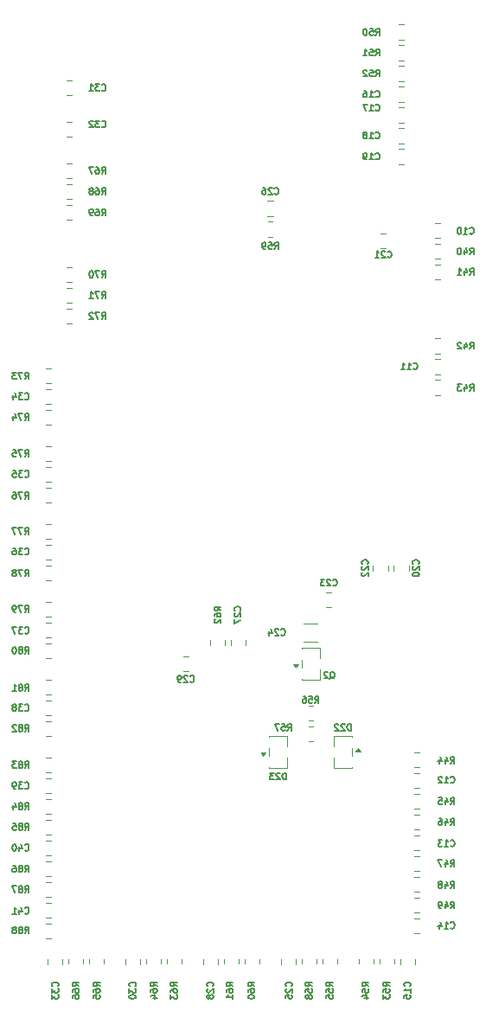
<source format=gbo>
%TF.GenerationSoftware,KiCad,Pcbnew,9.0.6-9.0.6~ubuntu24.04.1*%
%TF.CreationDate,2025-12-28T11:28:19-08:00*%
%TF.ProjectId,Pico-ButtonBoard-v1,5069636f-2d42-4757-9474-6f6e426f6172,1*%
%TF.SameCoordinates,Original*%
%TF.FileFunction,Legend,Bot*%
%TF.FilePolarity,Positive*%
%FSLAX46Y46*%
G04 Gerber Fmt 4.6, Leading zero omitted, Abs format (unit mm)*
G04 Created by KiCad (PCBNEW 9.0.6-9.0.6~ubuntu24.04.1) date 2025-12-28 11:28:19*
%MOMM*%
%LPD*%
G01*
G04 APERTURE LIST*
%ADD10C,0.127000*%
%ADD11C,0.120000*%
G04 APERTURE END LIST*
D10*
X227179414Y-103665159D02*
X227391081Y-103362778D01*
X227542271Y-103665159D02*
X227542271Y-103030159D01*
X227542271Y-103030159D02*
X227300366Y-103030159D01*
X227300366Y-103030159D02*
X227239890Y-103060397D01*
X227239890Y-103060397D02*
X227209652Y-103090635D01*
X227209652Y-103090635D02*
X227179414Y-103151111D01*
X227179414Y-103151111D02*
X227179414Y-103241825D01*
X227179414Y-103241825D02*
X227209652Y-103302301D01*
X227209652Y-103302301D02*
X227239890Y-103332540D01*
X227239890Y-103332540D02*
X227300366Y-103362778D01*
X227300366Y-103362778D02*
X227542271Y-103362778D01*
X226635128Y-103241825D02*
X226635128Y-103665159D01*
X226786319Y-102999921D02*
X226937509Y-103453492D01*
X226937509Y-103453492D02*
X226544414Y-103453492D01*
X225969890Y-103665159D02*
X226332747Y-103665159D01*
X226151319Y-103665159D02*
X226151319Y-103030159D01*
X226151319Y-103030159D02*
X226211795Y-103120873D01*
X226211795Y-103120873D02*
X226272271Y-103181349D01*
X226272271Y-103181349D02*
X226332747Y-103211587D01*
X208053214Y-101124159D02*
X208264881Y-100821778D01*
X208416071Y-101124159D02*
X208416071Y-100489159D01*
X208416071Y-100489159D02*
X208174166Y-100489159D01*
X208174166Y-100489159D02*
X208113690Y-100519397D01*
X208113690Y-100519397D02*
X208083452Y-100549635D01*
X208083452Y-100549635D02*
X208053214Y-100610111D01*
X208053214Y-100610111D02*
X208053214Y-100700825D01*
X208053214Y-100700825D02*
X208083452Y-100761301D01*
X208083452Y-100761301D02*
X208113690Y-100791540D01*
X208113690Y-100791540D02*
X208174166Y-100821778D01*
X208174166Y-100821778D02*
X208416071Y-100821778D01*
X207478690Y-100489159D02*
X207781071Y-100489159D01*
X207781071Y-100489159D02*
X207811309Y-100791540D01*
X207811309Y-100791540D02*
X207781071Y-100761301D01*
X207781071Y-100761301D02*
X207720595Y-100731063D01*
X207720595Y-100731063D02*
X207569404Y-100731063D01*
X207569404Y-100731063D02*
X207508928Y-100761301D01*
X207508928Y-100761301D02*
X207478690Y-100791540D01*
X207478690Y-100791540D02*
X207448452Y-100852016D01*
X207448452Y-100852016D02*
X207448452Y-101003206D01*
X207448452Y-101003206D02*
X207478690Y-101063682D01*
X207478690Y-101063682D02*
X207508928Y-101093921D01*
X207508928Y-101093921D02*
X207569404Y-101124159D01*
X207569404Y-101124159D02*
X207720595Y-101124159D01*
X207720595Y-101124159D02*
X207781071Y-101093921D01*
X207781071Y-101093921D02*
X207811309Y-101063682D01*
X207146071Y-101124159D02*
X207025119Y-101124159D01*
X207025119Y-101124159D02*
X206964642Y-101093921D01*
X206964642Y-101093921D02*
X206934404Y-101063682D01*
X206934404Y-101063682D02*
X206873928Y-100972968D01*
X206873928Y-100972968D02*
X206843690Y-100852016D01*
X206843690Y-100852016D02*
X206843690Y-100610111D01*
X206843690Y-100610111D02*
X206873928Y-100549635D01*
X206873928Y-100549635D02*
X206904166Y-100519397D01*
X206904166Y-100519397D02*
X206964642Y-100489159D01*
X206964642Y-100489159D02*
X207085595Y-100489159D01*
X207085595Y-100489159D02*
X207146071Y-100519397D01*
X207146071Y-100519397D02*
X207176309Y-100549635D01*
X207176309Y-100549635D02*
X207206547Y-100610111D01*
X207206547Y-100610111D02*
X207206547Y-100761301D01*
X207206547Y-100761301D02*
X207176309Y-100821778D01*
X207176309Y-100821778D02*
X207146071Y-100852016D01*
X207146071Y-100852016D02*
X207085595Y-100882254D01*
X207085595Y-100882254D02*
X206964642Y-100882254D01*
X206964642Y-100882254D02*
X206904166Y-100852016D01*
X206904166Y-100852016D02*
X206873928Y-100821778D01*
X206873928Y-100821778D02*
X206843690Y-100761301D01*
X183618414Y-121445159D02*
X183830081Y-121142778D01*
X183981271Y-121445159D02*
X183981271Y-120810159D01*
X183981271Y-120810159D02*
X183739366Y-120810159D01*
X183739366Y-120810159D02*
X183678890Y-120840397D01*
X183678890Y-120840397D02*
X183648652Y-120870635D01*
X183648652Y-120870635D02*
X183618414Y-120931111D01*
X183618414Y-120931111D02*
X183618414Y-121021825D01*
X183618414Y-121021825D02*
X183648652Y-121082301D01*
X183648652Y-121082301D02*
X183678890Y-121112540D01*
X183678890Y-121112540D02*
X183739366Y-121142778D01*
X183739366Y-121142778D02*
X183981271Y-121142778D01*
X183406747Y-120810159D02*
X182983414Y-120810159D01*
X182983414Y-120810159D02*
X183255557Y-121445159D01*
X182439128Y-120810159D02*
X182741509Y-120810159D01*
X182741509Y-120810159D02*
X182771747Y-121112540D01*
X182771747Y-121112540D02*
X182741509Y-121082301D01*
X182741509Y-121082301D02*
X182681033Y-121052063D01*
X182681033Y-121052063D02*
X182529842Y-121052063D01*
X182529842Y-121052063D02*
X182469366Y-121082301D01*
X182469366Y-121082301D02*
X182439128Y-121112540D01*
X182439128Y-121112540D02*
X182408890Y-121173016D01*
X182408890Y-121173016D02*
X182408890Y-121324206D01*
X182408890Y-121324206D02*
X182439128Y-121384682D01*
X182439128Y-121384682D02*
X182469366Y-121414921D01*
X182469366Y-121414921D02*
X182529842Y-121445159D01*
X182529842Y-121445159D02*
X182681033Y-121445159D01*
X182681033Y-121445159D02*
X182741509Y-121414921D01*
X182741509Y-121414921D02*
X182771747Y-121384682D01*
X183618414Y-123391282D02*
X183648652Y-123421521D01*
X183648652Y-123421521D02*
X183739366Y-123451759D01*
X183739366Y-123451759D02*
X183799842Y-123451759D01*
X183799842Y-123451759D02*
X183890557Y-123421521D01*
X183890557Y-123421521D02*
X183951033Y-123361044D01*
X183951033Y-123361044D02*
X183981271Y-123300568D01*
X183981271Y-123300568D02*
X184011509Y-123179616D01*
X184011509Y-123179616D02*
X184011509Y-123088901D01*
X184011509Y-123088901D02*
X183981271Y-122967949D01*
X183981271Y-122967949D02*
X183951033Y-122907473D01*
X183951033Y-122907473D02*
X183890557Y-122846997D01*
X183890557Y-122846997D02*
X183799842Y-122816759D01*
X183799842Y-122816759D02*
X183739366Y-122816759D01*
X183739366Y-122816759D02*
X183648652Y-122846997D01*
X183648652Y-122846997D02*
X183618414Y-122877235D01*
X183406747Y-122816759D02*
X183013652Y-122816759D01*
X183013652Y-122816759D02*
X183225319Y-123058663D01*
X183225319Y-123058663D02*
X183134604Y-123058663D01*
X183134604Y-123058663D02*
X183074128Y-123088901D01*
X183074128Y-123088901D02*
X183043890Y-123119140D01*
X183043890Y-123119140D02*
X183013652Y-123179616D01*
X183013652Y-123179616D02*
X183013652Y-123330806D01*
X183013652Y-123330806D02*
X183043890Y-123391282D01*
X183043890Y-123391282D02*
X183074128Y-123421521D01*
X183074128Y-123421521D02*
X183134604Y-123451759D01*
X183134604Y-123451759D02*
X183316033Y-123451759D01*
X183316033Y-123451759D02*
X183376509Y-123421521D01*
X183376509Y-123421521D02*
X183406747Y-123391282D01*
X182439128Y-122816759D02*
X182741509Y-122816759D01*
X182741509Y-122816759D02*
X182771747Y-123119140D01*
X182771747Y-123119140D02*
X182741509Y-123088901D01*
X182741509Y-123088901D02*
X182681033Y-123058663D01*
X182681033Y-123058663D02*
X182529842Y-123058663D01*
X182529842Y-123058663D02*
X182469366Y-123088901D01*
X182469366Y-123088901D02*
X182439128Y-123119140D01*
X182439128Y-123119140D02*
X182408890Y-123179616D01*
X182408890Y-123179616D02*
X182408890Y-123330806D01*
X182408890Y-123330806D02*
X182439128Y-123391282D01*
X182439128Y-123391282D02*
X182469366Y-123421521D01*
X182469366Y-123421521D02*
X182529842Y-123451759D01*
X182529842Y-123451759D02*
X182681033Y-123451759D01*
X182681033Y-123451759D02*
X182741509Y-123421521D01*
X182741509Y-123421521D02*
X182771747Y-123391282D01*
X221308282Y-173302385D02*
X221338521Y-173272147D01*
X221338521Y-173272147D02*
X221368759Y-173181433D01*
X221368759Y-173181433D02*
X221368759Y-173120957D01*
X221368759Y-173120957D02*
X221338521Y-173030242D01*
X221338521Y-173030242D02*
X221278044Y-172969766D01*
X221278044Y-172969766D02*
X221217568Y-172939528D01*
X221217568Y-172939528D02*
X221096616Y-172909290D01*
X221096616Y-172909290D02*
X221005901Y-172909290D01*
X221005901Y-172909290D02*
X220884949Y-172939528D01*
X220884949Y-172939528D02*
X220824473Y-172969766D01*
X220824473Y-172969766D02*
X220763997Y-173030242D01*
X220763997Y-173030242D02*
X220733759Y-173120957D01*
X220733759Y-173120957D02*
X220733759Y-173181433D01*
X220733759Y-173181433D02*
X220763997Y-173272147D01*
X220763997Y-173272147D02*
X220794235Y-173302385D01*
X221368759Y-173907147D02*
X221368759Y-173544290D01*
X221368759Y-173725718D02*
X220733759Y-173725718D01*
X220733759Y-173725718D02*
X220824473Y-173665242D01*
X220824473Y-173665242D02*
X220884949Y-173604766D01*
X220884949Y-173604766D02*
X220915187Y-173544290D01*
X220733759Y-174481671D02*
X220733759Y-174179290D01*
X220733759Y-174179290D02*
X221036140Y-174149052D01*
X221036140Y-174149052D02*
X221005901Y-174179290D01*
X221005901Y-174179290D02*
X220975663Y-174239766D01*
X220975663Y-174239766D02*
X220975663Y-174390957D01*
X220975663Y-174390957D02*
X221005901Y-174451433D01*
X221005901Y-174451433D02*
X221036140Y-174481671D01*
X221036140Y-174481671D02*
X221096616Y-174511909D01*
X221096616Y-174511909D02*
X221247806Y-174511909D01*
X221247806Y-174511909D02*
X221308282Y-174481671D01*
X221308282Y-174481671D02*
X221338521Y-174451433D01*
X221338521Y-174451433D02*
X221368759Y-174390957D01*
X221368759Y-174390957D02*
X221368759Y-174239766D01*
X221368759Y-174239766D02*
X221338521Y-174179290D01*
X221338521Y-174179290D02*
X221308282Y-174149052D01*
X213471276Y-143197235D02*
X213531752Y-143166997D01*
X213531752Y-143166997D02*
X213592228Y-143106521D01*
X213592228Y-143106521D02*
X213682942Y-143015806D01*
X213682942Y-143015806D02*
X213743419Y-142985568D01*
X213743419Y-142985568D02*
X213803895Y-142985568D01*
X213773657Y-143136759D02*
X213834133Y-143106521D01*
X213834133Y-143106521D02*
X213894609Y-143046044D01*
X213894609Y-143046044D02*
X213924847Y-142925092D01*
X213924847Y-142925092D02*
X213924847Y-142713425D01*
X213924847Y-142713425D02*
X213894609Y-142592473D01*
X213894609Y-142592473D02*
X213834133Y-142531997D01*
X213834133Y-142531997D02*
X213773657Y-142501759D01*
X213773657Y-142501759D02*
X213652704Y-142501759D01*
X213652704Y-142501759D02*
X213592228Y-142531997D01*
X213592228Y-142531997D02*
X213531752Y-142592473D01*
X213531752Y-142592473D02*
X213501514Y-142713425D01*
X213501514Y-142713425D02*
X213501514Y-142925092D01*
X213501514Y-142925092D02*
X213531752Y-143046044D01*
X213531752Y-143046044D02*
X213592228Y-143106521D01*
X213592228Y-143106521D02*
X213652704Y-143136759D01*
X213652704Y-143136759D02*
X213773657Y-143136759D01*
X213259609Y-142562235D02*
X213229371Y-142531997D01*
X213229371Y-142531997D02*
X213168895Y-142501759D01*
X213168895Y-142501759D02*
X213017704Y-142501759D01*
X213017704Y-142501759D02*
X212957228Y-142531997D01*
X212957228Y-142531997D02*
X212926990Y-142562235D01*
X212926990Y-142562235D02*
X212896752Y-142622711D01*
X212896752Y-142622711D02*
X212896752Y-142683187D01*
X212896752Y-142683187D02*
X212926990Y-142773901D01*
X212926990Y-142773901D02*
X213289847Y-143136759D01*
X213289847Y-143136759D02*
X212896752Y-143136759D01*
X183618414Y-117889159D02*
X183830081Y-117586778D01*
X183981271Y-117889159D02*
X183981271Y-117254159D01*
X183981271Y-117254159D02*
X183739366Y-117254159D01*
X183739366Y-117254159D02*
X183678890Y-117284397D01*
X183678890Y-117284397D02*
X183648652Y-117314635D01*
X183648652Y-117314635D02*
X183618414Y-117375111D01*
X183618414Y-117375111D02*
X183618414Y-117465825D01*
X183618414Y-117465825D02*
X183648652Y-117526301D01*
X183648652Y-117526301D02*
X183678890Y-117556540D01*
X183678890Y-117556540D02*
X183739366Y-117586778D01*
X183739366Y-117586778D02*
X183981271Y-117586778D01*
X183406747Y-117254159D02*
X182983414Y-117254159D01*
X182983414Y-117254159D02*
X183255557Y-117889159D01*
X182469366Y-117465825D02*
X182469366Y-117889159D01*
X182620557Y-117223921D02*
X182771747Y-117677492D01*
X182771747Y-117677492D02*
X182378652Y-117677492D01*
X191136814Y-95791159D02*
X191348481Y-95488778D01*
X191499671Y-95791159D02*
X191499671Y-95156159D01*
X191499671Y-95156159D02*
X191257766Y-95156159D01*
X191257766Y-95156159D02*
X191197290Y-95186397D01*
X191197290Y-95186397D02*
X191167052Y-95216635D01*
X191167052Y-95216635D02*
X191136814Y-95277111D01*
X191136814Y-95277111D02*
X191136814Y-95367825D01*
X191136814Y-95367825D02*
X191167052Y-95428301D01*
X191167052Y-95428301D02*
X191197290Y-95458540D01*
X191197290Y-95458540D02*
X191257766Y-95488778D01*
X191257766Y-95488778D02*
X191499671Y-95488778D01*
X190592528Y-95156159D02*
X190713481Y-95156159D01*
X190713481Y-95156159D02*
X190773957Y-95186397D01*
X190773957Y-95186397D02*
X190804195Y-95216635D01*
X190804195Y-95216635D02*
X190864671Y-95307349D01*
X190864671Y-95307349D02*
X190894909Y-95428301D01*
X190894909Y-95428301D02*
X190894909Y-95670206D01*
X190894909Y-95670206D02*
X190864671Y-95730682D01*
X190864671Y-95730682D02*
X190834433Y-95760921D01*
X190834433Y-95760921D02*
X190773957Y-95791159D01*
X190773957Y-95791159D02*
X190653004Y-95791159D01*
X190653004Y-95791159D02*
X190592528Y-95760921D01*
X190592528Y-95760921D02*
X190562290Y-95730682D01*
X190562290Y-95730682D02*
X190532052Y-95670206D01*
X190532052Y-95670206D02*
X190532052Y-95519016D01*
X190532052Y-95519016D02*
X190562290Y-95458540D01*
X190562290Y-95458540D02*
X190592528Y-95428301D01*
X190592528Y-95428301D02*
X190653004Y-95398063D01*
X190653004Y-95398063D02*
X190773957Y-95398063D01*
X190773957Y-95398063D02*
X190834433Y-95428301D01*
X190834433Y-95428301D02*
X190864671Y-95458540D01*
X190864671Y-95458540D02*
X190894909Y-95519016D01*
X190169195Y-95428301D02*
X190229671Y-95398063D01*
X190229671Y-95398063D02*
X190259909Y-95367825D01*
X190259909Y-95367825D02*
X190290147Y-95307349D01*
X190290147Y-95307349D02*
X190290147Y-95277111D01*
X190290147Y-95277111D02*
X190259909Y-95216635D01*
X190259909Y-95216635D02*
X190229671Y-95186397D01*
X190229671Y-95186397D02*
X190169195Y-95156159D01*
X190169195Y-95156159D02*
X190048242Y-95156159D01*
X190048242Y-95156159D02*
X189987766Y-95186397D01*
X189987766Y-95186397D02*
X189957528Y-95216635D01*
X189957528Y-95216635D02*
X189927290Y-95277111D01*
X189927290Y-95277111D02*
X189927290Y-95307349D01*
X189927290Y-95307349D02*
X189957528Y-95367825D01*
X189957528Y-95367825D02*
X189987766Y-95398063D01*
X189987766Y-95398063D02*
X190048242Y-95428301D01*
X190048242Y-95428301D02*
X190169195Y-95428301D01*
X190169195Y-95428301D02*
X190229671Y-95458540D01*
X190229671Y-95458540D02*
X190259909Y-95488778D01*
X190259909Y-95488778D02*
X190290147Y-95549254D01*
X190290147Y-95549254D02*
X190290147Y-95670206D01*
X190290147Y-95670206D02*
X190259909Y-95730682D01*
X190259909Y-95730682D02*
X190229671Y-95760921D01*
X190229671Y-95760921D02*
X190169195Y-95791159D01*
X190169195Y-95791159D02*
X190048242Y-95791159D01*
X190048242Y-95791159D02*
X189987766Y-95760921D01*
X189987766Y-95760921D02*
X189957528Y-95730682D01*
X189957528Y-95730682D02*
X189927290Y-95670206D01*
X189927290Y-95670206D02*
X189927290Y-95549254D01*
X189927290Y-95549254D02*
X189957528Y-95488778D01*
X189957528Y-95488778D02*
X189987766Y-95458540D01*
X189987766Y-95458540D02*
X190048242Y-95428301D01*
X191136814Y-93759159D02*
X191348481Y-93456778D01*
X191499671Y-93759159D02*
X191499671Y-93124159D01*
X191499671Y-93124159D02*
X191257766Y-93124159D01*
X191257766Y-93124159D02*
X191197290Y-93154397D01*
X191197290Y-93154397D02*
X191167052Y-93184635D01*
X191167052Y-93184635D02*
X191136814Y-93245111D01*
X191136814Y-93245111D02*
X191136814Y-93335825D01*
X191136814Y-93335825D02*
X191167052Y-93396301D01*
X191167052Y-93396301D02*
X191197290Y-93426540D01*
X191197290Y-93426540D02*
X191257766Y-93456778D01*
X191257766Y-93456778D02*
X191499671Y-93456778D01*
X190592528Y-93124159D02*
X190713481Y-93124159D01*
X190713481Y-93124159D02*
X190773957Y-93154397D01*
X190773957Y-93154397D02*
X190804195Y-93184635D01*
X190804195Y-93184635D02*
X190864671Y-93275349D01*
X190864671Y-93275349D02*
X190894909Y-93396301D01*
X190894909Y-93396301D02*
X190894909Y-93638206D01*
X190894909Y-93638206D02*
X190864671Y-93698682D01*
X190864671Y-93698682D02*
X190834433Y-93728921D01*
X190834433Y-93728921D02*
X190773957Y-93759159D01*
X190773957Y-93759159D02*
X190653004Y-93759159D01*
X190653004Y-93759159D02*
X190592528Y-93728921D01*
X190592528Y-93728921D02*
X190562290Y-93698682D01*
X190562290Y-93698682D02*
X190532052Y-93638206D01*
X190532052Y-93638206D02*
X190532052Y-93487016D01*
X190532052Y-93487016D02*
X190562290Y-93426540D01*
X190562290Y-93426540D02*
X190592528Y-93396301D01*
X190592528Y-93396301D02*
X190653004Y-93366063D01*
X190653004Y-93366063D02*
X190773957Y-93366063D01*
X190773957Y-93366063D02*
X190834433Y-93396301D01*
X190834433Y-93396301D02*
X190864671Y-93426540D01*
X190864671Y-93426540D02*
X190894909Y-93487016D01*
X190320385Y-93124159D02*
X189897052Y-93124159D01*
X189897052Y-93124159D02*
X190169195Y-93759159D01*
X221667614Y-112850282D02*
X221697852Y-112880521D01*
X221697852Y-112880521D02*
X221788566Y-112910759D01*
X221788566Y-112910759D02*
X221849042Y-112910759D01*
X221849042Y-112910759D02*
X221939757Y-112880521D01*
X221939757Y-112880521D02*
X222000233Y-112820044D01*
X222000233Y-112820044D02*
X222030471Y-112759568D01*
X222030471Y-112759568D02*
X222060709Y-112638616D01*
X222060709Y-112638616D02*
X222060709Y-112547901D01*
X222060709Y-112547901D02*
X222030471Y-112426949D01*
X222030471Y-112426949D02*
X222000233Y-112366473D01*
X222000233Y-112366473D02*
X221939757Y-112305997D01*
X221939757Y-112305997D02*
X221849042Y-112275759D01*
X221849042Y-112275759D02*
X221788566Y-112275759D01*
X221788566Y-112275759D02*
X221697852Y-112305997D01*
X221697852Y-112305997D02*
X221667614Y-112336235D01*
X221062852Y-112910759D02*
X221425709Y-112910759D01*
X221244281Y-112910759D02*
X221244281Y-112275759D01*
X221244281Y-112275759D02*
X221304757Y-112366473D01*
X221304757Y-112366473D02*
X221365233Y-112426949D01*
X221365233Y-112426949D02*
X221425709Y-112457187D01*
X220458090Y-112910759D02*
X220820947Y-112910759D01*
X220639519Y-112910759D02*
X220639519Y-112275759D01*
X220639519Y-112275759D02*
X220699995Y-112366473D01*
X220699995Y-112366473D02*
X220760471Y-112426949D01*
X220760471Y-112426949D02*
X220820947Y-112457187D01*
X225299814Y-153337882D02*
X225330052Y-153368121D01*
X225330052Y-153368121D02*
X225420766Y-153398359D01*
X225420766Y-153398359D02*
X225481242Y-153398359D01*
X225481242Y-153398359D02*
X225571957Y-153368121D01*
X225571957Y-153368121D02*
X225632433Y-153307644D01*
X225632433Y-153307644D02*
X225662671Y-153247168D01*
X225662671Y-153247168D02*
X225692909Y-153126216D01*
X225692909Y-153126216D02*
X225692909Y-153035501D01*
X225692909Y-153035501D02*
X225662671Y-152914549D01*
X225662671Y-152914549D02*
X225632433Y-152854073D01*
X225632433Y-152854073D02*
X225571957Y-152793597D01*
X225571957Y-152793597D02*
X225481242Y-152763359D01*
X225481242Y-152763359D02*
X225420766Y-152763359D01*
X225420766Y-152763359D02*
X225330052Y-152793597D01*
X225330052Y-152793597D02*
X225299814Y-152823835D01*
X224695052Y-153398359D02*
X225057909Y-153398359D01*
X224876481Y-153398359D02*
X224876481Y-152763359D01*
X224876481Y-152763359D02*
X224936957Y-152854073D01*
X224936957Y-152854073D02*
X224997433Y-152914549D01*
X224997433Y-152914549D02*
X225057909Y-152944787D01*
X224453147Y-152823835D02*
X224422909Y-152793597D01*
X224422909Y-152793597D02*
X224362433Y-152763359D01*
X224362433Y-152763359D02*
X224211242Y-152763359D01*
X224211242Y-152763359D02*
X224150766Y-152793597D01*
X224150766Y-152793597D02*
X224120528Y-152823835D01*
X224120528Y-152823835D02*
X224090290Y-152884311D01*
X224090290Y-152884311D02*
X224090290Y-152944787D01*
X224090290Y-152944787D02*
X224120528Y-153035501D01*
X224120528Y-153035501D02*
X224483385Y-153398359D01*
X224483385Y-153398359D02*
X224090290Y-153398359D01*
X183618414Y-151925159D02*
X183830081Y-151622778D01*
X183981271Y-151925159D02*
X183981271Y-151290159D01*
X183981271Y-151290159D02*
X183739366Y-151290159D01*
X183739366Y-151290159D02*
X183678890Y-151320397D01*
X183678890Y-151320397D02*
X183648652Y-151350635D01*
X183648652Y-151350635D02*
X183618414Y-151411111D01*
X183618414Y-151411111D02*
X183618414Y-151501825D01*
X183618414Y-151501825D02*
X183648652Y-151562301D01*
X183648652Y-151562301D02*
X183678890Y-151592540D01*
X183678890Y-151592540D02*
X183739366Y-151622778D01*
X183739366Y-151622778D02*
X183981271Y-151622778D01*
X183255557Y-151562301D02*
X183316033Y-151532063D01*
X183316033Y-151532063D02*
X183346271Y-151501825D01*
X183346271Y-151501825D02*
X183376509Y-151441349D01*
X183376509Y-151441349D02*
X183376509Y-151411111D01*
X183376509Y-151411111D02*
X183346271Y-151350635D01*
X183346271Y-151350635D02*
X183316033Y-151320397D01*
X183316033Y-151320397D02*
X183255557Y-151290159D01*
X183255557Y-151290159D02*
X183134604Y-151290159D01*
X183134604Y-151290159D02*
X183074128Y-151320397D01*
X183074128Y-151320397D02*
X183043890Y-151350635D01*
X183043890Y-151350635D02*
X183013652Y-151411111D01*
X183013652Y-151411111D02*
X183013652Y-151441349D01*
X183013652Y-151441349D02*
X183043890Y-151501825D01*
X183043890Y-151501825D02*
X183074128Y-151532063D01*
X183074128Y-151532063D02*
X183134604Y-151562301D01*
X183134604Y-151562301D02*
X183255557Y-151562301D01*
X183255557Y-151562301D02*
X183316033Y-151592540D01*
X183316033Y-151592540D02*
X183346271Y-151622778D01*
X183346271Y-151622778D02*
X183376509Y-151683254D01*
X183376509Y-151683254D02*
X183376509Y-151804206D01*
X183376509Y-151804206D02*
X183346271Y-151864682D01*
X183346271Y-151864682D02*
X183316033Y-151894921D01*
X183316033Y-151894921D02*
X183255557Y-151925159D01*
X183255557Y-151925159D02*
X183134604Y-151925159D01*
X183134604Y-151925159D02*
X183074128Y-151894921D01*
X183074128Y-151894921D02*
X183043890Y-151864682D01*
X183043890Y-151864682D02*
X183013652Y-151804206D01*
X183013652Y-151804206D02*
X183013652Y-151683254D01*
X183013652Y-151683254D02*
X183043890Y-151622778D01*
X183043890Y-151622778D02*
X183074128Y-151592540D01*
X183074128Y-151592540D02*
X183134604Y-151562301D01*
X182801985Y-151290159D02*
X182408890Y-151290159D01*
X182408890Y-151290159D02*
X182620557Y-151532063D01*
X182620557Y-151532063D02*
X182529842Y-151532063D01*
X182529842Y-151532063D02*
X182469366Y-151562301D01*
X182469366Y-151562301D02*
X182439128Y-151592540D01*
X182439128Y-151592540D02*
X182408890Y-151653016D01*
X182408890Y-151653016D02*
X182408890Y-151804206D01*
X182408890Y-151804206D02*
X182439128Y-151864682D01*
X182439128Y-151864682D02*
X182469366Y-151894921D01*
X182469366Y-151894921D02*
X182529842Y-151925159D01*
X182529842Y-151925159D02*
X182711271Y-151925159D01*
X182711271Y-151925159D02*
X182771747Y-151894921D01*
X182771747Y-151894921D02*
X182801985Y-151864682D01*
X219127614Y-101902882D02*
X219157852Y-101933121D01*
X219157852Y-101933121D02*
X219248566Y-101963359D01*
X219248566Y-101963359D02*
X219309042Y-101963359D01*
X219309042Y-101963359D02*
X219399757Y-101933121D01*
X219399757Y-101933121D02*
X219460233Y-101872644D01*
X219460233Y-101872644D02*
X219490471Y-101812168D01*
X219490471Y-101812168D02*
X219520709Y-101691216D01*
X219520709Y-101691216D02*
X219520709Y-101600501D01*
X219520709Y-101600501D02*
X219490471Y-101479549D01*
X219490471Y-101479549D02*
X219460233Y-101419073D01*
X219460233Y-101419073D02*
X219399757Y-101358597D01*
X219399757Y-101358597D02*
X219309042Y-101328359D01*
X219309042Y-101328359D02*
X219248566Y-101328359D01*
X219248566Y-101328359D02*
X219157852Y-101358597D01*
X219157852Y-101358597D02*
X219127614Y-101388835D01*
X218885709Y-101388835D02*
X218855471Y-101358597D01*
X218855471Y-101358597D02*
X218794995Y-101328359D01*
X218794995Y-101328359D02*
X218643804Y-101328359D01*
X218643804Y-101328359D02*
X218583328Y-101358597D01*
X218583328Y-101358597D02*
X218553090Y-101388835D01*
X218553090Y-101388835D02*
X218522852Y-101449311D01*
X218522852Y-101449311D02*
X218522852Y-101509787D01*
X218522852Y-101509787D02*
X218553090Y-101600501D01*
X218553090Y-101600501D02*
X218915947Y-101963359D01*
X218915947Y-101963359D02*
X218522852Y-101963359D01*
X217918090Y-101963359D02*
X218280947Y-101963359D01*
X218099519Y-101963359D02*
X218099519Y-101328359D01*
X218099519Y-101328359D02*
X218159995Y-101419073D01*
X218159995Y-101419073D02*
X218220471Y-101479549D01*
X218220471Y-101479549D02*
X218280947Y-101509787D01*
X202004282Y-173302385D02*
X202034521Y-173272147D01*
X202034521Y-173272147D02*
X202064759Y-173181433D01*
X202064759Y-173181433D02*
X202064759Y-173120957D01*
X202064759Y-173120957D02*
X202034521Y-173030242D01*
X202034521Y-173030242D02*
X201974044Y-172969766D01*
X201974044Y-172969766D02*
X201913568Y-172939528D01*
X201913568Y-172939528D02*
X201792616Y-172909290D01*
X201792616Y-172909290D02*
X201701901Y-172909290D01*
X201701901Y-172909290D02*
X201580949Y-172939528D01*
X201580949Y-172939528D02*
X201520473Y-172969766D01*
X201520473Y-172969766D02*
X201459997Y-173030242D01*
X201459997Y-173030242D02*
X201429759Y-173120957D01*
X201429759Y-173120957D02*
X201429759Y-173181433D01*
X201429759Y-173181433D02*
X201459997Y-173272147D01*
X201459997Y-173272147D02*
X201490235Y-173302385D01*
X201490235Y-173544290D02*
X201459997Y-173574528D01*
X201459997Y-173574528D02*
X201429759Y-173635004D01*
X201429759Y-173635004D02*
X201429759Y-173786195D01*
X201429759Y-173786195D02*
X201459997Y-173846671D01*
X201459997Y-173846671D02*
X201490235Y-173876909D01*
X201490235Y-173876909D02*
X201550711Y-173907147D01*
X201550711Y-173907147D02*
X201611187Y-173907147D01*
X201611187Y-173907147D02*
X201701901Y-173876909D01*
X201701901Y-173876909D02*
X202064759Y-173514052D01*
X202064759Y-173514052D02*
X202064759Y-173907147D01*
X201701901Y-174270004D02*
X201671663Y-174209528D01*
X201671663Y-174209528D02*
X201641425Y-174179290D01*
X201641425Y-174179290D02*
X201580949Y-174149052D01*
X201580949Y-174149052D02*
X201550711Y-174149052D01*
X201550711Y-174149052D02*
X201490235Y-174179290D01*
X201490235Y-174179290D02*
X201459997Y-174209528D01*
X201459997Y-174209528D02*
X201429759Y-174270004D01*
X201429759Y-174270004D02*
X201429759Y-174390957D01*
X201429759Y-174390957D02*
X201459997Y-174451433D01*
X201459997Y-174451433D02*
X201490235Y-174481671D01*
X201490235Y-174481671D02*
X201550711Y-174511909D01*
X201550711Y-174511909D02*
X201580949Y-174511909D01*
X201580949Y-174511909D02*
X201641425Y-174481671D01*
X201641425Y-174481671D02*
X201671663Y-174451433D01*
X201671663Y-174451433D02*
X201701901Y-174390957D01*
X201701901Y-174390957D02*
X201701901Y-174270004D01*
X201701901Y-174270004D02*
X201732140Y-174209528D01*
X201732140Y-174209528D02*
X201762378Y-174179290D01*
X201762378Y-174179290D02*
X201822854Y-174149052D01*
X201822854Y-174149052D02*
X201943806Y-174149052D01*
X201943806Y-174149052D02*
X202004282Y-174179290D01*
X202004282Y-174179290D02*
X202034521Y-174209528D01*
X202034521Y-174209528D02*
X202064759Y-174270004D01*
X202064759Y-174270004D02*
X202064759Y-174390957D01*
X202064759Y-174390957D02*
X202034521Y-174451433D01*
X202034521Y-174451433D02*
X202004282Y-174481671D01*
X202004282Y-174481671D02*
X201943806Y-174511909D01*
X201943806Y-174511909D02*
X201822854Y-174511909D01*
X201822854Y-174511909D02*
X201762378Y-174481671D01*
X201762378Y-174481671D02*
X201732140Y-174451433D01*
X201732140Y-174451433D02*
X201701901Y-174390957D01*
X217959214Y-92301682D02*
X217989452Y-92331921D01*
X217989452Y-92331921D02*
X218080166Y-92362159D01*
X218080166Y-92362159D02*
X218140642Y-92362159D01*
X218140642Y-92362159D02*
X218231357Y-92331921D01*
X218231357Y-92331921D02*
X218291833Y-92271444D01*
X218291833Y-92271444D02*
X218322071Y-92210968D01*
X218322071Y-92210968D02*
X218352309Y-92090016D01*
X218352309Y-92090016D02*
X218352309Y-91999301D01*
X218352309Y-91999301D02*
X218322071Y-91878349D01*
X218322071Y-91878349D02*
X218291833Y-91817873D01*
X218291833Y-91817873D02*
X218231357Y-91757397D01*
X218231357Y-91757397D02*
X218140642Y-91727159D01*
X218140642Y-91727159D02*
X218080166Y-91727159D01*
X218080166Y-91727159D02*
X217989452Y-91757397D01*
X217989452Y-91757397D02*
X217959214Y-91787635D01*
X217354452Y-92362159D02*
X217717309Y-92362159D01*
X217535881Y-92362159D02*
X217535881Y-91727159D01*
X217535881Y-91727159D02*
X217596357Y-91817873D01*
X217596357Y-91817873D02*
X217656833Y-91878349D01*
X217656833Y-91878349D02*
X217717309Y-91908587D01*
X217052071Y-92362159D02*
X216931119Y-92362159D01*
X216931119Y-92362159D02*
X216870642Y-92331921D01*
X216870642Y-92331921D02*
X216840404Y-92301682D01*
X216840404Y-92301682D02*
X216779928Y-92210968D01*
X216779928Y-92210968D02*
X216749690Y-92090016D01*
X216749690Y-92090016D02*
X216749690Y-91848111D01*
X216749690Y-91848111D02*
X216779928Y-91787635D01*
X216779928Y-91787635D02*
X216810166Y-91757397D01*
X216810166Y-91757397D02*
X216870642Y-91727159D01*
X216870642Y-91727159D02*
X216991595Y-91727159D01*
X216991595Y-91727159D02*
X217052071Y-91757397D01*
X217052071Y-91757397D02*
X217082309Y-91787635D01*
X217082309Y-91787635D02*
X217112547Y-91848111D01*
X217112547Y-91848111D02*
X217112547Y-91999301D01*
X217112547Y-91999301D02*
X217082309Y-92059778D01*
X217082309Y-92059778D02*
X217052071Y-92090016D01*
X217052071Y-92090016D02*
X216991595Y-92120254D01*
X216991595Y-92120254D02*
X216870642Y-92120254D01*
X216870642Y-92120254D02*
X216810166Y-92090016D01*
X216810166Y-92090016D02*
X216779928Y-92059778D01*
X216779928Y-92059778D02*
X216749690Y-91999301D01*
X191136814Y-107983159D02*
X191348481Y-107680778D01*
X191499671Y-107983159D02*
X191499671Y-107348159D01*
X191499671Y-107348159D02*
X191257766Y-107348159D01*
X191257766Y-107348159D02*
X191197290Y-107378397D01*
X191197290Y-107378397D02*
X191167052Y-107408635D01*
X191167052Y-107408635D02*
X191136814Y-107469111D01*
X191136814Y-107469111D02*
X191136814Y-107559825D01*
X191136814Y-107559825D02*
X191167052Y-107620301D01*
X191167052Y-107620301D02*
X191197290Y-107650540D01*
X191197290Y-107650540D02*
X191257766Y-107680778D01*
X191257766Y-107680778D02*
X191499671Y-107680778D01*
X190925147Y-107348159D02*
X190501814Y-107348159D01*
X190501814Y-107348159D02*
X190773957Y-107983159D01*
X190290147Y-107408635D02*
X190259909Y-107378397D01*
X190259909Y-107378397D02*
X190199433Y-107348159D01*
X190199433Y-107348159D02*
X190048242Y-107348159D01*
X190048242Y-107348159D02*
X189987766Y-107378397D01*
X189987766Y-107378397D02*
X189957528Y-107408635D01*
X189957528Y-107408635D02*
X189927290Y-107469111D01*
X189927290Y-107469111D02*
X189927290Y-107529587D01*
X189927290Y-107529587D02*
X189957528Y-107620301D01*
X189957528Y-107620301D02*
X190320385Y-107983159D01*
X190320385Y-107983159D02*
X189927290Y-107983159D01*
X196552959Y-173302385D02*
X196250578Y-173090718D01*
X196552959Y-172939528D02*
X195917959Y-172939528D01*
X195917959Y-172939528D02*
X195917959Y-173181433D01*
X195917959Y-173181433D02*
X195948197Y-173241909D01*
X195948197Y-173241909D02*
X195978435Y-173272147D01*
X195978435Y-173272147D02*
X196038911Y-173302385D01*
X196038911Y-173302385D02*
X196129625Y-173302385D01*
X196129625Y-173302385D02*
X196190101Y-173272147D01*
X196190101Y-173272147D02*
X196220340Y-173241909D01*
X196220340Y-173241909D02*
X196250578Y-173181433D01*
X196250578Y-173181433D02*
X196250578Y-172939528D01*
X195917959Y-173846671D02*
X195917959Y-173725718D01*
X195917959Y-173725718D02*
X195948197Y-173665242D01*
X195948197Y-173665242D02*
X195978435Y-173635004D01*
X195978435Y-173635004D02*
X196069149Y-173574528D01*
X196069149Y-173574528D02*
X196190101Y-173544290D01*
X196190101Y-173544290D02*
X196432006Y-173544290D01*
X196432006Y-173544290D02*
X196492482Y-173574528D01*
X196492482Y-173574528D02*
X196522721Y-173604766D01*
X196522721Y-173604766D02*
X196552959Y-173665242D01*
X196552959Y-173665242D02*
X196552959Y-173786195D01*
X196552959Y-173786195D02*
X196522721Y-173846671D01*
X196522721Y-173846671D02*
X196492482Y-173876909D01*
X196492482Y-173876909D02*
X196432006Y-173907147D01*
X196432006Y-173907147D02*
X196280816Y-173907147D01*
X196280816Y-173907147D02*
X196220340Y-173876909D01*
X196220340Y-173876909D02*
X196190101Y-173846671D01*
X196190101Y-173846671D02*
X196159863Y-173786195D01*
X196159863Y-173786195D02*
X196159863Y-173665242D01*
X196159863Y-173665242D02*
X196190101Y-173604766D01*
X196190101Y-173604766D02*
X196220340Y-173574528D01*
X196220340Y-173574528D02*
X196280816Y-173544290D01*
X196129625Y-174451433D02*
X196552959Y-174451433D01*
X195887721Y-174300242D02*
X196341292Y-174149052D01*
X196341292Y-174149052D02*
X196341292Y-174542147D01*
X212015214Y-145549759D02*
X212226881Y-145247378D01*
X212378071Y-145549759D02*
X212378071Y-144914759D01*
X212378071Y-144914759D02*
X212136166Y-144914759D01*
X212136166Y-144914759D02*
X212075690Y-144944997D01*
X212075690Y-144944997D02*
X212045452Y-144975235D01*
X212045452Y-144975235D02*
X212015214Y-145035711D01*
X212015214Y-145035711D02*
X212015214Y-145126425D01*
X212015214Y-145126425D02*
X212045452Y-145186901D01*
X212045452Y-145186901D02*
X212075690Y-145217140D01*
X212075690Y-145217140D02*
X212136166Y-145247378D01*
X212136166Y-145247378D02*
X212378071Y-145247378D01*
X211440690Y-144914759D02*
X211743071Y-144914759D01*
X211743071Y-144914759D02*
X211773309Y-145217140D01*
X211773309Y-145217140D02*
X211743071Y-145186901D01*
X211743071Y-145186901D02*
X211682595Y-145156663D01*
X211682595Y-145156663D02*
X211531404Y-145156663D01*
X211531404Y-145156663D02*
X211470928Y-145186901D01*
X211470928Y-145186901D02*
X211440690Y-145217140D01*
X211440690Y-145217140D02*
X211410452Y-145277616D01*
X211410452Y-145277616D02*
X211410452Y-145428806D01*
X211410452Y-145428806D02*
X211440690Y-145489282D01*
X211440690Y-145489282D02*
X211470928Y-145519521D01*
X211470928Y-145519521D02*
X211531404Y-145549759D01*
X211531404Y-145549759D02*
X211682595Y-145549759D01*
X211682595Y-145549759D02*
X211743071Y-145519521D01*
X211743071Y-145519521D02*
X211773309Y-145489282D01*
X210866166Y-144914759D02*
X210987119Y-144914759D01*
X210987119Y-144914759D02*
X211047595Y-144944997D01*
X211047595Y-144944997D02*
X211077833Y-144975235D01*
X211077833Y-144975235D02*
X211138309Y-145065949D01*
X211138309Y-145065949D02*
X211168547Y-145186901D01*
X211168547Y-145186901D02*
X211168547Y-145428806D01*
X211168547Y-145428806D02*
X211138309Y-145489282D01*
X211138309Y-145489282D02*
X211108071Y-145519521D01*
X211108071Y-145519521D02*
X211047595Y-145549759D01*
X211047595Y-145549759D02*
X210926642Y-145549759D01*
X210926642Y-145549759D02*
X210866166Y-145519521D01*
X210866166Y-145519521D02*
X210835928Y-145489282D01*
X210835928Y-145489282D02*
X210805690Y-145428806D01*
X210805690Y-145428806D02*
X210805690Y-145277616D01*
X210805690Y-145277616D02*
X210835928Y-145217140D01*
X210835928Y-145217140D02*
X210866166Y-145186901D01*
X210866166Y-145186901D02*
X210926642Y-145156663D01*
X210926642Y-145156663D02*
X211047595Y-145156663D01*
X211047595Y-145156663D02*
X211108071Y-145186901D01*
X211108071Y-145186901D02*
X211138309Y-145217140D01*
X211138309Y-145217140D02*
X211168547Y-145277616D01*
X209178071Y-153055159D02*
X209178071Y-152420159D01*
X209178071Y-152420159D02*
X209026881Y-152420159D01*
X209026881Y-152420159D02*
X208936166Y-152450397D01*
X208936166Y-152450397D02*
X208875690Y-152510873D01*
X208875690Y-152510873D02*
X208845452Y-152571349D01*
X208845452Y-152571349D02*
X208815214Y-152692301D01*
X208815214Y-152692301D02*
X208815214Y-152783016D01*
X208815214Y-152783016D02*
X208845452Y-152903968D01*
X208845452Y-152903968D02*
X208875690Y-152964444D01*
X208875690Y-152964444D02*
X208936166Y-153024921D01*
X208936166Y-153024921D02*
X209026881Y-153055159D01*
X209026881Y-153055159D02*
X209178071Y-153055159D01*
X208573309Y-152480635D02*
X208543071Y-152450397D01*
X208543071Y-152450397D02*
X208482595Y-152420159D01*
X208482595Y-152420159D02*
X208331404Y-152420159D01*
X208331404Y-152420159D02*
X208270928Y-152450397D01*
X208270928Y-152450397D02*
X208240690Y-152480635D01*
X208240690Y-152480635D02*
X208210452Y-152541111D01*
X208210452Y-152541111D02*
X208210452Y-152601587D01*
X208210452Y-152601587D02*
X208240690Y-152692301D01*
X208240690Y-152692301D02*
X208603547Y-153055159D01*
X208603547Y-153055159D02*
X208210452Y-153055159D01*
X207998785Y-152420159D02*
X207605690Y-152420159D01*
X207605690Y-152420159D02*
X207817357Y-152662063D01*
X207817357Y-152662063D02*
X207726642Y-152662063D01*
X207726642Y-152662063D02*
X207666166Y-152692301D01*
X207666166Y-152692301D02*
X207635928Y-152722540D01*
X207635928Y-152722540D02*
X207605690Y-152783016D01*
X207605690Y-152783016D02*
X207605690Y-152934206D01*
X207605690Y-152934206D02*
X207635928Y-152994682D01*
X207635928Y-152994682D02*
X207666166Y-153024921D01*
X207666166Y-153024921D02*
X207726642Y-153055159D01*
X207726642Y-153055159D02*
X207908071Y-153055159D01*
X207908071Y-153055159D02*
X207968547Y-153024921D01*
X207968547Y-153024921D02*
X207998785Y-152994682D01*
X215528071Y-148255159D02*
X215528071Y-147620159D01*
X215528071Y-147620159D02*
X215376881Y-147620159D01*
X215376881Y-147620159D02*
X215286166Y-147650397D01*
X215286166Y-147650397D02*
X215225690Y-147710873D01*
X215225690Y-147710873D02*
X215195452Y-147771349D01*
X215195452Y-147771349D02*
X215165214Y-147892301D01*
X215165214Y-147892301D02*
X215165214Y-147983016D01*
X215165214Y-147983016D02*
X215195452Y-148103968D01*
X215195452Y-148103968D02*
X215225690Y-148164444D01*
X215225690Y-148164444D02*
X215286166Y-148224921D01*
X215286166Y-148224921D02*
X215376881Y-148255159D01*
X215376881Y-148255159D02*
X215528071Y-148255159D01*
X214923309Y-147680635D02*
X214893071Y-147650397D01*
X214893071Y-147650397D02*
X214832595Y-147620159D01*
X214832595Y-147620159D02*
X214681404Y-147620159D01*
X214681404Y-147620159D02*
X214620928Y-147650397D01*
X214620928Y-147650397D02*
X214590690Y-147680635D01*
X214590690Y-147680635D02*
X214560452Y-147741111D01*
X214560452Y-147741111D02*
X214560452Y-147801587D01*
X214560452Y-147801587D02*
X214590690Y-147892301D01*
X214590690Y-147892301D02*
X214953547Y-148255159D01*
X214953547Y-148255159D02*
X214560452Y-148255159D01*
X214318547Y-147680635D02*
X214288309Y-147650397D01*
X214288309Y-147650397D02*
X214227833Y-147620159D01*
X214227833Y-147620159D02*
X214076642Y-147620159D01*
X214076642Y-147620159D02*
X214016166Y-147650397D01*
X214016166Y-147650397D02*
X213985928Y-147680635D01*
X213985928Y-147680635D02*
X213955690Y-147741111D01*
X213955690Y-147741111D02*
X213955690Y-147801587D01*
X213955690Y-147801587D02*
X213985928Y-147892301D01*
X213985928Y-147892301D02*
X214348785Y-148255159D01*
X214348785Y-148255159D02*
X213955690Y-148255159D01*
X199772814Y-143457282D02*
X199803052Y-143487521D01*
X199803052Y-143487521D02*
X199893766Y-143517759D01*
X199893766Y-143517759D02*
X199954242Y-143517759D01*
X199954242Y-143517759D02*
X200044957Y-143487521D01*
X200044957Y-143487521D02*
X200105433Y-143427044D01*
X200105433Y-143427044D02*
X200135671Y-143366568D01*
X200135671Y-143366568D02*
X200165909Y-143245616D01*
X200165909Y-143245616D02*
X200165909Y-143154901D01*
X200165909Y-143154901D02*
X200135671Y-143033949D01*
X200135671Y-143033949D02*
X200105433Y-142973473D01*
X200105433Y-142973473D02*
X200044957Y-142912997D01*
X200044957Y-142912997D02*
X199954242Y-142882759D01*
X199954242Y-142882759D02*
X199893766Y-142882759D01*
X199893766Y-142882759D02*
X199803052Y-142912997D01*
X199803052Y-142912997D02*
X199772814Y-142943235D01*
X199530909Y-142943235D02*
X199500671Y-142912997D01*
X199500671Y-142912997D02*
X199440195Y-142882759D01*
X199440195Y-142882759D02*
X199289004Y-142882759D01*
X199289004Y-142882759D02*
X199228528Y-142912997D01*
X199228528Y-142912997D02*
X199198290Y-142943235D01*
X199198290Y-142943235D02*
X199168052Y-143003711D01*
X199168052Y-143003711D02*
X199168052Y-143064187D01*
X199168052Y-143064187D02*
X199198290Y-143154901D01*
X199198290Y-143154901D02*
X199561147Y-143517759D01*
X199561147Y-143517759D02*
X199168052Y-143517759D01*
X198865671Y-143517759D02*
X198744719Y-143517759D01*
X198744719Y-143517759D02*
X198684242Y-143487521D01*
X198684242Y-143487521D02*
X198654004Y-143457282D01*
X198654004Y-143457282D02*
X198593528Y-143366568D01*
X198593528Y-143366568D02*
X198563290Y-143245616D01*
X198563290Y-143245616D02*
X198563290Y-143003711D01*
X198563290Y-143003711D02*
X198593528Y-142943235D01*
X198593528Y-142943235D02*
X198623766Y-142912997D01*
X198623766Y-142912997D02*
X198684242Y-142882759D01*
X198684242Y-142882759D02*
X198805195Y-142882759D01*
X198805195Y-142882759D02*
X198865671Y-142912997D01*
X198865671Y-142912997D02*
X198895909Y-142943235D01*
X198895909Y-142943235D02*
X198926147Y-143003711D01*
X198926147Y-143003711D02*
X198926147Y-143154901D01*
X198926147Y-143154901D02*
X198895909Y-143215378D01*
X198895909Y-143215378D02*
X198865671Y-143245616D01*
X198865671Y-143245616D02*
X198805195Y-143275854D01*
X198805195Y-143275854D02*
X198684242Y-143275854D01*
X198684242Y-143275854D02*
X198623766Y-143245616D01*
X198623766Y-143245616D02*
X198593528Y-143215378D01*
X198593528Y-143215378D02*
X198563290Y-143154901D01*
X204696682Y-136523185D02*
X204726921Y-136492947D01*
X204726921Y-136492947D02*
X204757159Y-136402233D01*
X204757159Y-136402233D02*
X204757159Y-136341757D01*
X204757159Y-136341757D02*
X204726921Y-136251042D01*
X204726921Y-136251042D02*
X204666444Y-136190566D01*
X204666444Y-136190566D02*
X204605968Y-136160328D01*
X204605968Y-136160328D02*
X204485016Y-136130090D01*
X204485016Y-136130090D02*
X204394301Y-136130090D01*
X204394301Y-136130090D02*
X204273349Y-136160328D01*
X204273349Y-136160328D02*
X204212873Y-136190566D01*
X204212873Y-136190566D02*
X204152397Y-136251042D01*
X204152397Y-136251042D02*
X204122159Y-136341757D01*
X204122159Y-136341757D02*
X204122159Y-136402233D01*
X204122159Y-136402233D02*
X204152397Y-136492947D01*
X204152397Y-136492947D02*
X204182635Y-136523185D01*
X204182635Y-136765090D02*
X204152397Y-136795328D01*
X204152397Y-136795328D02*
X204122159Y-136855804D01*
X204122159Y-136855804D02*
X204122159Y-137006995D01*
X204122159Y-137006995D02*
X204152397Y-137067471D01*
X204152397Y-137067471D02*
X204182635Y-137097709D01*
X204182635Y-137097709D02*
X204243111Y-137127947D01*
X204243111Y-137127947D02*
X204303587Y-137127947D01*
X204303587Y-137127947D02*
X204394301Y-137097709D01*
X204394301Y-137097709D02*
X204757159Y-136734852D01*
X204757159Y-136734852D02*
X204757159Y-137127947D01*
X204122159Y-137339614D02*
X204122159Y-137762947D01*
X204122159Y-137762947D02*
X204757159Y-137490804D01*
X183618414Y-155989159D02*
X183830081Y-155686778D01*
X183981271Y-155989159D02*
X183981271Y-155354159D01*
X183981271Y-155354159D02*
X183739366Y-155354159D01*
X183739366Y-155354159D02*
X183678890Y-155384397D01*
X183678890Y-155384397D02*
X183648652Y-155414635D01*
X183648652Y-155414635D02*
X183618414Y-155475111D01*
X183618414Y-155475111D02*
X183618414Y-155565825D01*
X183618414Y-155565825D02*
X183648652Y-155626301D01*
X183648652Y-155626301D02*
X183678890Y-155656540D01*
X183678890Y-155656540D02*
X183739366Y-155686778D01*
X183739366Y-155686778D02*
X183981271Y-155686778D01*
X183255557Y-155626301D02*
X183316033Y-155596063D01*
X183316033Y-155596063D02*
X183346271Y-155565825D01*
X183346271Y-155565825D02*
X183376509Y-155505349D01*
X183376509Y-155505349D02*
X183376509Y-155475111D01*
X183376509Y-155475111D02*
X183346271Y-155414635D01*
X183346271Y-155414635D02*
X183316033Y-155384397D01*
X183316033Y-155384397D02*
X183255557Y-155354159D01*
X183255557Y-155354159D02*
X183134604Y-155354159D01*
X183134604Y-155354159D02*
X183074128Y-155384397D01*
X183074128Y-155384397D02*
X183043890Y-155414635D01*
X183043890Y-155414635D02*
X183013652Y-155475111D01*
X183013652Y-155475111D02*
X183013652Y-155505349D01*
X183013652Y-155505349D02*
X183043890Y-155565825D01*
X183043890Y-155565825D02*
X183074128Y-155596063D01*
X183074128Y-155596063D02*
X183134604Y-155626301D01*
X183134604Y-155626301D02*
X183255557Y-155626301D01*
X183255557Y-155626301D02*
X183316033Y-155656540D01*
X183316033Y-155656540D02*
X183346271Y-155686778D01*
X183346271Y-155686778D02*
X183376509Y-155747254D01*
X183376509Y-155747254D02*
X183376509Y-155868206D01*
X183376509Y-155868206D02*
X183346271Y-155928682D01*
X183346271Y-155928682D02*
X183316033Y-155958921D01*
X183316033Y-155958921D02*
X183255557Y-155989159D01*
X183255557Y-155989159D02*
X183134604Y-155989159D01*
X183134604Y-155989159D02*
X183074128Y-155958921D01*
X183074128Y-155958921D02*
X183043890Y-155928682D01*
X183043890Y-155928682D02*
X183013652Y-155868206D01*
X183013652Y-155868206D02*
X183013652Y-155747254D01*
X183013652Y-155747254D02*
X183043890Y-155686778D01*
X183043890Y-155686778D02*
X183074128Y-155656540D01*
X183074128Y-155656540D02*
X183134604Y-155626301D01*
X182469366Y-155565825D02*
X182469366Y-155989159D01*
X182620557Y-155323921D02*
X182771747Y-155777492D01*
X182771747Y-155777492D02*
X182378652Y-155777492D01*
X217959214Y-90244282D02*
X217989452Y-90274521D01*
X217989452Y-90274521D02*
X218080166Y-90304759D01*
X218080166Y-90304759D02*
X218140642Y-90304759D01*
X218140642Y-90304759D02*
X218231357Y-90274521D01*
X218231357Y-90274521D02*
X218291833Y-90214044D01*
X218291833Y-90214044D02*
X218322071Y-90153568D01*
X218322071Y-90153568D02*
X218352309Y-90032616D01*
X218352309Y-90032616D02*
X218352309Y-89941901D01*
X218352309Y-89941901D02*
X218322071Y-89820949D01*
X218322071Y-89820949D02*
X218291833Y-89760473D01*
X218291833Y-89760473D02*
X218231357Y-89699997D01*
X218231357Y-89699997D02*
X218140642Y-89669759D01*
X218140642Y-89669759D02*
X218080166Y-89669759D01*
X218080166Y-89669759D02*
X217989452Y-89699997D01*
X217989452Y-89699997D02*
X217959214Y-89730235D01*
X217354452Y-90304759D02*
X217717309Y-90304759D01*
X217535881Y-90304759D02*
X217535881Y-89669759D01*
X217535881Y-89669759D02*
X217596357Y-89760473D01*
X217596357Y-89760473D02*
X217656833Y-89820949D01*
X217656833Y-89820949D02*
X217717309Y-89851187D01*
X216991595Y-89941901D02*
X217052071Y-89911663D01*
X217052071Y-89911663D02*
X217082309Y-89881425D01*
X217082309Y-89881425D02*
X217112547Y-89820949D01*
X217112547Y-89820949D02*
X217112547Y-89790711D01*
X217112547Y-89790711D02*
X217082309Y-89730235D01*
X217082309Y-89730235D02*
X217052071Y-89699997D01*
X217052071Y-89699997D02*
X216991595Y-89669759D01*
X216991595Y-89669759D02*
X216870642Y-89669759D01*
X216870642Y-89669759D02*
X216810166Y-89699997D01*
X216810166Y-89699997D02*
X216779928Y-89730235D01*
X216779928Y-89730235D02*
X216749690Y-89790711D01*
X216749690Y-89790711D02*
X216749690Y-89820949D01*
X216749690Y-89820949D02*
X216779928Y-89881425D01*
X216779928Y-89881425D02*
X216810166Y-89911663D01*
X216810166Y-89911663D02*
X216870642Y-89941901D01*
X216870642Y-89941901D02*
X216991595Y-89941901D01*
X216991595Y-89941901D02*
X217052071Y-89972140D01*
X217052071Y-89972140D02*
X217082309Y-90002378D01*
X217082309Y-90002378D02*
X217112547Y-90062854D01*
X217112547Y-90062854D02*
X217112547Y-90183806D01*
X217112547Y-90183806D02*
X217082309Y-90244282D01*
X217082309Y-90244282D02*
X217052071Y-90274521D01*
X217052071Y-90274521D02*
X216991595Y-90304759D01*
X216991595Y-90304759D02*
X216870642Y-90304759D01*
X216870642Y-90304759D02*
X216810166Y-90274521D01*
X216810166Y-90274521D02*
X216779928Y-90244282D01*
X216779928Y-90244282D02*
X216749690Y-90183806D01*
X216749690Y-90183806D02*
X216749690Y-90062854D01*
X216749690Y-90062854D02*
X216779928Y-90002378D01*
X216779928Y-90002378D02*
X216810166Y-89972140D01*
X216810166Y-89972140D02*
X216870642Y-89941901D01*
X202801359Y-136523185D02*
X202498978Y-136311518D01*
X202801359Y-136160328D02*
X202166359Y-136160328D01*
X202166359Y-136160328D02*
X202166359Y-136402233D01*
X202166359Y-136402233D02*
X202196597Y-136462709D01*
X202196597Y-136462709D02*
X202226835Y-136492947D01*
X202226835Y-136492947D02*
X202287311Y-136523185D01*
X202287311Y-136523185D02*
X202378025Y-136523185D01*
X202378025Y-136523185D02*
X202438501Y-136492947D01*
X202438501Y-136492947D02*
X202468740Y-136462709D01*
X202468740Y-136462709D02*
X202498978Y-136402233D01*
X202498978Y-136402233D02*
X202498978Y-136160328D01*
X202166359Y-137067471D02*
X202166359Y-136946518D01*
X202166359Y-136946518D02*
X202196597Y-136886042D01*
X202196597Y-136886042D02*
X202226835Y-136855804D01*
X202226835Y-136855804D02*
X202317549Y-136795328D01*
X202317549Y-136795328D02*
X202438501Y-136765090D01*
X202438501Y-136765090D02*
X202680406Y-136765090D01*
X202680406Y-136765090D02*
X202740882Y-136795328D01*
X202740882Y-136795328D02*
X202771121Y-136825566D01*
X202771121Y-136825566D02*
X202801359Y-136886042D01*
X202801359Y-136886042D02*
X202801359Y-137006995D01*
X202801359Y-137006995D02*
X202771121Y-137067471D01*
X202771121Y-137067471D02*
X202740882Y-137097709D01*
X202740882Y-137097709D02*
X202680406Y-137127947D01*
X202680406Y-137127947D02*
X202529216Y-137127947D01*
X202529216Y-137127947D02*
X202468740Y-137097709D01*
X202468740Y-137097709D02*
X202438501Y-137067471D01*
X202438501Y-137067471D02*
X202408263Y-137006995D01*
X202408263Y-137006995D02*
X202408263Y-136886042D01*
X202408263Y-136886042D02*
X202438501Y-136825566D01*
X202438501Y-136825566D02*
X202468740Y-136795328D01*
X202468740Y-136795328D02*
X202529216Y-136765090D01*
X202226835Y-137369852D02*
X202196597Y-137400090D01*
X202196597Y-137400090D02*
X202166359Y-137460566D01*
X202166359Y-137460566D02*
X202166359Y-137611757D01*
X202166359Y-137611757D02*
X202196597Y-137672233D01*
X202196597Y-137672233D02*
X202226835Y-137702471D01*
X202226835Y-137702471D02*
X202287311Y-137732709D01*
X202287311Y-137732709D02*
X202347787Y-137732709D01*
X202347787Y-137732709D02*
X202438501Y-137702471D01*
X202438501Y-137702471D02*
X202801359Y-137339614D01*
X202801359Y-137339614D02*
X202801359Y-137732709D01*
X213768214Y-134034182D02*
X213798452Y-134064421D01*
X213798452Y-134064421D02*
X213889166Y-134094659D01*
X213889166Y-134094659D02*
X213949642Y-134094659D01*
X213949642Y-134094659D02*
X214040357Y-134064421D01*
X214040357Y-134064421D02*
X214100833Y-134003944D01*
X214100833Y-134003944D02*
X214131071Y-133943468D01*
X214131071Y-133943468D02*
X214161309Y-133822516D01*
X214161309Y-133822516D02*
X214161309Y-133731801D01*
X214161309Y-133731801D02*
X214131071Y-133610849D01*
X214131071Y-133610849D02*
X214100833Y-133550373D01*
X214100833Y-133550373D02*
X214040357Y-133489897D01*
X214040357Y-133489897D02*
X213949642Y-133459659D01*
X213949642Y-133459659D02*
X213889166Y-133459659D01*
X213889166Y-133459659D02*
X213798452Y-133489897D01*
X213798452Y-133489897D02*
X213768214Y-133520135D01*
X213526309Y-133520135D02*
X213496071Y-133489897D01*
X213496071Y-133489897D02*
X213435595Y-133459659D01*
X213435595Y-133459659D02*
X213284404Y-133459659D01*
X213284404Y-133459659D02*
X213223928Y-133489897D01*
X213223928Y-133489897D02*
X213193690Y-133520135D01*
X213193690Y-133520135D02*
X213163452Y-133580611D01*
X213163452Y-133580611D02*
X213163452Y-133641087D01*
X213163452Y-133641087D02*
X213193690Y-133731801D01*
X213193690Y-133731801D02*
X213556547Y-134094659D01*
X213556547Y-134094659D02*
X213163452Y-134094659D01*
X212951785Y-133459659D02*
X212558690Y-133459659D01*
X212558690Y-133459659D02*
X212770357Y-133701563D01*
X212770357Y-133701563D02*
X212679642Y-133701563D01*
X212679642Y-133701563D02*
X212619166Y-133731801D01*
X212619166Y-133731801D02*
X212588928Y-133762040D01*
X212588928Y-133762040D02*
X212558690Y-133822516D01*
X212558690Y-133822516D02*
X212558690Y-133973706D01*
X212558690Y-133973706D02*
X212588928Y-134034182D01*
X212588928Y-134034182D02*
X212619166Y-134064421D01*
X212619166Y-134064421D02*
X212679642Y-134094659D01*
X212679642Y-134094659D02*
X212861071Y-134094659D01*
X212861071Y-134094659D02*
X212921547Y-134064421D01*
X212921547Y-134064421D02*
X212951785Y-134034182D01*
X183618414Y-113850559D02*
X183830081Y-113548178D01*
X183981271Y-113850559D02*
X183981271Y-113215559D01*
X183981271Y-113215559D02*
X183739366Y-113215559D01*
X183739366Y-113215559D02*
X183678890Y-113245797D01*
X183678890Y-113245797D02*
X183648652Y-113276035D01*
X183648652Y-113276035D02*
X183618414Y-113336511D01*
X183618414Y-113336511D02*
X183618414Y-113427225D01*
X183618414Y-113427225D02*
X183648652Y-113487701D01*
X183648652Y-113487701D02*
X183678890Y-113517940D01*
X183678890Y-113517940D02*
X183739366Y-113548178D01*
X183739366Y-113548178D02*
X183981271Y-113548178D01*
X183406747Y-113215559D02*
X182983414Y-113215559D01*
X182983414Y-113215559D02*
X183255557Y-113850559D01*
X182801985Y-113215559D02*
X182408890Y-113215559D01*
X182408890Y-113215559D02*
X182620557Y-113457463D01*
X182620557Y-113457463D02*
X182529842Y-113457463D01*
X182529842Y-113457463D02*
X182469366Y-113487701D01*
X182469366Y-113487701D02*
X182439128Y-113517940D01*
X182439128Y-113517940D02*
X182408890Y-113578416D01*
X182408890Y-113578416D02*
X182408890Y-113729606D01*
X182408890Y-113729606D02*
X182439128Y-113790082D01*
X182439128Y-113790082D02*
X182469366Y-113820321D01*
X182469366Y-113820321D02*
X182529842Y-113850559D01*
X182529842Y-113850559D02*
X182711271Y-113850559D01*
X182711271Y-113850559D02*
X182771747Y-113820321D01*
X182771747Y-113820321D02*
X182801985Y-113790082D01*
X183618414Y-115796682D02*
X183648652Y-115826921D01*
X183648652Y-115826921D02*
X183739366Y-115857159D01*
X183739366Y-115857159D02*
X183799842Y-115857159D01*
X183799842Y-115857159D02*
X183890557Y-115826921D01*
X183890557Y-115826921D02*
X183951033Y-115766444D01*
X183951033Y-115766444D02*
X183981271Y-115705968D01*
X183981271Y-115705968D02*
X184011509Y-115585016D01*
X184011509Y-115585016D02*
X184011509Y-115494301D01*
X184011509Y-115494301D02*
X183981271Y-115373349D01*
X183981271Y-115373349D02*
X183951033Y-115312873D01*
X183951033Y-115312873D02*
X183890557Y-115252397D01*
X183890557Y-115252397D02*
X183799842Y-115222159D01*
X183799842Y-115222159D02*
X183739366Y-115222159D01*
X183739366Y-115222159D02*
X183648652Y-115252397D01*
X183648652Y-115252397D02*
X183618414Y-115282635D01*
X183406747Y-115222159D02*
X183013652Y-115222159D01*
X183013652Y-115222159D02*
X183225319Y-115464063D01*
X183225319Y-115464063D02*
X183134604Y-115464063D01*
X183134604Y-115464063D02*
X183074128Y-115494301D01*
X183074128Y-115494301D02*
X183043890Y-115524540D01*
X183043890Y-115524540D02*
X183013652Y-115585016D01*
X183013652Y-115585016D02*
X183013652Y-115736206D01*
X183013652Y-115736206D02*
X183043890Y-115796682D01*
X183043890Y-115796682D02*
X183074128Y-115826921D01*
X183074128Y-115826921D02*
X183134604Y-115857159D01*
X183134604Y-115857159D02*
X183316033Y-115857159D01*
X183316033Y-115857159D02*
X183376509Y-115826921D01*
X183376509Y-115826921D02*
X183406747Y-115796682D01*
X182469366Y-115433825D02*
X182469366Y-115857159D01*
X182620557Y-115191921D02*
X182771747Y-115645492D01*
X182771747Y-115645492D02*
X182378652Y-115645492D01*
X213774159Y-173302385D02*
X213471778Y-173090718D01*
X213774159Y-172939528D02*
X213139159Y-172939528D01*
X213139159Y-172939528D02*
X213139159Y-173181433D01*
X213139159Y-173181433D02*
X213169397Y-173241909D01*
X213169397Y-173241909D02*
X213199635Y-173272147D01*
X213199635Y-173272147D02*
X213260111Y-173302385D01*
X213260111Y-173302385D02*
X213350825Y-173302385D01*
X213350825Y-173302385D02*
X213411301Y-173272147D01*
X213411301Y-173272147D02*
X213441540Y-173241909D01*
X213441540Y-173241909D02*
X213471778Y-173181433D01*
X213471778Y-173181433D02*
X213471778Y-172939528D01*
X213139159Y-173876909D02*
X213139159Y-173574528D01*
X213139159Y-173574528D02*
X213441540Y-173544290D01*
X213441540Y-173544290D02*
X213411301Y-173574528D01*
X213411301Y-173574528D02*
X213381063Y-173635004D01*
X213381063Y-173635004D02*
X213381063Y-173786195D01*
X213381063Y-173786195D02*
X213411301Y-173846671D01*
X213411301Y-173846671D02*
X213441540Y-173876909D01*
X213441540Y-173876909D02*
X213502016Y-173907147D01*
X213502016Y-173907147D02*
X213653206Y-173907147D01*
X213653206Y-173907147D02*
X213713682Y-173876909D01*
X213713682Y-173876909D02*
X213743921Y-173846671D01*
X213743921Y-173846671D02*
X213774159Y-173786195D01*
X213774159Y-173786195D02*
X213774159Y-173635004D01*
X213774159Y-173635004D02*
X213743921Y-173574528D01*
X213743921Y-173574528D02*
X213713682Y-173544290D01*
X213139159Y-174481671D02*
X213139159Y-174179290D01*
X213139159Y-174179290D02*
X213441540Y-174149052D01*
X213441540Y-174149052D02*
X213411301Y-174179290D01*
X213411301Y-174179290D02*
X213381063Y-174239766D01*
X213381063Y-174239766D02*
X213381063Y-174390957D01*
X213381063Y-174390957D02*
X213411301Y-174451433D01*
X213411301Y-174451433D02*
X213441540Y-174481671D01*
X213441540Y-174481671D02*
X213502016Y-174511909D01*
X213502016Y-174511909D02*
X213653206Y-174511909D01*
X213653206Y-174511909D02*
X213713682Y-174481671D01*
X213713682Y-174481671D02*
X213743921Y-174451433D01*
X213743921Y-174451433D02*
X213774159Y-174390957D01*
X213774159Y-174390957D02*
X213774159Y-174239766D01*
X213774159Y-174239766D02*
X213743921Y-174179290D01*
X213743921Y-174179290D02*
X213713682Y-174149052D01*
X188907559Y-173302385D02*
X188605178Y-173090718D01*
X188907559Y-172939528D02*
X188272559Y-172939528D01*
X188272559Y-172939528D02*
X188272559Y-173181433D01*
X188272559Y-173181433D02*
X188302797Y-173241909D01*
X188302797Y-173241909D02*
X188333035Y-173272147D01*
X188333035Y-173272147D02*
X188393511Y-173302385D01*
X188393511Y-173302385D02*
X188484225Y-173302385D01*
X188484225Y-173302385D02*
X188544701Y-173272147D01*
X188544701Y-173272147D02*
X188574940Y-173241909D01*
X188574940Y-173241909D02*
X188605178Y-173181433D01*
X188605178Y-173181433D02*
X188605178Y-172939528D01*
X188272559Y-173846671D02*
X188272559Y-173725718D01*
X188272559Y-173725718D02*
X188302797Y-173665242D01*
X188302797Y-173665242D02*
X188333035Y-173635004D01*
X188333035Y-173635004D02*
X188423749Y-173574528D01*
X188423749Y-173574528D02*
X188544701Y-173544290D01*
X188544701Y-173544290D02*
X188786606Y-173544290D01*
X188786606Y-173544290D02*
X188847082Y-173574528D01*
X188847082Y-173574528D02*
X188877321Y-173604766D01*
X188877321Y-173604766D02*
X188907559Y-173665242D01*
X188907559Y-173665242D02*
X188907559Y-173786195D01*
X188907559Y-173786195D02*
X188877321Y-173846671D01*
X188877321Y-173846671D02*
X188847082Y-173876909D01*
X188847082Y-173876909D02*
X188786606Y-173907147D01*
X188786606Y-173907147D02*
X188635416Y-173907147D01*
X188635416Y-173907147D02*
X188574940Y-173876909D01*
X188574940Y-173876909D02*
X188544701Y-173846671D01*
X188544701Y-173846671D02*
X188514463Y-173786195D01*
X188514463Y-173786195D02*
X188514463Y-173665242D01*
X188514463Y-173665242D02*
X188544701Y-173604766D01*
X188544701Y-173604766D02*
X188574940Y-173574528D01*
X188574940Y-173574528D02*
X188635416Y-173544290D01*
X188272559Y-174451433D02*
X188272559Y-174330480D01*
X188272559Y-174330480D02*
X188302797Y-174270004D01*
X188302797Y-174270004D02*
X188333035Y-174239766D01*
X188333035Y-174239766D02*
X188423749Y-174179290D01*
X188423749Y-174179290D02*
X188544701Y-174149052D01*
X188544701Y-174149052D02*
X188786606Y-174149052D01*
X188786606Y-174149052D02*
X188847082Y-174179290D01*
X188847082Y-174179290D02*
X188877321Y-174209528D01*
X188877321Y-174209528D02*
X188907559Y-174270004D01*
X188907559Y-174270004D02*
X188907559Y-174390957D01*
X188907559Y-174390957D02*
X188877321Y-174451433D01*
X188877321Y-174451433D02*
X188847082Y-174481671D01*
X188847082Y-174481671D02*
X188786606Y-174511909D01*
X188786606Y-174511909D02*
X188635416Y-174511909D01*
X188635416Y-174511909D02*
X188574940Y-174481671D01*
X188574940Y-174481671D02*
X188544701Y-174451433D01*
X188544701Y-174451433D02*
X188514463Y-174390957D01*
X188514463Y-174390957D02*
X188514463Y-174270004D01*
X188514463Y-174270004D02*
X188544701Y-174209528D01*
X188544701Y-174209528D02*
X188574940Y-174179290D01*
X188574940Y-174179290D02*
X188635416Y-174149052D01*
X183618414Y-129065159D02*
X183830081Y-128762778D01*
X183981271Y-129065159D02*
X183981271Y-128430159D01*
X183981271Y-128430159D02*
X183739366Y-128430159D01*
X183739366Y-128430159D02*
X183678890Y-128460397D01*
X183678890Y-128460397D02*
X183648652Y-128490635D01*
X183648652Y-128490635D02*
X183618414Y-128551111D01*
X183618414Y-128551111D02*
X183618414Y-128641825D01*
X183618414Y-128641825D02*
X183648652Y-128702301D01*
X183648652Y-128702301D02*
X183678890Y-128732540D01*
X183678890Y-128732540D02*
X183739366Y-128762778D01*
X183739366Y-128762778D02*
X183981271Y-128762778D01*
X183406747Y-128430159D02*
X182983414Y-128430159D01*
X182983414Y-128430159D02*
X183255557Y-129065159D01*
X182801985Y-128430159D02*
X182378652Y-128430159D01*
X182378652Y-128430159D02*
X182650795Y-129065159D01*
X183618414Y-166139482D02*
X183648652Y-166169721D01*
X183648652Y-166169721D02*
X183739366Y-166199959D01*
X183739366Y-166199959D02*
X183799842Y-166199959D01*
X183799842Y-166199959D02*
X183890557Y-166169721D01*
X183890557Y-166169721D02*
X183951033Y-166109244D01*
X183951033Y-166109244D02*
X183981271Y-166048768D01*
X183981271Y-166048768D02*
X184011509Y-165927816D01*
X184011509Y-165927816D02*
X184011509Y-165837101D01*
X184011509Y-165837101D02*
X183981271Y-165716149D01*
X183981271Y-165716149D02*
X183951033Y-165655673D01*
X183951033Y-165655673D02*
X183890557Y-165595197D01*
X183890557Y-165595197D02*
X183799842Y-165564959D01*
X183799842Y-165564959D02*
X183739366Y-165564959D01*
X183739366Y-165564959D02*
X183648652Y-165595197D01*
X183648652Y-165595197D02*
X183618414Y-165625435D01*
X183074128Y-165776625D02*
X183074128Y-166199959D01*
X183225319Y-165534721D02*
X183376509Y-165988292D01*
X183376509Y-165988292D02*
X182983414Y-165988292D01*
X182408890Y-166199959D02*
X182771747Y-166199959D01*
X182590319Y-166199959D02*
X182590319Y-165564959D01*
X182590319Y-165564959D02*
X182650795Y-165655673D01*
X182650795Y-165655673D02*
X182711271Y-165716149D01*
X182711271Y-165716149D02*
X182771747Y-165746387D01*
X198534159Y-173302385D02*
X198231778Y-173090718D01*
X198534159Y-172939528D02*
X197899159Y-172939528D01*
X197899159Y-172939528D02*
X197899159Y-173181433D01*
X197899159Y-173181433D02*
X197929397Y-173241909D01*
X197929397Y-173241909D02*
X197959635Y-173272147D01*
X197959635Y-173272147D02*
X198020111Y-173302385D01*
X198020111Y-173302385D02*
X198110825Y-173302385D01*
X198110825Y-173302385D02*
X198171301Y-173272147D01*
X198171301Y-173272147D02*
X198201540Y-173241909D01*
X198201540Y-173241909D02*
X198231778Y-173181433D01*
X198231778Y-173181433D02*
X198231778Y-172939528D01*
X197899159Y-173846671D02*
X197899159Y-173725718D01*
X197899159Y-173725718D02*
X197929397Y-173665242D01*
X197929397Y-173665242D02*
X197959635Y-173635004D01*
X197959635Y-173635004D02*
X198050349Y-173574528D01*
X198050349Y-173574528D02*
X198171301Y-173544290D01*
X198171301Y-173544290D02*
X198413206Y-173544290D01*
X198413206Y-173544290D02*
X198473682Y-173574528D01*
X198473682Y-173574528D02*
X198503921Y-173604766D01*
X198503921Y-173604766D02*
X198534159Y-173665242D01*
X198534159Y-173665242D02*
X198534159Y-173786195D01*
X198534159Y-173786195D02*
X198503921Y-173846671D01*
X198503921Y-173846671D02*
X198473682Y-173876909D01*
X198473682Y-173876909D02*
X198413206Y-173907147D01*
X198413206Y-173907147D02*
X198262016Y-173907147D01*
X198262016Y-173907147D02*
X198201540Y-173876909D01*
X198201540Y-173876909D02*
X198171301Y-173846671D01*
X198171301Y-173846671D02*
X198141063Y-173786195D01*
X198141063Y-173786195D02*
X198141063Y-173665242D01*
X198141063Y-173665242D02*
X198171301Y-173604766D01*
X198171301Y-173604766D02*
X198201540Y-173574528D01*
X198201540Y-173574528D02*
X198262016Y-173544290D01*
X197899159Y-174118814D02*
X197899159Y-174511909D01*
X197899159Y-174511909D02*
X198141063Y-174300242D01*
X198141063Y-174300242D02*
X198141063Y-174390957D01*
X198141063Y-174390957D02*
X198171301Y-174451433D01*
X198171301Y-174451433D02*
X198201540Y-174481671D01*
X198201540Y-174481671D02*
X198262016Y-174511909D01*
X198262016Y-174511909D02*
X198413206Y-174511909D01*
X198413206Y-174511909D02*
X198473682Y-174481671D01*
X198473682Y-174481671D02*
X198503921Y-174451433D01*
X198503921Y-174451433D02*
X198534159Y-174390957D01*
X198534159Y-174390957D02*
X198534159Y-174209528D01*
X198534159Y-174209528D02*
X198503921Y-174149052D01*
X198503921Y-174149052D02*
X198473682Y-174118814D01*
X183618414Y-157995759D02*
X183830081Y-157693378D01*
X183981271Y-157995759D02*
X183981271Y-157360759D01*
X183981271Y-157360759D02*
X183739366Y-157360759D01*
X183739366Y-157360759D02*
X183678890Y-157390997D01*
X183678890Y-157390997D02*
X183648652Y-157421235D01*
X183648652Y-157421235D02*
X183618414Y-157481711D01*
X183618414Y-157481711D02*
X183618414Y-157572425D01*
X183618414Y-157572425D02*
X183648652Y-157632901D01*
X183648652Y-157632901D02*
X183678890Y-157663140D01*
X183678890Y-157663140D02*
X183739366Y-157693378D01*
X183739366Y-157693378D02*
X183981271Y-157693378D01*
X183255557Y-157632901D02*
X183316033Y-157602663D01*
X183316033Y-157602663D02*
X183346271Y-157572425D01*
X183346271Y-157572425D02*
X183376509Y-157511949D01*
X183376509Y-157511949D02*
X183376509Y-157481711D01*
X183376509Y-157481711D02*
X183346271Y-157421235D01*
X183346271Y-157421235D02*
X183316033Y-157390997D01*
X183316033Y-157390997D02*
X183255557Y-157360759D01*
X183255557Y-157360759D02*
X183134604Y-157360759D01*
X183134604Y-157360759D02*
X183074128Y-157390997D01*
X183074128Y-157390997D02*
X183043890Y-157421235D01*
X183043890Y-157421235D02*
X183013652Y-157481711D01*
X183013652Y-157481711D02*
X183013652Y-157511949D01*
X183013652Y-157511949D02*
X183043890Y-157572425D01*
X183043890Y-157572425D02*
X183074128Y-157602663D01*
X183074128Y-157602663D02*
X183134604Y-157632901D01*
X183134604Y-157632901D02*
X183255557Y-157632901D01*
X183255557Y-157632901D02*
X183316033Y-157663140D01*
X183316033Y-157663140D02*
X183346271Y-157693378D01*
X183346271Y-157693378D02*
X183376509Y-157753854D01*
X183376509Y-157753854D02*
X183376509Y-157874806D01*
X183376509Y-157874806D02*
X183346271Y-157935282D01*
X183346271Y-157935282D02*
X183316033Y-157965521D01*
X183316033Y-157965521D02*
X183255557Y-157995759D01*
X183255557Y-157995759D02*
X183134604Y-157995759D01*
X183134604Y-157995759D02*
X183074128Y-157965521D01*
X183074128Y-157965521D02*
X183043890Y-157935282D01*
X183043890Y-157935282D02*
X183013652Y-157874806D01*
X183013652Y-157874806D02*
X183013652Y-157753854D01*
X183013652Y-157753854D02*
X183043890Y-157693378D01*
X183043890Y-157693378D02*
X183074128Y-157663140D01*
X183074128Y-157663140D02*
X183134604Y-157632901D01*
X182439128Y-157360759D02*
X182741509Y-157360759D01*
X182741509Y-157360759D02*
X182771747Y-157663140D01*
X182771747Y-157663140D02*
X182741509Y-157632901D01*
X182741509Y-157632901D02*
X182681033Y-157602663D01*
X182681033Y-157602663D02*
X182529842Y-157602663D01*
X182529842Y-157602663D02*
X182469366Y-157632901D01*
X182469366Y-157632901D02*
X182439128Y-157663140D01*
X182439128Y-157663140D02*
X182408890Y-157723616D01*
X182408890Y-157723616D02*
X182408890Y-157874806D01*
X182408890Y-157874806D02*
X182439128Y-157935282D01*
X182439128Y-157935282D02*
X182469366Y-157965521D01*
X182469366Y-157965521D02*
X182529842Y-157995759D01*
X182529842Y-157995759D02*
X182681033Y-157995759D01*
X182681033Y-157995759D02*
X182741509Y-157965521D01*
X182741509Y-157965521D02*
X182771747Y-157935282D01*
X183618414Y-168104959D02*
X183830081Y-167802578D01*
X183981271Y-168104959D02*
X183981271Y-167469959D01*
X183981271Y-167469959D02*
X183739366Y-167469959D01*
X183739366Y-167469959D02*
X183678890Y-167500197D01*
X183678890Y-167500197D02*
X183648652Y-167530435D01*
X183648652Y-167530435D02*
X183618414Y-167590911D01*
X183618414Y-167590911D02*
X183618414Y-167681625D01*
X183618414Y-167681625D02*
X183648652Y-167742101D01*
X183648652Y-167742101D02*
X183678890Y-167772340D01*
X183678890Y-167772340D02*
X183739366Y-167802578D01*
X183739366Y-167802578D02*
X183981271Y-167802578D01*
X183255557Y-167742101D02*
X183316033Y-167711863D01*
X183316033Y-167711863D02*
X183346271Y-167681625D01*
X183346271Y-167681625D02*
X183376509Y-167621149D01*
X183376509Y-167621149D02*
X183376509Y-167590911D01*
X183376509Y-167590911D02*
X183346271Y-167530435D01*
X183346271Y-167530435D02*
X183316033Y-167500197D01*
X183316033Y-167500197D02*
X183255557Y-167469959D01*
X183255557Y-167469959D02*
X183134604Y-167469959D01*
X183134604Y-167469959D02*
X183074128Y-167500197D01*
X183074128Y-167500197D02*
X183043890Y-167530435D01*
X183043890Y-167530435D02*
X183013652Y-167590911D01*
X183013652Y-167590911D02*
X183013652Y-167621149D01*
X183013652Y-167621149D02*
X183043890Y-167681625D01*
X183043890Y-167681625D02*
X183074128Y-167711863D01*
X183074128Y-167711863D02*
X183134604Y-167742101D01*
X183134604Y-167742101D02*
X183255557Y-167742101D01*
X183255557Y-167742101D02*
X183316033Y-167772340D01*
X183316033Y-167772340D02*
X183346271Y-167802578D01*
X183346271Y-167802578D02*
X183376509Y-167863054D01*
X183376509Y-167863054D02*
X183376509Y-167984006D01*
X183376509Y-167984006D02*
X183346271Y-168044482D01*
X183346271Y-168044482D02*
X183316033Y-168074721D01*
X183316033Y-168074721D02*
X183255557Y-168104959D01*
X183255557Y-168104959D02*
X183134604Y-168104959D01*
X183134604Y-168104959D02*
X183074128Y-168074721D01*
X183074128Y-168074721D02*
X183043890Y-168044482D01*
X183043890Y-168044482D02*
X183013652Y-167984006D01*
X183013652Y-167984006D02*
X183013652Y-167863054D01*
X183013652Y-167863054D02*
X183043890Y-167802578D01*
X183043890Y-167802578D02*
X183074128Y-167772340D01*
X183074128Y-167772340D02*
X183134604Y-167742101D01*
X182650795Y-167742101D02*
X182711271Y-167711863D01*
X182711271Y-167711863D02*
X182741509Y-167681625D01*
X182741509Y-167681625D02*
X182771747Y-167621149D01*
X182771747Y-167621149D02*
X182771747Y-167590911D01*
X182771747Y-167590911D02*
X182741509Y-167530435D01*
X182741509Y-167530435D02*
X182711271Y-167500197D01*
X182711271Y-167500197D02*
X182650795Y-167469959D01*
X182650795Y-167469959D02*
X182529842Y-167469959D01*
X182529842Y-167469959D02*
X182469366Y-167500197D01*
X182469366Y-167500197D02*
X182439128Y-167530435D01*
X182439128Y-167530435D02*
X182408890Y-167590911D01*
X182408890Y-167590911D02*
X182408890Y-167621149D01*
X182408890Y-167621149D02*
X182439128Y-167681625D01*
X182439128Y-167681625D02*
X182469366Y-167711863D01*
X182469366Y-167711863D02*
X182529842Y-167742101D01*
X182529842Y-167742101D02*
X182650795Y-167742101D01*
X182650795Y-167742101D02*
X182711271Y-167772340D01*
X182711271Y-167772340D02*
X182741509Y-167802578D01*
X182741509Y-167802578D02*
X182771747Y-167863054D01*
X182771747Y-167863054D02*
X182771747Y-167984006D01*
X182771747Y-167984006D02*
X182741509Y-168044482D01*
X182741509Y-168044482D02*
X182711271Y-168074721D01*
X182711271Y-168074721D02*
X182650795Y-168104959D01*
X182650795Y-168104959D02*
X182529842Y-168104959D01*
X182529842Y-168104959D02*
X182469366Y-168074721D01*
X182469366Y-168074721D02*
X182439128Y-168044482D01*
X182439128Y-168044482D02*
X182408890Y-167984006D01*
X182408890Y-167984006D02*
X182408890Y-167863054D01*
X182408890Y-167863054D02*
X182439128Y-167802578D01*
X182439128Y-167802578D02*
X182469366Y-167772340D01*
X182469366Y-167772340D02*
X182529842Y-167742101D01*
X191136814Y-97848559D02*
X191348481Y-97546178D01*
X191499671Y-97848559D02*
X191499671Y-97213559D01*
X191499671Y-97213559D02*
X191257766Y-97213559D01*
X191257766Y-97213559D02*
X191197290Y-97243797D01*
X191197290Y-97243797D02*
X191167052Y-97274035D01*
X191167052Y-97274035D02*
X191136814Y-97334511D01*
X191136814Y-97334511D02*
X191136814Y-97425225D01*
X191136814Y-97425225D02*
X191167052Y-97485701D01*
X191167052Y-97485701D02*
X191197290Y-97515940D01*
X191197290Y-97515940D02*
X191257766Y-97546178D01*
X191257766Y-97546178D02*
X191499671Y-97546178D01*
X190592528Y-97213559D02*
X190713481Y-97213559D01*
X190713481Y-97213559D02*
X190773957Y-97243797D01*
X190773957Y-97243797D02*
X190804195Y-97274035D01*
X190804195Y-97274035D02*
X190864671Y-97364749D01*
X190864671Y-97364749D02*
X190894909Y-97485701D01*
X190894909Y-97485701D02*
X190894909Y-97727606D01*
X190894909Y-97727606D02*
X190864671Y-97788082D01*
X190864671Y-97788082D02*
X190834433Y-97818321D01*
X190834433Y-97818321D02*
X190773957Y-97848559D01*
X190773957Y-97848559D02*
X190653004Y-97848559D01*
X190653004Y-97848559D02*
X190592528Y-97818321D01*
X190592528Y-97818321D02*
X190562290Y-97788082D01*
X190562290Y-97788082D02*
X190532052Y-97727606D01*
X190532052Y-97727606D02*
X190532052Y-97576416D01*
X190532052Y-97576416D02*
X190562290Y-97515940D01*
X190562290Y-97515940D02*
X190592528Y-97485701D01*
X190592528Y-97485701D02*
X190653004Y-97455463D01*
X190653004Y-97455463D02*
X190773957Y-97455463D01*
X190773957Y-97455463D02*
X190834433Y-97485701D01*
X190834433Y-97485701D02*
X190864671Y-97515940D01*
X190864671Y-97515940D02*
X190894909Y-97576416D01*
X190229671Y-97848559D02*
X190108719Y-97848559D01*
X190108719Y-97848559D02*
X190048242Y-97818321D01*
X190048242Y-97818321D02*
X190018004Y-97788082D01*
X190018004Y-97788082D02*
X189957528Y-97697368D01*
X189957528Y-97697368D02*
X189927290Y-97576416D01*
X189927290Y-97576416D02*
X189927290Y-97334511D01*
X189927290Y-97334511D02*
X189957528Y-97274035D01*
X189957528Y-97274035D02*
X189987766Y-97243797D01*
X189987766Y-97243797D02*
X190048242Y-97213559D01*
X190048242Y-97213559D02*
X190169195Y-97213559D01*
X190169195Y-97213559D02*
X190229671Y-97243797D01*
X190229671Y-97243797D02*
X190259909Y-97274035D01*
X190259909Y-97274035D02*
X190290147Y-97334511D01*
X190290147Y-97334511D02*
X190290147Y-97485701D01*
X190290147Y-97485701D02*
X190259909Y-97546178D01*
X190259909Y-97546178D02*
X190229671Y-97576416D01*
X190229671Y-97576416D02*
X190169195Y-97606654D01*
X190169195Y-97606654D02*
X190048242Y-97606654D01*
X190048242Y-97606654D02*
X189987766Y-97576416D01*
X189987766Y-97576416D02*
X189957528Y-97546178D01*
X189957528Y-97546178D02*
X189927290Y-97485701D01*
X183618414Y-125559959D02*
X183830081Y-125257578D01*
X183981271Y-125559959D02*
X183981271Y-124924959D01*
X183981271Y-124924959D02*
X183739366Y-124924959D01*
X183739366Y-124924959D02*
X183678890Y-124955197D01*
X183678890Y-124955197D02*
X183648652Y-124985435D01*
X183648652Y-124985435D02*
X183618414Y-125045911D01*
X183618414Y-125045911D02*
X183618414Y-125136625D01*
X183618414Y-125136625D02*
X183648652Y-125197101D01*
X183648652Y-125197101D02*
X183678890Y-125227340D01*
X183678890Y-125227340D02*
X183739366Y-125257578D01*
X183739366Y-125257578D02*
X183981271Y-125257578D01*
X183406747Y-124924959D02*
X182983414Y-124924959D01*
X182983414Y-124924959D02*
X183255557Y-125559959D01*
X182469366Y-124924959D02*
X182590319Y-124924959D01*
X182590319Y-124924959D02*
X182650795Y-124955197D01*
X182650795Y-124955197D02*
X182681033Y-124985435D01*
X182681033Y-124985435D02*
X182741509Y-125076149D01*
X182741509Y-125076149D02*
X182771747Y-125197101D01*
X182771747Y-125197101D02*
X182771747Y-125439006D01*
X182771747Y-125439006D02*
X182741509Y-125499482D01*
X182741509Y-125499482D02*
X182711271Y-125529721D01*
X182711271Y-125529721D02*
X182650795Y-125559959D01*
X182650795Y-125559959D02*
X182529842Y-125559959D01*
X182529842Y-125559959D02*
X182469366Y-125529721D01*
X182469366Y-125529721D02*
X182439128Y-125499482D01*
X182439128Y-125499482D02*
X182408890Y-125439006D01*
X182408890Y-125439006D02*
X182408890Y-125287816D01*
X182408890Y-125287816D02*
X182439128Y-125227340D01*
X182439128Y-125227340D02*
X182469366Y-125197101D01*
X182469366Y-125197101D02*
X182529842Y-125166863D01*
X182529842Y-125166863D02*
X182650795Y-125166863D01*
X182650795Y-125166863D02*
X182711271Y-125197101D01*
X182711271Y-125197101D02*
X182741509Y-125227340D01*
X182741509Y-125227340D02*
X182771747Y-125287816D01*
X225299814Y-155481159D02*
X225511481Y-155178778D01*
X225662671Y-155481159D02*
X225662671Y-154846159D01*
X225662671Y-154846159D02*
X225420766Y-154846159D01*
X225420766Y-154846159D02*
X225360290Y-154876397D01*
X225360290Y-154876397D02*
X225330052Y-154906635D01*
X225330052Y-154906635D02*
X225299814Y-154967111D01*
X225299814Y-154967111D02*
X225299814Y-155057825D01*
X225299814Y-155057825D02*
X225330052Y-155118301D01*
X225330052Y-155118301D02*
X225360290Y-155148540D01*
X225360290Y-155148540D02*
X225420766Y-155178778D01*
X225420766Y-155178778D02*
X225662671Y-155178778D01*
X224755528Y-155057825D02*
X224755528Y-155481159D01*
X224906719Y-154815921D02*
X225057909Y-155269492D01*
X225057909Y-155269492D02*
X224664814Y-155269492D01*
X224120528Y-154846159D02*
X224422909Y-154846159D01*
X224422909Y-154846159D02*
X224453147Y-155148540D01*
X224453147Y-155148540D02*
X224422909Y-155118301D01*
X224422909Y-155118301D02*
X224362433Y-155088063D01*
X224362433Y-155088063D02*
X224211242Y-155088063D01*
X224211242Y-155088063D02*
X224150766Y-155118301D01*
X224150766Y-155118301D02*
X224120528Y-155148540D01*
X224120528Y-155148540D02*
X224090290Y-155209016D01*
X224090290Y-155209016D02*
X224090290Y-155360206D01*
X224090290Y-155360206D02*
X224120528Y-155420682D01*
X224120528Y-155420682D02*
X224150766Y-155450921D01*
X224150766Y-155450921D02*
X224211242Y-155481159D01*
X224211242Y-155481159D02*
X224362433Y-155481159D01*
X224362433Y-155481159D02*
X224422909Y-155450921D01*
X224422909Y-155450921D02*
X224453147Y-155420682D01*
X194409682Y-173302385D02*
X194439921Y-173272147D01*
X194439921Y-173272147D02*
X194470159Y-173181433D01*
X194470159Y-173181433D02*
X194470159Y-173120957D01*
X194470159Y-173120957D02*
X194439921Y-173030242D01*
X194439921Y-173030242D02*
X194379444Y-172969766D01*
X194379444Y-172969766D02*
X194318968Y-172939528D01*
X194318968Y-172939528D02*
X194198016Y-172909290D01*
X194198016Y-172909290D02*
X194107301Y-172909290D01*
X194107301Y-172909290D02*
X193986349Y-172939528D01*
X193986349Y-172939528D02*
X193925873Y-172969766D01*
X193925873Y-172969766D02*
X193865397Y-173030242D01*
X193865397Y-173030242D02*
X193835159Y-173120957D01*
X193835159Y-173120957D02*
X193835159Y-173181433D01*
X193835159Y-173181433D02*
X193865397Y-173272147D01*
X193865397Y-173272147D02*
X193895635Y-173302385D01*
X193835159Y-173514052D02*
X193835159Y-173907147D01*
X193835159Y-173907147D02*
X194077063Y-173695480D01*
X194077063Y-173695480D02*
X194077063Y-173786195D01*
X194077063Y-173786195D02*
X194107301Y-173846671D01*
X194107301Y-173846671D02*
X194137540Y-173876909D01*
X194137540Y-173876909D02*
X194198016Y-173907147D01*
X194198016Y-173907147D02*
X194349206Y-173907147D01*
X194349206Y-173907147D02*
X194409682Y-173876909D01*
X194409682Y-173876909D02*
X194439921Y-173846671D01*
X194439921Y-173846671D02*
X194470159Y-173786195D01*
X194470159Y-173786195D02*
X194470159Y-173604766D01*
X194470159Y-173604766D02*
X194439921Y-173544290D01*
X194439921Y-173544290D02*
X194409682Y-173514052D01*
X193835159Y-174300242D02*
X193835159Y-174360719D01*
X193835159Y-174360719D02*
X193865397Y-174421195D01*
X193865397Y-174421195D02*
X193895635Y-174451433D01*
X193895635Y-174451433D02*
X193956111Y-174481671D01*
X193956111Y-174481671D02*
X194077063Y-174511909D01*
X194077063Y-174511909D02*
X194228254Y-174511909D01*
X194228254Y-174511909D02*
X194349206Y-174481671D01*
X194349206Y-174481671D02*
X194409682Y-174451433D01*
X194409682Y-174451433D02*
X194439921Y-174421195D01*
X194439921Y-174421195D02*
X194470159Y-174360719D01*
X194470159Y-174360719D02*
X194470159Y-174300242D01*
X194470159Y-174300242D02*
X194439921Y-174239766D01*
X194439921Y-174239766D02*
X194409682Y-174209528D01*
X194409682Y-174209528D02*
X194349206Y-174179290D01*
X194349206Y-174179290D02*
X194228254Y-174149052D01*
X194228254Y-174149052D02*
X194077063Y-174149052D01*
X194077063Y-174149052D02*
X193956111Y-174179290D01*
X193956111Y-174179290D02*
X193895635Y-174209528D01*
X193895635Y-174209528D02*
X193865397Y-174239766D01*
X193865397Y-174239766D02*
X193835159Y-174300242D01*
X183618414Y-159967282D02*
X183648652Y-159997521D01*
X183648652Y-159997521D02*
X183739366Y-160027759D01*
X183739366Y-160027759D02*
X183799842Y-160027759D01*
X183799842Y-160027759D02*
X183890557Y-159997521D01*
X183890557Y-159997521D02*
X183951033Y-159937044D01*
X183951033Y-159937044D02*
X183981271Y-159876568D01*
X183981271Y-159876568D02*
X184011509Y-159755616D01*
X184011509Y-159755616D02*
X184011509Y-159664901D01*
X184011509Y-159664901D02*
X183981271Y-159543949D01*
X183981271Y-159543949D02*
X183951033Y-159483473D01*
X183951033Y-159483473D02*
X183890557Y-159422997D01*
X183890557Y-159422997D02*
X183799842Y-159392759D01*
X183799842Y-159392759D02*
X183739366Y-159392759D01*
X183739366Y-159392759D02*
X183648652Y-159422997D01*
X183648652Y-159422997D02*
X183618414Y-159453235D01*
X183074128Y-159604425D02*
X183074128Y-160027759D01*
X183225319Y-159362521D02*
X183376509Y-159816092D01*
X183376509Y-159816092D02*
X182983414Y-159816092D01*
X182620557Y-159392759D02*
X182560080Y-159392759D01*
X182560080Y-159392759D02*
X182499604Y-159422997D01*
X182499604Y-159422997D02*
X182469366Y-159453235D01*
X182469366Y-159453235D02*
X182439128Y-159513711D01*
X182439128Y-159513711D02*
X182408890Y-159634663D01*
X182408890Y-159634663D02*
X182408890Y-159785854D01*
X182408890Y-159785854D02*
X182439128Y-159906806D01*
X182439128Y-159906806D02*
X182469366Y-159967282D01*
X182469366Y-159967282D02*
X182499604Y-159997521D01*
X182499604Y-159997521D02*
X182560080Y-160027759D01*
X182560080Y-160027759D02*
X182620557Y-160027759D01*
X182620557Y-160027759D02*
X182681033Y-159997521D01*
X182681033Y-159997521D02*
X182711271Y-159967282D01*
X182711271Y-159967282D02*
X182741509Y-159906806D01*
X182741509Y-159906806D02*
X182771747Y-159785854D01*
X182771747Y-159785854D02*
X182771747Y-159634663D01*
X182771747Y-159634663D02*
X182741509Y-159513711D01*
X182741509Y-159513711D02*
X182711271Y-159453235D01*
X182711271Y-159453235D02*
X182681033Y-159422997D01*
X182681033Y-159422997D02*
X182620557Y-159392759D01*
X225299814Y-163659959D02*
X225511481Y-163357578D01*
X225662671Y-163659959D02*
X225662671Y-163024959D01*
X225662671Y-163024959D02*
X225420766Y-163024959D01*
X225420766Y-163024959D02*
X225360290Y-163055197D01*
X225360290Y-163055197D02*
X225330052Y-163085435D01*
X225330052Y-163085435D02*
X225299814Y-163145911D01*
X225299814Y-163145911D02*
X225299814Y-163236625D01*
X225299814Y-163236625D02*
X225330052Y-163297101D01*
X225330052Y-163297101D02*
X225360290Y-163327340D01*
X225360290Y-163327340D02*
X225420766Y-163357578D01*
X225420766Y-163357578D02*
X225662671Y-163357578D01*
X224755528Y-163236625D02*
X224755528Y-163659959D01*
X224906719Y-162994721D02*
X225057909Y-163448292D01*
X225057909Y-163448292D02*
X224664814Y-163448292D01*
X224332195Y-163297101D02*
X224392671Y-163266863D01*
X224392671Y-163266863D02*
X224422909Y-163236625D01*
X224422909Y-163236625D02*
X224453147Y-163176149D01*
X224453147Y-163176149D02*
X224453147Y-163145911D01*
X224453147Y-163145911D02*
X224422909Y-163085435D01*
X224422909Y-163085435D02*
X224392671Y-163055197D01*
X224392671Y-163055197D02*
X224332195Y-163024959D01*
X224332195Y-163024959D02*
X224211242Y-163024959D01*
X224211242Y-163024959D02*
X224150766Y-163055197D01*
X224150766Y-163055197D02*
X224120528Y-163085435D01*
X224120528Y-163085435D02*
X224090290Y-163145911D01*
X224090290Y-163145911D02*
X224090290Y-163176149D01*
X224090290Y-163176149D02*
X224120528Y-163236625D01*
X224120528Y-163236625D02*
X224150766Y-163266863D01*
X224150766Y-163266863D02*
X224211242Y-163297101D01*
X224211242Y-163297101D02*
X224332195Y-163297101D01*
X224332195Y-163297101D02*
X224392671Y-163327340D01*
X224392671Y-163327340D02*
X224422909Y-163357578D01*
X224422909Y-163357578D02*
X224453147Y-163418054D01*
X224453147Y-163418054D02*
X224453147Y-163539006D01*
X224453147Y-163539006D02*
X224422909Y-163599482D01*
X224422909Y-163599482D02*
X224392671Y-163629721D01*
X224392671Y-163629721D02*
X224332195Y-163659959D01*
X224332195Y-163659959D02*
X224211242Y-163659959D01*
X224211242Y-163659959D02*
X224150766Y-163629721D01*
X224150766Y-163629721D02*
X224120528Y-163599482D01*
X224120528Y-163599482D02*
X224090290Y-163539006D01*
X224090290Y-163539006D02*
X224090290Y-163418054D01*
X224090290Y-163418054D02*
X224120528Y-163357578D01*
X224120528Y-163357578D02*
X224150766Y-163327340D01*
X224150766Y-163327340D02*
X224211242Y-163297101D01*
X225299814Y-161577159D02*
X225511481Y-161274778D01*
X225662671Y-161577159D02*
X225662671Y-160942159D01*
X225662671Y-160942159D02*
X225420766Y-160942159D01*
X225420766Y-160942159D02*
X225360290Y-160972397D01*
X225360290Y-160972397D02*
X225330052Y-161002635D01*
X225330052Y-161002635D02*
X225299814Y-161063111D01*
X225299814Y-161063111D02*
X225299814Y-161153825D01*
X225299814Y-161153825D02*
X225330052Y-161214301D01*
X225330052Y-161214301D02*
X225360290Y-161244540D01*
X225360290Y-161244540D02*
X225420766Y-161274778D01*
X225420766Y-161274778D02*
X225662671Y-161274778D01*
X224755528Y-161153825D02*
X224755528Y-161577159D01*
X224906719Y-160911921D02*
X225057909Y-161365492D01*
X225057909Y-161365492D02*
X224664814Y-161365492D01*
X224483385Y-160942159D02*
X224060052Y-160942159D01*
X224060052Y-160942159D02*
X224332195Y-161577159D01*
X183618414Y-144381359D02*
X183830081Y-144078978D01*
X183981271Y-144381359D02*
X183981271Y-143746359D01*
X183981271Y-143746359D02*
X183739366Y-143746359D01*
X183739366Y-143746359D02*
X183678890Y-143776597D01*
X183678890Y-143776597D02*
X183648652Y-143806835D01*
X183648652Y-143806835D02*
X183618414Y-143867311D01*
X183618414Y-143867311D02*
X183618414Y-143958025D01*
X183618414Y-143958025D02*
X183648652Y-144018501D01*
X183648652Y-144018501D02*
X183678890Y-144048740D01*
X183678890Y-144048740D02*
X183739366Y-144078978D01*
X183739366Y-144078978D02*
X183981271Y-144078978D01*
X183255557Y-144018501D02*
X183316033Y-143988263D01*
X183316033Y-143988263D02*
X183346271Y-143958025D01*
X183346271Y-143958025D02*
X183376509Y-143897549D01*
X183376509Y-143897549D02*
X183376509Y-143867311D01*
X183376509Y-143867311D02*
X183346271Y-143806835D01*
X183346271Y-143806835D02*
X183316033Y-143776597D01*
X183316033Y-143776597D02*
X183255557Y-143746359D01*
X183255557Y-143746359D02*
X183134604Y-143746359D01*
X183134604Y-143746359D02*
X183074128Y-143776597D01*
X183074128Y-143776597D02*
X183043890Y-143806835D01*
X183043890Y-143806835D02*
X183013652Y-143867311D01*
X183013652Y-143867311D02*
X183013652Y-143897549D01*
X183013652Y-143897549D02*
X183043890Y-143958025D01*
X183043890Y-143958025D02*
X183074128Y-143988263D01*
X183074128Y-143988263D02*
X183134604Y-144018501D01*
X183134604Y-144018501D02*
X183255557Y-144018501D01*
X183255557Y-144018501D02*
X183316033Y-144048740D01*
X183316033Y-144048740D02*
X183346271Y-144078978D01*
X183346271Y-144078978D02*
X183376509Y-144139454D01*
X183376509Y-144139454D02*
X183376509Y-144260406D01*
X183376509Y-144260406D02*
X183346271Y-144320882D01*
X183346271Y-144320882D02*
X183316033Y-144351121D01*
X183316033Y-144351121D02*
X183255557Y-144381359D01*
X183255557Y-144381359D02*
X183134604Y-144381359D01*
X183134604Y-144381359D02*
X183074128Y-144351121D01*
X183074128Y-144351121D02*
X183043890Y-144320882D01*
X183043890Y-144320882D02*
X183013652Y-144260406D01*
X183013652Y-144260406D02*
X183013652Y-144139454D01*
X183013652Y-144139454D02*
X183043890Y-144078978D01*
X183043890Y-144078978D02*
X183074128Y-144048740D01*
X183074128Y-144048740D02*
X183134604Y-144018501D01*
X182408890Y-144381359D02*
X182771747Y-144381359D01*
X182590319Y-144381359D02*
X182590319Y-143746359D01*
X182590319Y-143746359D02*
X182650795Y-143837073D01*
X182650795Y-143837073D02*
X182711271Y-143897549D01*
X182711271Y-143897549D02*
X182771747Y-143927787D01*
X183618414Y-133154559D02*
X183830081Y-132852178D01*
X183981271Y-133154559D02*
X183981271Y-132519559D01*
X183981271Y-132519559D02*
X183739366Y-132519559D01*
X183739366Y-132519559D02*
X183678890Y-132549797D01*
X183678890Y-132549797D02*
X183648652Y-132580035D01*
X183648652Y-132580035D02*
X183618414Y-132640511D01*
X183618414Y-132640511D02*
X183618414Y-132731225D01*
X183618414Y-132731225D02*
X183648652Y-132791701D01*
X183648652Y-132791701D02*
X183678890Y-132821940D01*
X183678890Y-132821940D02*
X183739366Y-132852178D01*
X183739366Y-132852178D02*
X183981271Y-132852178D01*
X183406747Y-132519559D02*
X182983414Y-132519559D01*
X182983414Y-132519559D02*
X183255557Y-133154559D01*
X182650795Y-132791701D02*
X182711271Y-132761463D01*
X182711271Y-132761463D02*
X182741509Y-132731225D01*
X182741509Y-132731225D02*
X182771747Y-132670749D01*
X182771747Y-132670749D02*
X182771747Y-132640511D01*
X182771747Y-132640511D02*
X182741509Y-132580035D01*
X182741509Y-132580035D02*
X182711271Y-132549797D01*
X182711271Y-132549797D02*
X182650795Y-132519559D01*
X182650795Y-132519559D02*
X182529842Y-132519559D01*
X182529842Y-132519559D02*
X182469366Y-132549797D01*
X182469366Y-132549797D02*
X182439128Y-132580035D01*
X182439128Y-132580035D02*
X182408890Y-132640511D01*
X182408890Y-132640511D02*
X182408890Y-132670749D01*
X182408890Y-132670749D02*
X182439128Y-132731225D01*
X182439128Y-132731225D02*
X182469366Y-132761463D01*
X182469366Y-132761463D02*
X182529842Y-132791701D01*
X182529842Y-132791701D02*
X182650795Y-132791701D01*
X182650795Y-132791701D02*
X182711271Y-132821940D01*
X182711271Y-132821940D02*
X182741509Y-132852178D01*
X182741509Y-132852178D02*
X182771747Y-132912654D01*
X182771747Y-132912654D02*
X182771747Y-133033606D01*
X182771747Y-133033606D02*
X182741509Y-133094082D01*
X182741509Y-133094082D02*
X182711271Y-133124321D01*
X182711271Y-133124321D02*
X182650795Y-133154559D01*
X182650795Y-133154559D02*
X182529842Y-133154559D01*
X182529842Y-133154559D02*
X182469366Y-133124321D01*
X182469366Y-133124321D02*
X182439128Y-133094082D01*
X182439128Y-133094082D02*
X182408890Y-133033606D01*
X182408890Y-133033606D02*
X182408890Y-132912654D01*
X182408890Y-132912654D02*
X182439128Y-132852178D01*
X182439128Y-132852178D02*
X182469366Y-132821940D01*
X182469366Y-132821940D02*
X182529842Y-132791701D01*
X217959214Y-80195559D02*
X218170881Y-79893178D01*
X218322071Y-80195559D02*
X218322071Y-79560559D01*
X218322071Y-79560559D02*
X218080166Y-79560559D01*
X218080166Y-79560559D02*
X218019690Y-79590797D01*
X218019690Y-79590797D02*
X217989452Y-79621035D01*
X217989452Y-79621035D02*
X217959214Y-79681511D01*
X217959214Y-79681511D02*
X217959214Y-79772225D01*
X217959214Y-79772225D02*
X217989452Y-79832701D01*
X217989452Y-79832701D02*
X218019690Y-79862940D01*
X218019690Y-79862940D02*
X218080166Y-79893178D01*
X218080166Y-79893178D02*
X218322071Y-79893178D01*
X217384690Y-79560559D02*
X217687071Y-79560559D01*
X217687071Y-79560559D02*
X217717309Y-79862940D01*
X217717309Y-79862940D02*
X217687071Y-79832701D01*
X217687071Y-79832701D02*
X217626595Y-79802463D01*
X217626595Y-79802463D02*
X217475404Y-79802463D01*
X217475404Y-79802463D02*
X217414928Y-79832701D01*
X217414928Y-79832701D02*
X217384690Y-79862940D01*
X217384690Y-79862940D02*
X217354452Y-79923416D01*
X217354452Y-79923416D02*
X217354452Y-80074606D01*
X217354452Y-80074606D02*
X217384690Y-80135082D01*
X217384690Y-80135082D02*
X217414928Y-80165321D01*
X217414928Y-80165321D02*
X217475404Y-80195559D01*
X217475404Y-80195559D02*
X217626595Y-80195559D01*
X217626595Y-80195559D02*
X217687071Y-80165321D01*
X217687071Y-80165321D02*
X217717309Y-80135082D01*
X216961357Y-79560559D02*
X216900880Y-79560559D01*
X216900880Y-79560559D02*
X216840404Y-79590797D01*
X216840404Y-79590797D02*
X216810166Y-79621035D01*
X216810166Y-79621035D02*
X216779928Y-79681511D01*
X216779928Y-79681511D02*
X216749690Y-79802463D01*
X216749690Y-79802463D02*
X216749690Y-79953654D01*
X216749690Y-79953654D02*
X216779928Y-80074606D01*
X216779928Y-80074606D02*
X216810166Y-80135082D01*
X216810166Y-80135082D02*
X216840404Y-80165321D01*
X216840404Y-80165321D02*
X216900880Y-80195559D01*
X216900880Y-80195559D02*
X216961357Y-80195559D01*
X216961357Y-80195559D02*
X217021833Y-80165321D01*
X217021833Y-80165321D02*
X217052071Y-80135082D01*
X217052071Y-80135082D02*
X217082309Y-80074606D01*
X217082309Y-80074606D02*
X217112547Y-79953654D01*
X217112547Y-79953654D02*
X217112547Y-79802463D01*
X217112547Y-79802463D02*
X217082309Y-79681511D01*
X217082309Y-79681511D02*
X217052071Y-79621035D01*
X217052071Y-79621035D02*
X217021833Y-79590797D01*
X217021833Y-79590797D02*
X216961357Y-79560559D01*
X208053214Y-95701682D02*
X208083452Y-95731921D01*
X208083452Y-95731921D02*
X208174166Y-95762159D01*
X208174166Y-95762159D02*
X208234642Y-95762159D01*
X208234642Y-95762159D02*
X208325357Y-95731921D01*
X208325357Y-95731921D02*
X208385833Y-95671444D01*
X208385833Y-95671444D02*
X208416071Y-95610968D01*
X208416071Y-95610968D02*
X208446309Y-95490016D01*
X208446309Y-95490016D02*
X208446309Y-95399301D01*
X208446309Y-95399301D02*
X208416071Y-95278349D01*
X208416071Y-95278349D02*
X208385833Y-95217873D01*
X208385833Y-95217873D02*
X208325357Y-95157397D01*
X208325357Y-95157397D02*
X208234642Y-95127159D01*
X208234642Y-95127159D02*
X208174166Y-95127159D01*
X208174166Y-95127159D02*
X208083452Y-95157397D01*
X208083452Y-95157397D02*
X208053214Y-95187635D01*
X207811309Y-95187635D02*
X207781071Y-95157397D01*
X207781071Y-95157397D02*
X207720595Y-95127159D01*
X207720595Y-95127159D02*
X207569404Y-95127159D01*
X207569404Y-95127159D02*
X207508928Y-95157397D01*
X207508928Y-95157397D02*
X207478690Y-95187635D01*
X207478690Y-95187635D02*
X207448452Y-95248111D01*
X207448452Y-95248111D02*
X207448452Y-95308587D01*
X207448452Y-95308587D02*
X207478690Y-95399301D01*
X207478690Y-95399301D02*
X207841547Y-95762159D01*
X207841547Y-95762159D02*
X207448452Y-95762159D01*
X206904166Y-95127159D02*
X207025119Y-95127159D01*
X207025119Y-95127159D02*
X207085595Y-95157397D01*
X207085595Y-95157397D02*
X207115833Y-95187635D01*
X207115833Y-95187635D02*
X207176309Y-95278349D01*
X207176309Y-95278349D02*
X207206547Y-95399301D01*
X207206547Y-95399301D02*
X207206547Y-95641206D01*
X207206547Y-95641206D02*
X207176309Y-95701682D01*
X207176309Y-95701682D02*
X207146071Y-95731921D01*
X207146071Y-95731921D02*
X207085595Y-95762159D01*
X207085595Y-95762159D02*
X206964642Y-95762159D01*
X206964642Y-95762159D02*
X206904166Y-95731921D01*
X206904166Y-95731921D02*
X206873928Y-95701682D01*
X206873928Y-95701682D02*
X206843690Y-95641206D01*
X206843690Y-95641206D02*
X206843690Y-95490016D01*
X206843690Y-95490016D02*
X206873928Y-95429540D01*
X206873928Y-95429540D02*
X206904166Y-95399301D01*
X206904166Y-95399301D02*
X206964642Y-95369063D01*
X206964642Y-95369063D02*
X207085595Y-95369063D01*
X207085595Y-95369063D02*
X207146071Y-95399301D01*
X207146071Y-95399301D02*
X207176309Y-95429540D01*
X207176309Y-95429540D02*
X207206547Y-95490016D01*
X217959214Y-87526482D02*
X217989452Y-87556721D01*
X217989452Y-87556721D02*
X218080166Y-87586959D01*
X218080166Y-87586959D02*
X218140642Y-87586959D01*
X218140642Y-87586959D02*
X218231357Y-87556721D01*
X218231357Y-87556721D02*
X218291833Y-87496244D01*
X218291833Y-87496244D02*
X218322071Y-87435768D01*
X218322071Y-87435768D02*
X218352309Y-87314816D01*
X218352309Y-87314816D02*
X218352309Y-87224101D01*
X218352309Y-87224101D02*
X218322071Y-87103149D01*
X218322071Y-87103149D02*
X218291833Y-87042673D01*
X218291833Y-87042673D02*
X218231357Y-86982197D01*
X218231357Y-86982197D02*
X218140642Y-86951959D01*
X218140642Y-86951959D02*
X218080166Y-86951959D01*
X218080166Y-86951959D02*
X217989452Y-86982197D01*
X217989452Y-86982197D02*
X217959214Y-87012435D01*
X217354452Y-87586959D02*
X217717309Y-87586959D01*
X217535881Y-87586959D02*
X217535881Y-86951959D01*
X217535881Y-86951959D02*
X217596357Y-87042673D01*
X217596357Y-87042673D02*
X217656833Y-87103149D01*
X217656833Y-87103149D02*
X217717309Y-87133387D01*
X217142785Y-86951959D02*
X216719452Y-86951959D01*
X216719452Y-86951959D02*
X216991595Y-87586959D01*
X183618414Y-136659759D02*
X183830081Y-136357378D01*
X183981271Y-136659759D02*
X183981271Y-136024759D01*
X183981271Y-136024759D02*
X183739366Y-136024759D01*
X183739366Y-136024759D02*
X183678890Y-136054997D01*
X183678890Y-136054997D02*
X183648652Y-136085235D01*
X183648652Y-136085235D02*
X183618414Y-136145711D01*
X183618414Y-136145711D02*
X183618414Y-136236425D01*
X183618414Y-136236425D02*
X183648652Y-136296901D01*
X183648652Y-136296901D02*
X183678890Y-136327140D01*
X183678890Y-136327140D02*
X183739366Y-136357378D01*
X183739366Y-136357378D02*
X183981271Y-136357378D01*
X183406747Y-136024759D02*
X182983414Y-136024759D01*
X182983414Y-136024759D02*
X183255557Y-136659759D01*
X182711271Y-136659759D02*
X182590319Y-136659759D01*
X182590319Y-136659759D02*
X182529842Y-136629521D01*
X182529842Y-136629521D02*
X182499604Y-136599282D01*
X182499604Y-136599282D02*
X182439128Y-136508568D01*
X182439128Y-136508568D02*
X182408890Y-136387616D01*
X182408890Y-136387616D02*
X182408890Y-136145711D01*
X182408890Y-136145711D02*
X182439128Y-136085235D01*
X182439128Y-136085235D02*
X182469366Y-136054997D01*
X182469366Y-136054997D02*
X182529842Y-136024759D01*
X182529842Y-136024759D02*
X182650795Y-136024759D01*
X182650795Y-136024759D02*
X182711271Y-136054997D01*
X182711271Y-136054997D02*
X182741509Y-136085235D01*
X182741509Y-136085235D02*
X182771747Y-136145711D01*
X182771747Y-136145711D02*
X182771747Y-136296901D01*
X182771747Y-136296901D02*
X182741509Y-136357378D01*
X182741509Y-136357378D02*
X182711271Y-136387616D01*
X182711271Y-136387616D02*
X182650795Y-136417854D01*
X182650795Y-136417854D02*
X182529842Y-136417854D01*
X182529842Y-136417854D02*
X182469366Y-136387616D01*
X182469366Y-136387616D02*
X182439128Y-136357378D01*
X182439128Y-136357378D02*
X182408890Y-136296901D01*
X191136814Y-89152082D02*
X191167052Y-89182321D01*
X191167052Y-89182321D02*
X191257766Y-89212559D01*
X191257766Y-89212559D02*
X191318242Y-89212559D01*
X191318242Y-89212559D02*
X191408957Y-89182321D01*
X191408957Y-89182321D02*
X191469433Y-89121844D01*
X191469433Y-89121844D02*
X191499671Y-89061368D01*
X191499671Y-89061368D02*
X191529909Y-88940416D01*
X191529909Y-88940416D02*
X191529909Y-88849701D01*
X191529909Y-88849701D02*
X191499671Y-88728749D01*
X191499671Y-88728749D02*
X191469433Y-88668273D01*
X191469433Y-88668273D02*
X191408957Y-88607797D01*
X191408957Y-88607797D02*
X191318242Y-88577559D01*
X191318242Y-88577559D02*
X191257766Y-88577559D01*
X191257766Y-88577559D02*
X191167052Y-88607797D01*
X191167052Y-88607797D02*
X191136814Y-88638035D01*
X190925147Y-88577559D02*
X190532052Y-88577559D01*
X190532052Y-88577559D02*
X190743719Y-88819463D01*
X190743719Y-88819463D02*
X190653004Y-88819463D01*
X190653004Y-88819463D02*
X190592528Y-88849701D01*
X190592528Y-88849701D02*
X190562290Y-88879940D01*
X190562290Y-88879940D02*
X190532052Y-88940416D01*
X190532052Y-88940416D02*
X190532052Y-89091606D01*
X190532052Y-89091606D02*
X190562290Y-89152082D01*
X190562290Y-89152082D02*
X190592528Y-89182321D01*
X190592528Y-89182321D02*
X190653004Y-89212559D01*
X190653004Y-89212559D02*
X190834433Y-89212559D01*
X190834433Y-89212559D02*
X190894909Y-89182321D01*
X190894909Y-89182321D02*
X190925147Y-89152082D01*
X190290147Y-88638035D02*
X190259909Y-88607797D01*
X190259909Y-88607797D02*
X190199433Y-88577559D01*
X190199433Y-88577559D02*
X190048242Y-88577559D01*
X190048242Y-88577559D02*
X189987766Y-88607797D01*
X189987766Y-88607797D02*
X189957528Y-88638035D01*
X189957528Y-88638035D02*
X189927290Y-88698511D01*
X189927290Y-88698511D02*
X189927290Y-88758987D01*
X189927290Y-88758987D02*
X189957528Y-88849701D01*
X189957528Y-88849701D02*
X190320385Y-89212559D01*
X190320385Y-89212559D02*
X189927290Y-89212559D01*
X225299814Y-151467959D02*
X225511481Y-151165578D01*
X225662671Y-151467959D02*
X225662671Y-150832959D01*
X225662671Y-150832959D02*
X225420766Y-150832959D01*
X225420766Y-150832959D02*
X225360290Y-150863197D01*
X225360290Y-150863197D02*
X225330052Y-150893435D01*
X225330052Y-150893435D02*
X225299814Y-150953911D01*
X225299814Y-150953911D02*
X225299814Y-151044625D01*
X225299814Y-151044625D02*
X225330052Y-151105101D01*
X225330052Y-151105101D02*
X225360290Y-151135340D01*
X225360290Y-151135340D02*
X225420766Y-151165578D01*
X225420766Y-151165578D02*
X225662671Y-151165578D01*
X224755528Y-151044625D02*
X224755528Y-151467959D01*
X224906719Y-150802721D02*
X225057909Y-151256292D01*
X225057909Y-151256292D02*
X224664814Y-151256292D01*
X224150766Y-151044625D02*
X224150766Y-151467959D01*
X224301957Y-150802721D02*
X224453147Y-151256292D01*
X224453147Y-151256292D02*
X224060052Y-151256292D01*
X206103359Y-173302385D02*
X205800978Y-173090718D01*
X206103359Y-172939528D02*
X205468359Y-172939528D01*
X205468359Y-172939528D02*
X205468359Y-173181433D01*
X205468359Y-173181433D02*
X205498597Y-173241909D01*
X205498597Y-173241909D02*
X205528835Y-173272147D01*
X205528835Y-173272147D02*
X205589311Y-173302385D01*
X205589311Y-173302385D02*
X205680025Y-173302385D01*
X205680025Y-173302385D02*
X205740501Y-173272147D01*
X205740501Y-173272147D02*
X205770740Y-173241909D01*
X205770740Y-173241909D02*
X205800978Y-173181433D01*
X205800978Y-173181433D02*
X205800978Y-172939528D01*
X205468359Y-173846671D02*
X205468359Y-173725718D01*
X205468359Y-173725718D02*
X205498597Y-173665242D01*
X205498597Y-173665242D02*
X205528835Y-173635004D01*
X205528835Y-173635004D02*
X205619549Y-173574528D01*
X205619549Y-173574528D02*
X205740501Y-173544290D01*
X205740501Y-173544290D02*
X205982406Y-173544290D01*
X205982406Y-173544290D02*
X206042882Y-173574528D01*
X206042882Y-173574528D02*
X206073121Y-173604766D01*
X206073121Y-173604766D02*
X206103359Y-173665242D01*
X206103359Y-173665242D02*
X206103359Y-173786195D01*
X206103359Y-173786195D02*
X206073121Y-173846671D01*
X206073121Y-173846671D02*
X206042882Y-173876909D01*
X206042882Y-173876909D02*
X205982406Y-173907147D01*
X205982406Y-173907147D02*
X205831216Y-173907147D01*
X205831216Y-173907147D02*
X205770740Y-173876909D01*
X205770740Y-173876909D02*
X205740501Y-173846671D01*
X205740501Y-173846671D02*
X205710263Y-173786195D01*
X205710263Y-173786195D02*
X205710263Y-173665242D01*
X205710263Y-173665242D02*
X205740501Y-173604766D01*
X205740501Y-173604766D02*
X205770740Y-173574528D01*
X205770740Y-173574528D02*
X205831216Y-173544290D01*
X205468359Y-174300242D02*
X205468359Y-174360719D01*
X205468359Y-174360719D02*
X205498597Y-174421195D01*
X205498597Y-174421195D02*
X205528835Y-174451433D01*
X205528835Y-174451433D02*
X205589311Y-174481671D01*
X205589311Y-174481671D02*
X205710263Y-174511909D01*
X205710263Y-174511909D02*
X205861454Y-174511909D01*
X205861454Y-174511909D02*
X205982406Y-174481671D01*
X205982406Y-174481671D02*
X206042882Y-174451433D01*
X206042882Y-174451433D02*
X206073121Y-174421195D01*
X206073121Y-174421195D02*
X206103359Y-174360719D01*
X206103359Y-174360719D02*
X206103359Y-174300242D01*
X206103359Y-174300242D02*
X206073121Y-174239766D01*
X206073121Y-174239766D02*
X206042882Y-174209528D01*
X206042882Y-174209528D02*
X205982406Y-174179290D01*
X205982406Y-174179290D02*
X205861454Y-174149052D01*
X205861454Y-174149052D02*
X205710263Y-174149052D01*
X205710263Y-174149052D02*
X205589311Y-174179290D01*
X205589311Y-174179290D02*
X205528835Y-174209528D01*
X205528835Y-174209528D02*
X205498597Y-174239766D01*
X205498597Y-174239766D02*
X205468359Y-174300242D01*
X217279359Y-173302385D02*
X216976978Y-173090718D01*
X217279359Y-172939528D02*
X216644359Y-172939528D01*
X216644359Y-172939528D02*
X216644359Y-173181433D01*
X216644359Y-173181433D02*
X216674597Y-173241909D01*
X216674597Y-173241909D02*
X216704835Y-173272147D01*
X216704835Y-173272147D02*
X216765311Y-173302385D01*
X216765311Y-173302385D02*
X216856025Y-173302385D01*
X216856025Y-173302385D02*
X216916501Y-173272147D01*
X216916501Y-173272147D02*
X216946740Y-173241909D01*
X216946740Y-173241909D02*
X216976978Y-173181433D01*
X216976978Y-173181433D02*
X216976978Y-172939528D01*
X216644359Y-173876909D02*
X216644359Y-173574528D01*
X216644359Y-173574528D02*
X216946740Y-173544290D01*
X216946740Y-173544290D02*
X216916501Y-173574528D01*
X216916501Y-173574528D02*
X216886263Y-173635004D01*
X216886263Y-173635004D02*
X216886263Y-173786195D01*
X216886263Y-173786195D02*
X216916501Y-173846671D01*
X216916501Y-173846671D02*
X216946740Y-173876909D01*
X216946740Y-173876909D02*
X217007216Y-173907147D01*
X217007216Y-173907147D02*
X217158406Y-173907147D01*
X217158406Y-173907147D02*
X217218882Y-173876909D01*
X217218882Y-173876909D02*
X217249121Y-173846671D01*
X217249121Y-173846671D02*
X217279359Y-173786195D01*
X217279359Y-173786195D02*
X217279359Y-173635004D01*
X217279359Y-173635004D02*
X217249121Y-173574528D01*
X217249121Y-173574528D02*
X217218882Y-173544290D01*
X216856025Y-174451433D02*
X217279359Y-174451433D01*
X216614121Y-174300242D02*
X217067692Y-174149052D01*
X217067692Y-174149052D02*
X217067692Y-174542147D01*
X217959214Y-86205682D02*
X217989452Y-86235921D01*
X217989452Y-86235921D02*
X218080166Y-86266159D01*
X218080166Y-86266159D02*
X218140642Y-86266159D01*
X218140642Y-86266159D02*
X218231357Y-86235921D01*
X218231357Y-86235921D02*
X218291833Y-86175444D01*
X218291833Y-86175444D02*
X218322071Y-86114968D01*
X218322071Y-86114968D02*
X218352309Y-85994016D01*
X218352309Y-85994016D02*
X218352309Y-85903301D01*
X218352309Y-85903301D02*
X218322071Y-85782349D01*
X218322071Y-85782349D02*
X218291833Y-85721873D01*
X218291833Y-85721873D02*
X218231357Y-85661397D01*
X218231357Y-85661397D02*
X218140642Y-85631159D01*
X218140642Y-85631159D02*
X218080166Y-85631159D01*
X218080166Y-85631159D02*
X217989452Y-85661397D01*
X217989452Y-85661397D02*
X217959214Y-85691635D01*
X217354452Y-86266159D02*
X217717309Y-86266159D01*
X217535881Y-86266159D02*
X217535881Y-85631159D01*
X217535881Y-85631159D02*
X217596357Y-85721873D01*
X217596357Y-85721873D02*
X217656833Y-85782349D01*
X217656833Y-85782349D02*
X217717309Y-85812587D01*
X216810166Y-85631159D02*
X216931119Y-85631159D01*
X216931119Y-85631159D02*
X216991595Y-85661397D01*
X216991595Y-85661397D02*
X217021833Y-85691635D01*
X217021833Y-85691635D02*
X217082309Y-85782349D01*
X217082309Y-85782349D02*
X217112547Y-85903301D01*
X217112547Y-85903301D02*
X217112547Y-86145206D01*
X217112547Y-86145206D02*
X217082309Y-86205682D01*
X217082309Y-86205682D02*
X217052071Y-86235921D01*
X217052071Y-86235921D02*
X216991595Y-86266159D01*
X216991595Y-86266159D02*
X216870642Y-86266159D01*
X216870642Y-86266159D02*
X216810166Y-86235921D01*
X216810166Y-86235921D02*
X216779928Y-86205682D01*
X216779928Y-86205682D02*
X216749690Y-86145206D01*
X216749690Y-86145206D02*
X216749690Y-85994016D01*
X216749690Y-85994016D02*
X216779928Y-85933540D01*
X216779928Y-85933540D02*
X216810166Y-85903301D01*
X216810166Y-85903301D02*
X216870642Y-85873063D01*
X216870642Y-85873063D02*
X216991595Y-85873063D01*
X216991595Y-85873063D02*
X217052071Y-85903301D01*
X217052071Y-85903301D02*
X217082309Y-85933540D01*
X217082309Y-85933540D02*
X217112547Y-85994016D01*
X208688214Y-138885282D02*
X208718452Y-138915521D01*
X208718452Y-138915521D02*
X208809166Y-138945759D01*
X208809166Y-138945759D02*
X208869642Y-138945759D01*
X208869642Y-138945759D02*
X208960357Y-138915521D01*
X208960357Y-138915521D02*
X209020833Y-138855044D01*
X209020833Y-138855044D02*
X209051071Y-138794568D01*
X209051071Y-138794568D02*
X209081309Y-138673616D01*
X209081309Y-138673616D02*
X209081309Y-138582901D01*
X209081309Y-138582901D02*
X209051071Y-138461949D01*
X209051071Y-138461949D02*
X209020833Y-138401473D01*
X209020833Y-138401473D02*
X208960357Y-138340997D01*
X208960357Y-138340997D02*
X208869642Y-138310759D01*
X208869642Y-138310759D02*
X208809166Y-138310759D01*
X208809166Y-138310759D02*
X208718452Y-138340997D01*
X208718452Y-138340997D02*
X208688214Y-138371235D01*
X208446309Y-138371235D02*
X208416071Y-138340997D01*
X208416071Y-138340997D02*
X208355595Y-138310759D01*
X208355595Y-138310759D02*
X208204404Y-138310759D01*
X208204404Y-138310759D02*
X208143928Y-138340997D01*
X208143928Y-138340997D02*
X208113690Y-138371235D01*
X208113690Y-138371235D02*
X208083452Y-138431711D01*
X208083452Y-138431711D02*
X208083452Y-138492187D01*
X208083452Y-138492187D02*
X208113690Y-138582901D01*
X208113690Y-138582901D02*
X208476547Y-138945759D01*
X208476547Y-138945759D02*
X208083452Y-138945759D01*
X207539166Y-138522425D02*
X207539166Y-138945759D01*
X207690357Y-138280521D02*
X207841547Y-138734092D01*
X207841547Y-138734092D02*
X207448452Y-138734092D01*
X219336759Y-173302385D02*
X219034378Y-173090718D01*
X219336759Y-172939528D02*
X218701759Y-172939528D01*
X218701759Y-172939528D02*
X218701759Y-173181433D01*
X218701759Y-173181433D02*
X218731997Y-173241909D01*
X218731997Y-173241909D02*
X218762235Y-173272147D01*
X218762235Y-173272147D02*
X218822711Y-173302385D01*
X218822711Y-173302385D02*
X218913425Y-173302385D01*
X218913425Y-173302385D02*
X218973901Y-173272147D01*
X218973901Y-173272147D02*
X219004140Y-173241909D01*
X219004140Y-173241909D02*
X219034378Y-173181433D01*
X219034378Y-173181433D02*
X219034378Y-172939528D01*
X218701759Y-173876909D02*
X218701759Y-173574528D01*
X218701759Y-173574528D02*
X219004140Y-173544290D01*
X219004140Y-173544290D02*
X218973901Y-173574528D01*
X218973901Y-173574528D02*
X218943663Y-173635004D01*
X218943663Y-173635004D02*
X218943663Y-173786195D01*
X218943663Y-173786195D02*
X218973901Y-173846671D01*
X218973901Y-173846671D02*
X219004140Y-173876909D01*
X219004140Y-173876909D02*
X219064616Y-173907147D01*
X219064616Y-173907147D02*
X219215806Y-173907147D01*
X219215806Y-173907147D02*
X219276282Y-173876909D01*
X219276282Y-173876909D02*
X219306521Y-173846671D01*
X219306521Y-173846671D02*
X219336759Y-173786195D01*
X219336759Y-173786195D02*
X219336759Y-173635004D01*
X219336759Y-173635004D02*
X219306521Y-173574528D01*
X219306521Y-173574528D02*
X219276282Y-173544290D01*
X218701759Y-174118814D02*
X218701759Y-174511909D01*
X218701759Y-174511909D02*
X218943663Y-174300242D01*
X218943663Y-174300242D02*
X218943663Y-174390957D01*
X218943663Y-174390957D02*
X218973901Y-174451433D01*
X218973901Y-174451433D02*
X219004140Y-174481671D01*
X219004140Y-174481671D02*
X219064616Y-174511909D01*
X219064616Y-174511909D02*
X219215806Y-174511909D01*
X219215806Y-174511909D02*
X219276282Y-174481671D01*
X219276282Y-174481671D02*
X219306521Y-174451433D01*
X219306521Y-174451433D02*
X219336759Y-174390957D01*
X219336759Y-174390957D02*
X219336759Y-174209528D01*
X219336759Y-174209528D02*
X219306521Y-174149052D01*
X219306521Y-174149052D02*
X219276282Y-174118814D01*
X227179414Y-110904159D02*
X227391081Y-110601778D01*
X227542271Y-110904159D02*
X227542271Y-110269159D01*
X227542271Y-110269159D02*
X227300366Y-110269159D01*
X227300366Y-110269159D02*
X227239890Y-110299397D01*
X227239890Y-110299397D02*
X227209652Y-110329635D01*
X227209652Y-110329635D02*
X227179414Y-110390111D01*
X227179414Y-110390111D02*
X227179414Y-110480825D01*
X227179414Y-110480825D02*
X227209652Y-110541301D01*
X227209652Y-110541301D02*
X227239890Y-110571540D01*
X227239890Y-110571540D02*
X227300366Y-110601778D01*
X227300366Y-110601778D02*
X227542271Y-110601778D01*
X226635128Y-110480825D02*
X226635128Y-110904159D01*
X226786319Y-110238921D02*
X226937509Y-110692492D01*
X226937509Y-110692492D02*
X226544414Y-110692492D01*
X226332747Y-110329635D02*
X226302509Y-110299397D01*
X226302509Y-110299397D02*
X226242033Y-110269159D01*
X226242033Y-110269159D02*
X226090842Y-110269159D01*
X226090842Y-110269159D02*
X226030366Y-110299397D01*
X226030366Y-110299397D02*
X226000128Y-110329635D01*
X226000128Y-110329635D02*
X225969890Y-110390111D01*
X225969890Y-110390111D02*
X225969890Y-110450587D01*
X225969890Y-110450587D02*
X226000128Y-110541301D01*
X226000128Y-110541301D02*
X226362985Y-110904159D01*
X226362985Y-110904159D02*
X225969890Y-110904159D01*
X225299814Y-165666559D02*
X225511481Y-165364178D01*
X225662671Y-165666559D02*
X225662671Y-165031559D01*
X225662671Y-165031559D02*
X225420766Y-165031559D01*
X225420766Y-165031559D02*
X225360290Y-165061797D01*
X225360290Y-165061797D02*
X225330052Y-165092035D01*
X225330052Y-165092035D02*
X225299814Y-165152511D01*
X225299814Y-165152511D02*
X225299814Y-165243225D01*
X225299814Y-165243225D02*
X225330052Y-165303701D01*
X225330052Y-165303701D02*
X225360290Y-165333940D01*
X225360290Y-165333940D02*
X225420766Y-165364178D01*
X225420766Y-165364178D02*
X225662671Y-165364178D01*
X224755528Y-165243225D02*
X224755528Y-165666559D01*
X224906719Y-165001321D02*
X225057909Y-165454892D01*
X225057909Y-165454892D02*
X224664814Y-165454892D01*
X224392671Y-165666559D02*
X224271719Y-165666559D01*
X224271719Y-165666559D02*
X224211242Y-165636321D01*
X224211242Y-165636321D02*
X224181004Y-165606082D01*
X224181004Y-165606082D02*
X224120528Y-165515368D01*
X224120528Y-165515368D02*
X224090290Y-165394416D01*
X224090290Y-165394416D02*
X224090290Y-165152511D01*
X224090290Y-165152511D02*
X224120528Y-165092035D01*
X224120528Y-165092035D02*
X224150766Y-165061797D01*
X224150766Y-165061797D02*
X224211242Y-165031559D01*
X224211242Y-165031559D02*
X224332195Y-165031559D01*
X224332195Y-165031559D02*
X224392671Y-165061797D01*
X224392671Y-165061797D02*
X224422909Y-165092035D01*
X224422909Y-165092035D02*
X224453147Y-165152511D01*
X224453147Y-165152511D02*
X224453147Y-165303701D01*
X224453147Y-165303701D02*
X224422909Y-165364178D01*
X224422909Y-165364178D02*
X224392671Y-165394416D01*
X224392671Y-165394416D02*
X224332195Y-165424654D01*
X224332195Y-165424654D02*
X224211242Y-165424654D01*
X224211242Y-165424654D02*
X224150766Y-165394416D01*
X224150766Y-165394416D02*
X224120528Y-165364178D01*
X224120528Y-165364178D02*
X224090290Y-165303701D01*
X183618414Y-138707482D02*
X183648652Y-138737721D01*
X183648652Y-138737721D02*
X183739366Y-138767959D01*
X183739366Y-138767959D02*
X183799842Y-138767959D01*
X183799842Y-138767959D02*
X183890557Y-138737721D01*
X183890557Y-138737721D02*
X183951033Y-138677244D01*
X183951033Y-138677244D02*
X183981271Y-138616768D01*
X183981271Y-138616768D02*
X184011509Y-138495816D01*
X184011509Y-138495816D02*
X184011509Y-138405101D01*
X184011509Y-138405101D02*
X183981271Y-138284149D01*
X183981271Y-138284149D02*
X183951033Y-138223673D01*
X183951033Y-138223673D02*
X183890557Y-138163197D01*
X183890557Y-138163197D02*
X183799842Y-138132959D01*
X183799842Y-138132959D02*
X183739366Y-138132959D01*
X183739366Y-138132959D02*
X183648652Y-138163197D01*
X183648652Y-138163197D02*
X183618414Y-138193435D01*
X183406747Y-138132959D02*
X183013652Y-138132959D01*
X183013652Y-138132959D02*
X183225319Y-138374863D01*
X183225319Y-138374863D02*
X183134604Y-138374863D01*
X183134604Y-138374863D02*
X183074128Y-138405101D01*
X183074128Y-138405101D02*
X183043890Y-138435340D01*
X183043890Y-138435340D02*
X183013652Y-138495816D01*
X183013652Y-138495816D02*
X183013652Y-138647006D01*
X183013652Y-138647006D02*
X183043890Y-138707482D01*
X183043890Y-138707482D02*
X183074128Y-138737721D01*
X183074128Y-138737721D02*
X183134604Y-138767959D01*
X183134604Y-138767959D02*
X183316033Y-138767959D01*
X183316033Y-138767959D02*
X183376509Y-138737721D01*
X183376509Y-138737721D02*
X183406747Y-138707482D01*
X182801985Y-138132959D02*
X182378652Y-138132959D01*
X182378652Y-138132959D02*
X182650795Y-138767959D01*
X217959214Y-84234159D02*
X218170881Y-83931778D01*
X218322071Y-84234159D02*
X218322071Y-83599159D01*
X218322071Y-83599159D02*
X218080166Y-83599159D01*
X218080166Y-83599159D02*
X218019690Y-83629397D01*
X218019690Y-83629397D02*
X217989452Y-83659635D01*
X217989452Y-83659635D02*
X217959214Y-83720111D01*
X217959214Y-83720111D02*
X217959214Y-83810825D01*
X217959214Y-83810825D02*
X217989452Y-83871301D01*
X217989452Y-83871301D02*
X218019690Y-83901540D01*
X218019690Y-83901540D02*
X218080166Y-83931778D01*
X218080166Y-83931778D02*
X218322071Y-83931778D01*
X217384690Y-83599159D02*
X217687071Y-83599159D01*
X217687071Y-83599159D02*
X217717309Y-83901540D01*
X217717309Y-83901540D02*
X217687071Y-83871301D01*
X217687071Y-83871301D02*
X217626595Y-83841063D01*
X217626595Y-83841063D02*
X217475404Y-83841063D01*
X217475404Y-83841063D02*
X217414928Y-83871301D01*
X217414928Y-83871301D02*
X217384690Y-83901540D01*
X217384690Y-83901540D02*
X217354452Y-83962016D01*
X217354452Y-83962016D02*
X217354452Y-84113206D01*
X217354452Y-84113206D02*
X217384690Y-84173682D01*
X217384690Y-84173682D02*
X217414928Y-84203921D01*
X217414928Y-84203921D02*
X217475404Y-84234159D01*
X217475404Y-84234159D02*
X217626595Y-84234159D01*
X217626595Y-84234159D02*
X217687071Y-84203921D01*
X217687071Y-84203921D02*
X217717309Y-84173682D01*
X217112547Y-83659635D02*
X217082309Y-83629397D01*
X217082309Y-83629397D02*
X217021833Y-83599159D01*
X217021833Y-83599159D02*
X216870642Y-83599159D01*
X216870642Y-83599159D02*
X216810166Y-83629397D01*
X216810166Y-83629397D02*
X216779928Y-83659635D01*
X216779928Y-83659635D02*
X216749690Y-83720111D01*
X216749690Y-83720111D02*
X216749690Y-83780587D01*
X216749690Y-83780587D02*
X216779928Y-83871301D01*
X216779928Y-83871301D02*
X217142785Y-84234159D01*
X217142785Y-84234159D02*
X216749690Y-84234159D01*
X209725882Y-173302385D02*
X209756121Y-173272147D01*
X209756121Y-173272147D02*
X209786359Y-173181433D01*
X209786359Y-173181433D02*
X209786359Y-173120957D01*
X209786359Y-173120957D02*
X209756121Y-173030242D01*
X209756121Y-173030242D02*
X209695644Y-172969766D01*
X209695644Y-172969766D02*
X209635168Y-172939528D01*
X209635168Y-172939528D02*
X209514216Y-172909290D01*
X209514216Y-172909290D02*
X209423501Y-172909290D01*
X209423501Y-172909290D02*
X209302549Y-172939528D01*
X209302549Y-172939528D02*
X209242073Y-172969766D01*
X209242073Y-172969766D02*
X209181597Y-173030242D01*
X209181597Y-173030242D02*
X209151359Y-173120957D01*
X209151359Y-173120957D02*
X209151359Y-173181433D01*
X209151359Y-173181433D02*
X209181597Y-173272147D01*
X209181597Y-173272147D02*
X209211835Y-173302385D01*
X209211835Y-173544290D02*
X209181597Y-173574528D01*
X209181597Y-173574528D02*
X209151359Y-173635004D01*
X209151359Y-173635004D02*
X209151359Y-173786195D01*
X209151359Y-173786195D02*
X209181597Y-173846671D01*
X209181597Y-173846671D02*
X209211835Y-173876909D01*
X209211835Y-173876909D02*
X209272311Y-173907147D01*
X209272311Y-173907147D02*
X209332787Y-173907147D01*
X209332787Y-173907147D02*
X209423501Y-173876909D01*
X209423501Y-173876909D02*
X209786359Y-173514052D01*
X209786359Y-173514052D02*
X209786359Y-173907147D01*
X209151359Y-174481671D02*
X209151359Y-174179290D01*
X209151359Y-174179290D02*
X209453740Y-174149052D01*
X209453740Y-174149052D02*
X209423501Y-174179290D01*
X209423501Y-174179290D02*
X209393263Y-174239766D01*
X209393263Y-174239766D02*
X209393263Y-174390957D01*
X209393263Y-174390957D02*
X209423501Y-174451433D01*
X209423501Y-174451433D02*
X209453740Y-174481671D01*
X209453740Y-174481671D02*
X209514216Y-174511909D01*
X209514216Y-174511909D02*
X209665406Y-174511909D01*
X209665406Y-174511909D02*
X209725882Y-174481671D01*
X209725882Y-174481671D02*
X209756121Y-174451433D01*
X209756121Y-174451433D02*
X209786359Y-174390957D01*
X209786359Y-174390957D02*
X209786359Y-174239766D01*
X209786359Y-174239766D02*
X209756121Y-174179290D01*
X209756121Y-174179290D02*
X209725882Y-174149052D01*
X183618414Y-162110559D02*
X183830081Y-161808178D01*
X183981271Y-162110559D02*
X183981271Y-161475559D01*
X183981271Y-161475559D02*
X183739366Y-161475559D01*
X183739366Y-161475559D02*
X183678890Y-161505797D01*
X183678890Y-161505797D02*
X183648652Y-161536035D01*
X183648652Y-161536035D02*
X183618414Y-161596511D01*
X183618414Y-161596511D02*
X183618414Y-161687225D01*
X183618414Y-161687225D02*
X183648652Y-161747701D01*
X183648652Y-161747701D02*
X183678890Y-161777940D01*
X183678890Y-161777940D02*
X183739366Y-161808178D01*
X183739366Y-161808178D02*
X183981271Y-161808178D01*
X183255557Y-161747701D02*
X183316033Y-161717463D01*
X183316033Y-161717463D02*
X183346271Y-161687225D01*
X183346271Y-161687225D02*
X183376509Y-161626749D01*
X183376509Y-161626749D02*
X183376509Y-161596511D01*
X183376509Y-161596511D02*
X183346271Y-161536035D01*
X183346271Y-161536035D02*
X183316033Y-161505797D01*
X183316033Y-161505797D02*
X183255557Y-161475559D01*
X183255557Y-161475559D02*
X183134604Y-161475559D01*
X183134604Y-161475559D02*
X183074128Y-161505797D01*
X183074128Y-161505797D02*
X183043890Y-161536035D01*
X183043890Y-161536035D02*
X183013652Y-161596511D01*
X183013652Y-161596511D02*
X183013652Y-161626749D01*
X183013652Y-161626749D02*
X183043890Y-161687225D01*
X183043890Y-161687225D02*
X183074128Y-161717463D01*
X183074128Y-161717463D02*
X183134604Y-161747701D01*
X183134604Y-161747701D02*
X183255557Y-161747701D01*
X183255557Y-161747701D02*
X183316033Y-161777940D01*
X183316033Y-161777940D02*
X183346271Y-161808178D01*
X183346271Y-161808178D02*
X183376509Y-161868654D01*
X183376509Y-161868654D02*
X183376509Y-161989606D01*
X183376509Y-161989606D02*
X183346271Y-162050082D01*
X183346271Y-162050082D02*
X183316033Y-162080321D01*
X183316033Y-162080321D02*
X183255557Y-162110559D01*
X183255557Y-162110559D02*
X183134604Y-162110559D01*
X183134604Y-162110559D02*
X183074128Y-162080321D01*
X183074128Y-162080321D02*
X183043890Y-162050082D01*
X183043890Y-162050082D02*
X183013652Y-161989606D01*
X183013652Y-161989606D02*
X183013652Y-161868654D01*
X183013652Y-161868654D02*
X183043890Y-161808178D01*
X183043890Y-161808178D02*
X183074128Y-161777940D01*
X183074128Y-161777940D02*
X183134604Y-161747701D01*
X182469366Y-161475559D02*
X182590319Y-161475559D01*
X182590319Y-161475559D02*
X182650795Y-161505797D01*
X182650795Y-161505797D02*
X182681033Y-161536035D01*
X182681033Y-161536035D02*
X182741509Y-161626749D01*
X182741509Y-161626749D02*
X182771747Y-161747701D01*
X182771747Y-161747701D02*
X182771747Y-161989606D01*
X182771747Y-161989606D02*
X182741509Y-162050082D01*
X182741509Y-162050082D02*
X182711271Y-162080321D01*
X182711271Y-162080321D02*
X182650795Y-162110559D01*
X182650795Y-162110559D02*
X182529842Y-162110559D01*
X182529842Y-162110559D02*
X182469366Y-162080321D01*
X182469366Y-162080321D02*
X182439128Y-162050082D01*
X182439128Y-162050082D02*
X182408890Y-161989606D01*
X182408890Y-161989606D02*
X182408890Y-161838416D01*
X182408890Y-161838416D02*
X182439128Y-161777940D01*
X182439128Y-161777940D02*
X182469366Y-161747701D01*
X182469366Y-161747701D02*
X182529842Y-161717463D01*
X182529842Y-161717463D02*
X182650795Y-161717463D01*
X182650795Y-161717463D02*
X182711271Y-161747701D01*
X182711271Y-161747701D02*
X182741509Y-161777940D01*
X182741509Y-161777940D02*
X182771747Y-161838416D01*
X183618414Y-146276682D02*
X183648652Y-146306921D01*
X183648652Y-146306921D02*
X183739366Y-146337159D01*
X183739366Y-146337159D02*
X183799842Y-146337159D01*
X183799842Y-146337159D02*
X183890557Y-146306921D01*
X183890557Y-146306921D02*
X183951033Y-146246444D01*
X183951033Y-146246444D02*
X183981271Y-146185968D01*
X183981271Y-146185968D02*
X184011509Y-146065016D01*
X184011509Y-146065016D02*
X184011509Y-145974301D01*
X184011509Y-145974301D02*
X183981271Y-145853349D01*
X183981271Y-145853349D02*
X183951033Y-145792873D01*
X183951033Y-145792873D02*
X183890557Y-145732397D01*
X183890557Y-145732397D02*
X183799842Y-145702159D01*
X183799842Y-145702159D02*
X183739366Y-145702159D01*
X183739366Y-145702159D02*
X183648652Y-145732397D01*
X183648652Y-145732397D02*
X183618414Y-145762635D01*
X183406747Y-145702159D02*
X183013652Y-145702159D01*
X183013652Y-145702159D02*
X183225319Y-145944063D01*
X183225319Y-145944063D02*
X183134604Y-145944063D01*
X183134604Y-145944063D02*
X183074128Y-145974301D01*
X183074128Y-145974301D02*
X183043890Y-146004540D01*
X183043890Y-146004540D02*
X183013652Y-146065016D01*
X183013652Y-146065016D02*
X183013652Y-146216206D01*
X183013652Y-146216206D02*
X183043890Y-146276682D01*
X183043890Y-146276682D02*
X183074128Y-146306921D01*
X183074128Y-146306921D02*
X183134604Y-146337159D01*
X183134604Y-146337159D02*
X183316033Y-146337159D01*
X183316033Y-146337159D02*
X183376509Y-146306921D01*
X183376509Y-146306921D02*
X183406747Y-146276682D01*
X182650795Y-145974301D02*
X182711271Y-145944063D01*
X182711271Y-145944063D02*
X182741509Y-145913825D01*
X182741509Y-145913825D02*
X182771747Y-145853349D01*
X182771747Y-145853349D02*
X182771747Y-145823111D01*
X182771747Y-145823111D02*
X182741509Y-145762635D01*
X182741509Y-145762635D02*
X182711271Y-145732397D01*
X182711271Y-145732397D02*
X182650795Y-145702159D01*
X182650795Y-145702159D02*
X182529842Y-145702159D01*
X182529842Y-145702159D02*
X182469366Y-145732397D01*
X182469366Y-145732397D02*
X182439128Y-145762635D01*
X182439128Y-145762635D02*
X182408890Y-145823111D01*
X182408890Y-145823111D02*
X182408890Y-145853349D01*
X182408890Y-145853349D02*
X182439128Y-145913825D01*
X182439128Y-145913825D02*
X182469366Y-145944063D01*
X182469366Y-145944063D02*
X182529842Y-145974301D01*
X182529842Y-145974301D02*
X182650795Y-145974301D01*
X182650795Y-145974301D02*
X182711271Y-146004540D01*
X182711271Y-146004540D02*
X182741509Y-146034778D01*
X182741509Y-146034778D02*
X182771747Y-146095254D01*
X182771747Y-146095254D02*
X182771747Y-146216206D01*
X182771747Y-146216206D02*
X182741509Y-146276682D01*
X182741509Y-146276682D02*
X182711271Y-146306921D01*
X182711271Y-146306921D02*
X182650795Y-146337159D01*
X182650795Y-146337159D02*
X182529842Y-146337159D01*
X182529842Y-146337159D02*
X182469366Y-146306921D01*
X182469366Y-146306921D02*
X182439128Y-146276682D01*
X182439128Y-146276682D02*
X182408890Y-146216206D01*
X182408890Y-146216206D02*
X182408890Y-146095254D01*
X182408890Y-146095254D02*
X182439128Y-146034778D01*
X182439128Y-146034778D02*
X182469366Y-146004540D01*
X182469366Y-146004540D02*
X182529842Y-145974301D01*
X183618414Y-140723759D02*
X183830081Y-140421378D01*
X183981271Y-140723759D02*
X183981271Y-140088759D01*
X183981271Y-140088759D02*
X183739366Y-140088759D01*
X183739366Y-140088759D02*
X183678890Y-140118997D01*
X183678890Y-140118997D02*
X183648652Y-140149235D01*
X183648652Y-140149235D02*
X183618414Y-140209711D01*
X183618414Y-140209711D02*
X183618414Y-140300425D01*
X183618414Y-140300425D02*
X183648652Y-140360901D01*
X183648652Y-140360901D02*
X183678890Y-140391140D01*
X183678890Y-140391140D02*
X183739366Y-140421378D01*
X183739366Y-140421378D02*
X183981271Y-140421378D01*
X183255557Y-140360901D02*
X183316033Y-140330663D01*
X183316033Y-140330663D02*
X183346271Y-140300425D01*
X183346271Y-140300425D02*
X183376509Y-140239949D01*
X183376509Y-140239949D02*
X183376509Y-140209711D01*
X183376509Y-140209711D02*
X183346271Y-140149235D01*
X183346271Y-140149235D02*
X183316033Y-140118997D01*
X183316033Y-140118997D02*
X183255557Y-140088759D01*
X183255557Y-140088759D02*
X183134604Y-140088759D01*
X183134604Y-140088759D02*
X183074128Y-140118997D01*
X183074128Y-140118997D02*
X183043890Y-140149235D01*
X183043890Y-140149235D02*
X183013652Y-140209711D01*
X183013652Y-140209711D02*
X183013652Y-140239949D01*
X183013652Y-140239949D02*
X183043890Y-140300425D01*
X183043890Y-140300425D02*
X183074128Y-140330663D01*
X183074128Y-140330663D02*
X183134604Y-140360901D01*
X183134604Y-140360901D02*
X183255557Y-140360901D01*
X183255557Y-140360901D02*
X183316033Y-140391140D01*
X183316033Y-140391140D02*
X183346271Y-140421378D01*
X183346271Y-140421378D02*
X183376509Y-140481854D01*
X183376509Y-140481854D02*
X183376509Y-140602806D01*
X183376509Y-140602806D02*
X183346271Y-140663282D01*
X183346271Y-140663282D02*
X183316033Y-140693521D01*
X183316033Y-140693521D02*
X183255557Y-140723759D01*
X183255557Y-140723759D02*
X183134604Y-140723759D01*
X183134604Y-140723759D02*
X183074128Y-140693521D01*
X183074128Y-140693521D02*
X183043890Y-140663282D01*
X183043890Y-140663282D02*
X183013652Y-140602806D01*
X183013652Y-140602806D02*
X183013652Y-140481854D01*
X183013652Y-140481854D02*
X183043890Y-140421378D01*
X183043890Y-140421378D02*
X183074128Y-140391140D01*
X183074128Y-140391140D02*
X183134604Y-140360901D01*
X182620557Y-140088759D02*
X182560080Y-140088759D01*
X182560080Y-140088759D02*
X182499604Y-140118997D01*
X182499604Y-140118997D02*
X182469366Y-140149235D01*
X182469366Y-140149235D02*
X182439128Y-140209711D01*
X182439128Y-140209711D02*
X182408890Y-140330663D01*
X182408890Y-140330663D02*
X182408890Y-140481854D01*
X182408890Y-140481854D02*
X182439128Y-140602806D01*
X182439128Y-140602806D02*
X182469366Y-140663282D01*
X182469366Y-140663282D02*
X182499604Y-140693521D01*
X182499604Y-140693521D02*
X182560080Y-140723759D01*
X182560080Y-140723759D02*
X182620557Y-140723759D01*
X182620557Y-140723759D02*
X182681033Y-140693521D01*
X182681033Y-140693521D02*
X182711271Y-140663282D01*
X182711271Y-140663282D02*
X182741509Y-140602806D01*
X182741509Y-140602806D02*
X182771747Y-140481854D01*
X182771747Y-140481854D02*
X182771747Y-140330663D01*
X182771747Y-140330663D02*
X182741509Y-140209711D01*
X182741509Y-140209711D02*
X182711271Y-140149235D01*
X182711271Y-140149235D02*
X182681033Y-140118997D01*
X182681033Y-140118997D02*
X182620557Y-140088759D01*
X190964959Y-173302385D02*
X190662578Y-173090718D01*
X190964959Y-172939528D02*
X190329959Y-172939528D01*
X190329959Y-172939528D02*
X190329959Y-173181433D01*
X190329959Y-173181433D02*
X190360197Y-173241909D01*
X190360197Y-173241909D02*
X190390435Y-173272147D01*
X190390435Y-173272147D02*
X190450911Y-173302385D01*
X190450911Y-173302385D02*
X190541625Y-173302385D01*
X190541625Y-173302385D02*
X190602101Y-173272147D01*
X190602101Y-173272147D02*
X190632340Y-173241909D01*
X190632340Y-173241909D02*
X190662578Y-173181433D01*
X190662578Y-173181433D02*
X190662578Y-172939528D01*
X190329959Y-173846671D02*
X190329959Y-173725718D01*
X190329959Y-173725718D02*
X190360197Y-173665242D01*
X190360197Y-173665242D02*
X190390435Y-173635004D01*
X190390435Y-173635004D02*
X190481149Y-173574528D01*
X190481149Y-173574528D02*
X190602101Y-173544290D01*
X190602101Y-173544290D02*
X190844006Y-173544290D01*
X190844006Y-173544290D02*
X190904482Y-173574528D01*
X190904482Y-173574528D02*
X190934721Y-173604766D01*
X190934721Y-173604766D02*
X190964959Y-173665242D01*
X190964959Y-173665242D02*
X190964959Y-173786195D01*
X190964959Y-173786195D02*
X190934721Y-173846671D01*
X190934721Y-173846671D02*
X190904482Y-173876909D01*
X190904482Y-173876909D02*
X190844006Y-173907147D01*
X190844006Y-173907147D02*
X190692816Y-173907147D01*
X190692816Y-173907147D02*
X190632340Y-173876909D01*
X190632340Y-173876909D02*
X190602101Y-173846671D01*
X190602101Y-173846671D02*
X190571863Y-173786195D01*
X190571863Y-173786195D02*
X190571863Y-173665242D01*
X190571863Y-173665242D02*
X190602101Y-173604766D01*
X190602101Y-173604766D02*
X190632340Y-173574528D01*
X190632340Y-173574528D02*
X190692816Y-173544290D01*
X190329959Y-174481671D02*
X190329959Y-174179290D01*
X190329959Y-174179290D02*
X190632340Y-174149052D01*
X190632340Y-174149052D02*
X190602101Y-174179290D01*
X190602101Y-174179290D02*
X190571863Y-174239766D01*
X190571863Y-174239766D02*
X190571863Y-174390957D01*
X190571863Y-174390957D02*
X190602101Y-174451433D01*
X190602101Y-174451433D02*
X190632340Y-174481671D01*
X190632340Y-174481671D02*
X190692816Y-174511909D01*
X190692816Y-174511909D02*
X190844006Y-174511909D01*
X190844006Y-174511909D02*
X190904482Y-174481671D01*
X190904482Y-174481671D02*
X190934721Y-174451433D01*
X190934721Y-174451433D02*
X190964959Y-174390957D01*
X190964959Y-174390957D02*
X190964959Y-174239766D01*
X190964959Y-174239766D02*
X190934721Y-174179290D01*
X190934721Y-174179290D02*
X190904482Y-174149052D01*
X222146482Y-131951185D02*
X222176721Y-131920947D01*
X222176721Y-131920947D02*
X222206959Y-131830233D01*
X222206959Y-131830233D02*
X222206959Y-131769757D01*
X222206959Y-131769757D02*
X222176721Y-131679042D01*
X222176721Y-131679042D02*
X222116244Y-131618566D01*
X222116244Y-131618566D02*
X222055768Y-131588328D01*
X222055768Y-131588328D02*
X221934816Y-131558090D01*
X221934816Y-131558090D02*
X221844101Y-131558090D01*
X221844101Y-131558090D02*
X221723149Y-131588328D01*
X221723149Y-131588328D02*
X221662673Y-131618566D01*
X221662673Y-131618566D02*
X221602197Y-131679042D01*
X221602197Y-131679042D02*
X221571959Y-131769757D01*
X221571959Y-131769757D02*
X221571959Y-131830233D01*
X221571959Y-131830233D02*
X221602197Y-131920947D01*
X221602197Y-131920947D02*
X221632435Y-131951185D01*
X221632435Y-132193090D02*
X221602197Y-132223328D01*
X221602197Y-132223328D02*
X221571959Y-132283804D01*
X221571959Y-132283804D02*
X221571959Y-132434995D01*
X221571959Y-132434995D02*
X221602197Y-132495471D01*
X221602197Y-132495471D02*
X221632435Y-132525709D01*
X221632435Y-132525709D02*
X221692911Y-132555947D01*
X221692911Y-132555947D02*
X221753387Y-132555947D01*
X221753387Y-132555947D02*
X221844101Y-132525709D01*
X221844101Y-132525709D02*
X222206959Y-132162852D01*
X222206959Y-132162852D02*
X222206959Y-132555947D01*
X221571959Y-132949042D02*
X221571959Y-133009519D01*
X221571959Y-133009519D02*
X221602197Y-133069995D01*
X221602197Y-133069995D02*
X221632435Y-133100233D01*
X221632435Y-133100233D02*
X221692911Y-133130471D01*
X221692911Y-133130471D02*
X221813863Y-133160709D01*
X221813863Y-133160709D02*
X221965054Y-133160709D01*
X221965054Y-133160709D02*
X222086006Y-133130471D01*
X222086006Y-133130471D02*
X222146482Y-133100233D01*
X222146482Y-133100233D02*
X222176721Y-133069995D01*
X222176721Y-133069995D02*
X222206959Y-133009519D01*
X222206959Y-133009519D02*
X222206959Y-132949042D01*
X222206959Y-132949042D02*
X222176721Y-132888566D01*
X222176721Y-132888566D02*
X222146482Y-132858328D01*
X222146482Y-132858328D02*
X222086006Y-132828090D01*
X222086006Y-132828090D02*
X221965054Y-132797852D01*
X221965054Y-132797852D02*
X221813863Y-132797852D01*
X221813863Y-132797852D02*
X221692911Y-132828090D01*
X221692911Y-132828090D02*
X221632435Y-132858328D01*
X221632435Y-132858328D02*
X221602197Y-132888566D01*
X221602197Y-132888566D02*
X221571959Y-132949042D01*
X191136814Y-85570682D02*
X191167052Y-85600921D01*
X191167052Y-85600921D02*
X191257766Y-85631159D01*
X191257766Y-85631159D02*
X191318242Y-85631159D01*
X191318242Y-85631159D02*
X191408957Y-85600921D01*
X191408957Y-85600921D02*
X191469433Y-85540444D01*
X191469433Y-85540444D02*
X191499671Y-85479968D01*
X191499671Y-85479968D02*
X191529909Y-85359016D01*
X191529909Y-85359016D02*
X191529909Y-85268301D01*
X191529909Y-85268301D02*
X191499671Y-85147349D01*
X191499671Y-85147349D02*
X191469433Y-85086873D01*
X191469433Y-85086873D02*
X191408957Y-85026397D01*
X191408957Y-85026397D02*
X191318242Y-84996159D01*
X191318242Y-84996159D02*
X191257766Y-84996159D01*
X191257766Y-84996159D02*
X191167052Y-85026397D01*
X191167052Y-85026397D02*
X191136814Y-85056635D01*
X190925147Y-84996159D02*
X190532052Y-84996159D01*
X190532052Y-84996159D02*
X190743719Y-85238063D01*
X190743719Y-85238063D02*
X190653004Y-85238063D01*
X190653004Y-85238063D02*
X190592528Y-85268301D01*
X190592528Y-85268301D02*
X190562290Y-85298540D01*
X190562290Y-85298540D02*
X190532052Y-85359016D01*
X190532052Y-85359016D02*
X190532052Y-85510206D01*
X190532052Y-85510206D02*
X190562290Y-85570682D01*
X190562290Y-85570682D02*
X190592528Y-85600921D01*
X190592528Y-85600921D02*
X190653004Y-85631159D01*
X190653004Y-85631159D02*
X190834433Y-85631159D01*
X190834433Y-85631159D02*
X190894909Y-85600921D01*
X190894909Y-85600921D02*
X190925147Y-85570682D01*
X189927290Y-85631159D02*
X190290147Y-85631159D01*
X190108719Y-85631159D02*
X190108719Y-84996159D01*
X190108719Y-84996159D02*
X190169195Y-85086873D01*
X190169195Y-85086873D02*
X190229671Y-85147349D01*
X190229671Y-85147349D02*
X190290147Y-85177587D01*
X217959214Y-82202159D02*
X218170881Y-81899778D01*
X218322071Y-82202159D02*
X218322071Y-81567159D01*
X218322071Y-81567159D02*
X218080166Y-81567159D01*
X218080166Y-81567159D02*
X218019690Y-81597397D01*
X218019690Y-81597397D02*
X217989452Y-81627635D01*
X217989452Y-81627635D02*
X217959214Y-81688111D01*
X217959214Y-81688111D02*
X217959214Y-81778825D01*
X217959214Y-81778825D02*
X217989452Y-81839301D01*
X217989452Y-81839301D02*
X218019690Y-81869540D01*
X218019690Y-81869540D02*
X218080166Y-81899778D01*
X218080166Y-81899778D02*
X218322071Y-81899778D01*
X217384690Y-81567159D02*
X217687071Y-81567159D01*
X217687071Y-81567159D02*
X217717309Y-81869540D01*
X217717309Y-81869540D02*
X217687071Y-81839301D01*
X217687071Y-81839301D02*
X217626595Y-81809063D01*
X217626595Y-81809063D02*
X217475404Y-81809063D01*
X217475404Y-81809063D02*
X217414928Y-81839301D01*
X217414928Y-81839301D02*
X217384690Y-81869540D01*
X217384690Y-81869540D02*
X217354452Y-81930016D01*
X217354452Y-81930016D02*
X217354452Y-82081206D01*
X217354452Y-82081206D02*
X217384690Y-82141682D01*
X217384690Y-82141682D02*
X217414928Y-82171921D01*
X217414928Y-82171921D02*
X217475404Y-82202159D01*
X217475404Y-82202159D02*
X217626595Y-82202159D01*
X217626595Y-82202159D02*
X217687071Y-82171921D01*
X217687071Y-82171921D02*
X217717309Y-82141682D01*
X216749690Y-82202159D02*
X217112547Y-82202159D01*
X216931119Y-82202159D02*
X216931119Y-81567159D01*
X216931119Y-81567159D02*
X216991595Y-81657873D01*
X216991595Y-81657873D02*
X217052071Y-81718349D01*
X217052071Y-81718349D02*
X217112547Y-81748587D01*
X183618414Y-130985882D02*
X183648652Y-131016121D01*
X183648652Y-131016121D02*
X183739366Y-131046359D01*
X183739366Y-131046359D02*
X183799842Y-131046359D01*
X183799842Y-131046359D02*
X183890557Y-131016121D01*
X183890557Y-131016121D02*
X183951033Y-130955644D01*
X183951033Y-130955644D02*
X183981271Y-130895168D01*
X183981271Y-130895168D02*
X184011509Y-130774216D01*
X184011509Y-130774216D02*
X184011509Y-130683501D01*
X184011509Y-130683501D02*
X183981271Y-130562549D01*
X183981271Y-130562549D02*
X183951033Y-130502073D01*
X183951033Y-130502073D02*
X183890557Y-130441597D01*
X183890557Y-130441597D02*
X183799842Y-130411359D01*
X183799842Y-130411359D02*
X183739366Y-130411359D01*
X183739366Y-130411359D02*
X183648652Y-130441597D01*
X183648652Y-130441597D02*
X183618414Y-130471835D01*
X183406747Y-130411359D02*
X183013652Y-130411359D01*
X183013652Y-130411359D02*
X183225319Y-130653263D01*
X183225319Y-130653263D02*
X183134604Y-130653263D01*
X183134604Y-130653263D02*
X183074128Y-130683501D01*
X183074128Y-130683501D02*
X183043890Y-130713740D01*
X183043890Y-130713740D02*
X183013652Y-130774216D01*
X183013652Y-130774216D02*
X183013652Y-130925406D01*
X183013652Y-130925406D02*
X183043890Y-130985882D01*
X183043890Y-130985882D02*
X183074128Y-131016121D01*
X183074128Y-131016121D02*
X183134604Y-131046359D01*
X183134604Y-131046359D02*
X183316033Y-131046359D01*
X183316033Y-131046359D02*
X183376509Y-131016121D01*
X183376509Y-131016121D02*
X183406747Y-130985882D01*
X182469366Y-130411359D02*
X182590319Y-130411359D01*
X182590319Y-130411359D02*
X182650795Y-130441597D01*
X182650795Y-130441597D02*
X182681033Y-130471835D01*
X182681033Y-130471835D02*
X182741509Y-130562549D01*
X182741509Y-130562549D02*
X182771747Y-130683501D01*
X182771747Y-130683501D02*
X182771747Y-130925406D01*
X182771747Y-130925406D02*
X182741509Y-130985882D01*
X182741509Y-130985882D02*
X182711271Y-131016121D01*
X182711271Y-131016121D02*
X182650795Y-131046359D01*
X182650795Y-131046359D02*
X182529842Y-131046359D01*
X182529842Y-131046359D02*
X182469366Y-131016121D01*
X182469366Y-131016121D02*
X182439128Y-130985882D01*
X182439128Y-130985882D02*
X182408890Y-130925406D01*
X182408890Y-130925406D02*
X182408890Y-130774216D01*
X182408890Y-130774216D02*
X182439128Y-130713740D01*
X182439128Y-130713740D02*
X182469366Y-130683501D01*
X182469366Y-130683501D02*
X182529842Y-130653263D01*
X182529842Y-130653263D02*
X182650795Y-130653263D01*
X182650795Y-130653263D02*
X182711271Y-130683501D01*
X182711271Y-130683501D02*
X182741509Y-130713740D01*
X182741509Y-130713740D02*
X182771747Y-130774216D01*
X217168082Y-131951185D02*
X217198321Y-131920947D01*
X217198321Y-131920947D02*
X217228559Y-131830233D01*
X217228559Y-131830233D02*
X217228559Y-131769757D01*
X217228559Y-131769757D02*
X217198321Y-131679042D01*
X217198321Y-131679042D02*
X217137844Y-131618566D01*
X217137844Y-131618566D02*
X217077368Y-131588328D01*
X217077368Y-131588328D02*
X216956416Y-131558090D01*
X216956416Y-131558090D02*
X216865701Y-131558090D01*
X216865701Y-131558090D02*
X216744749Y-131588328D01*
X216744749Y-131588328D02*
X216684273Y-131618566D01*
X216684273Y-131618566D02*
X216623797Y-131679042D01*
X216623797Y-131679042D02*
X216593559Y-131769757D01*
X216593559Y-131769757D02*
X216593559Y-131830233D01*
X216593559Y-131830233D02*
X216623797Y-131920947D01*
X216623797Y-131920947D02*
X216654035Y-131951185D01*
X216654035Y-132193090D02*
X216623797Y-132223328D01*
X216623797Y-132223328D02*
X216593559Y-132283804D01*
X216593559Y-132283804D02*
X216593559Y-132434995D01*
X216593559Y-132434995D02*
X216623797Y-132495471D01*
X216623797Y-132495471D02*
X216654035Y-132525709D01*
X216654035Y-132525709D02*
X216714511Y-132555947D01*
X216714511Y-132555947D02*
X216774987Y-132555947D01*
X216774987Y-132555947D02*
X216865701Y-132525709D01*
X216865701Y-132525709D02*
X217228559Y-132162852D01*
X217228559Y-132162852D02*
X217228559Y-132555947D01*
X216654035Y-132797852D02*
X216623797Y-132828090D01*
X216623797Y-132828090D02*
X216593559Y-132888566D01*
X216593559Y-132888566D02*
X216593559Y-133039757D01*
X216593559Y-133039757D02*
X216623797Y-133100233D01*
X216623797Y-133100233D02*
X216654035Y-133130471D01*
X216654035Y-133130471D02*
X216714511Y-133160709D01*
X216714511Y-133160709D02*
X216774987Y-133160709D01*
X216774987Y-133160709D02*
X216865701Y-133130471D01*
X216865701Y-133130471D02*
X217228559Y-132767614D01*
X217228559Y-132767614D02*
X217228559Y-133160709D01*
X225299814Y-157513159D02*
X225511481Y-157210778D01*
X225662671Y-157513159D02*
X225662671Y-156878159D01*
X225662671Y-156878159D02*
X225420766Y-156878159D01*
X225420766Y-156878159D02*
X225360290Y-156908397D01*
X225360290Y-156908397D02*
X225330052Y-156938635D01*
X225330052Y-156938635D02*
X225299814Y-156999111D01*
X225299814Y-156999111D02*
X225299814Y-157089825D01*
X225299814Y-157089825D02*
X225330052Y-157150301D01*
X225330052Y-157150301D02*
X225360290Y-157180540D01*
X225360290Y-157180540D02*
X225420766Y-157210778D01*
X225420766Y-157210778D02*
X225662671Y-157210778D01*
X224755528Y-157089825D02*
X224755528Y-157513159D01*
X224906719Y-156847921D02*
X225057909Y-157301492D01*
X225057909Y-157301492D02*
X224664814Y-157301492D01*
X224150766Y-156878159D02*
X224271719Y-156878159D01*
X224271719Y-156878159D02*
X224332195Y-156908397D01*
X224332195Y-156908397D02*
X224362433Y-156938635D01*
X224362433Y-156938635D02*
X224422909Y-157029349D01*
X224422909Y-157029349D02*
X224453147Y-157150301D01*
X224453147Y-157150301D02*
X224453147Y-157392206D01*
X224453147Y-157392206D02*
X224422909Y-157452682D01*
X224422909Y-157452682D02*
X224392671Y-157482921D01*
X224392671Y-157482921D02*
X224332195Y-157513159D01*
X224332195Y-157513159D02*
X224211242Y-157513159D01*
X224211242Y-157513159D02*
X224150766Y-157482921D01*
X224150766Y-157482921D02*
X224120528Y-157452682D01*
X224120528Y-157452682D02*
X224090290Y-157392206D01*
X224090290Y-157392206D02*
X224090290Y-157241016D01*
X224090290Y-157241016D02*
X224120528Y-157180540D01*
X224120528Y-157180540D02*
X224150766Y-157150301D01*
X224150766Y-157150301D02*
X224211242Y-157120063D01*
X224211242Y-157120063D02*
X224332195Y-157120063D01*
X224332195Y-157120063D02*
X224392671Y-157150301D01*
X224392671Y-157150301D02*
X224422909Y-157180540D01*
X224422909Y-157180540D02*
X224453147Y-157241016D01*
X227179414Y-99591482D02*
X227209652Y-99621721D01*
X227209652Y-99621721D02*
X227300366Y-99651959D01*
X227300366Y-99651959D02*
X227360842Y-99651959D01*
X227360842Y-99651959D02*
X227451557Y-99621721D01*
X227451557Y-99621721D02*
X227512033Y-99561244D01*
X227512033Y-99561244D02*
X227542271Y-99500768D01*
X227542271Y-99500768D02*
X227572509Y-99379816D01*
X227572509Y-99379816D02*
X227572509Y-99289101D01*
X227572509Y-99289101D02*
X227542271Y-99168149D01*
X227542271Y-99168149D02*
X227512033Y-99107673D01*
X227512033Y-99107673D02*
X227451557Y-99047197D01*
X227451557Y-99047197D02*
X227360842Y-99016959D01*
X227360842Y-99016959D02*
X227300366Y-99016959D01*
X227300366Y-99016959D02*
X227209652Y-99047197D01*
X227209652Y-99047197D02*
X227179414Y-99077435D01*
X226574652Y-99651959D02*
X226937509Y-99651959D01*
X226756081Y-99651959D02*
X226756081Y-99016959D01*
X226756081Y-99016959D02*
X226816557Y-99107673D01*
X226816557Y-99107673D02*
X226877033Y-99168149D01*
X226877033Y-99168149D02*
X226937509Y-99198387D01*
X226181557Y-99016959D02*
X226121080Y-99016959D01*
X226121080Y-99016959D02*
X226060604Y-99047197D01*
X226060604Y-99047197D02*
X226030366Y-99077435D01*
X226030366Y-99077435D02*
X226000128Y-99137911D01*
X226000128Y-99137911D02*
X225969890Y-99258863D01*
X225969890Y-99258863D02*
X225969890Y-99410054D01*
X225969890Y-99410054D02*
X226000128Y-99531006D01*
X226000128Y-99531006D02*
X226030366Y-99591482D01*
X226030366Y-99591482D02*
X226060604Y-99621721D01*
X226060604Y-99621721D02*
X226121080Y-99651959D01*
X226121080Y-99651959D02*
X226181557Y-99651959D01*
X226181557Y-99651959D02*
X226242033Y-99621721D01*
X226242033Y-99621721D02*
X226272271Y-99591482D01*
X226272271Y-99591482D02*
X226302509Y-99531006D01*
X226302509Y-99531006D02*
X226332747Y-99410054D01*
X226332747Y-99410054D02*
X226332747Y-99258863D01*
X226332747Y-99258863D02*
X226302509Y-99137911D01*
X226302509Y-99137911D02*
X226272271Y-99077435D01*
X226272271Y-99077435D02*
X226242033Y-99047197D01*
X226242033Y-99047197D02*
X226181557Y-99016959D01*
X183618414Y-148343759D02*
X183830081Y-148041378D01*
X183981271Y-148343759D02*
X183981271Y-147708759D01*
X183981271Y-147708759D02*
X183739366Y-147708759D01*
X183739366Y-147708759D02*
X183678890Y-147738997D01*
X183678890Y-147738997D02*
X183648652Y-147769235D01*
X183648652Y-147769235D02*
X183618414Y-147829711D01*
X183618414Y-147829711D02*
X183618414Y-147920425D01*
X183618414Y-147920425D02*
X183648652Y-147980901D01*
X183648652Y-147980901D02*
X183678890Y-148011140D01*
X183678890Y-148011140D02*
X183739366Y-148041378D01*
X183739366Y-148041378D02*
X183981271Y-148041378D01*
X183255557Y-147980901D02*
X183316033Y-147950663D01*
X183316033Y-147950663D02*
X183346271Y-147920425D01*
X183346271Y-147920425D02*
X183376509Y-147859949D01*
X183376509Y-147859949D02*
X183376509Y-147829711D01*
X183376509Y-147829711D02*
X183346271Y-147769235D01*
X183346271Y-147769235D02*
X183316033Y-147738997D01*
X183316033Y-147738997D02*
X183255557Y-147708759D01*
X183255557Y-147708759D02*
X183134604Y-147708759D01*
X183134604Y-147708759D02*
X183074128Y-147738997D01*
X183074128Y-147738997D02*
X183043890Y-147769235D01*
X183043890Y-147769235D02*
X183013652Y-147829711D01*
X183013652Y-147829711D02*
X183013652Y-147859949D01*
X183013652Y-147859949D02*
X183043890Y-147920425D01*
X183043890Y-147920425D02*
X183074128Y-147950663D01*
X183074128Y-147950663D02*
X183134604Y-147980901D01*
X183134604Y-147980901D02*
X183255557Y-147980901D01*
X183255557Y-147980901D02*
X183316033Y-148011140D01*
X183316033Y-148011140D02*
X183346271Y-148041378D01*
X183346271Y-148041378D02*
X183376509Y-148101854D01*
X183376509Y-148101854D02*
X183376509Y-148222806D01*
X183376509Y-148222806D02*
X183346271Y-148283282D01*
X183346271Y-148283282D02*
X183316033Y-148313521D01*
X183316033Y-148313521D02*
X183255557Y-148343759D01*
X183255557Y-148343759D02*
X183134604Y-148343759D01*
X183134604Y-148343759D02*
X183074128Y-148313521D01*
X183074128Y-148313521D02*
X183043890Y-148283282D01*
X183043890Y-148283282D02*
X183013652Y-148222806D01*
X183013652Y-148222806D02*
X183013652Y-148101854D01*
X183013652Y-148101854D02*
X183043890Y-148041378D01*
X183043890Y-148041378D02*
X183074128Y-148011140D01*
X183074128Y-148011140D02*
X183134604Y-147980901D01*
X182771747Y-147769235D02*
X182741509Y-147738997D01*
X182741509Y-147738997D02*
X182681033Y-147708759D01*
X182681033Y-147708759D02*
X182529842Y-147708759D01*
X182529842Y-147708759D02*
X182469366Y-147738997D01*
X182469366Y-147738997D02*
X182439128Y-147769235D01*
X182439128Y-147769235D02*
X182408890Y-147829711D01*
X182408890Y-147829711D02*
X182408890Y-147890187D01*
X182408890Y-147890187D02*
X182439128Y-147980901D01*
X182439128Y-147980901D02*
X182801985Y-148343759D01*
X182801985Y-148343759D02*
X182408890Y-148343759D01*
X227179414Y-114993559D02*
X227391081Y-114691178D01*
X227542271Y-114993559D02*
X227542271Y-114358559D01*
X227542271Y-114358559D02*
X227300366Y-114358559D01*
X227300366Y-114358559D02*
X227239890Y-114388797D01*
X227239890Y-114388797D02*
X227209652Y-114419035D01*
X227209652Y-114419035D02*
X227179414Y-114479511D01*
X227179414Y-114479511D02*
X227179414Y-114570225D01*
X227179414Y-114570225D02*
X227209652Y-114630701D01*
X227209652Y-114630701D02*
X227239890Y-114660940D01*
X227239890Y-114660940D02*
X227300366Y-114691178D01*
X227300366Y-114691178D02*
X227542271Y-114691178D01*
X226635128Y-114570225D02*
X226635128Y-114993559D01*
X226786319Y-114328321D02*
X226937509Y-114781892D01*
X226937509Y-114781892D02*
X226544414Y-114781892D01*
X226362985Y-114358559D02*
X225969890Y-114358559D01*
X225969890Y-114358559D02*
X226181557Y-114600463D01*
X226181557Y-114600463D02*
X226090842Y-114600463D01*
X226090842Y-114600463D02*
X226030366Y-114630701D01*
X226030366Y-114630701D02*
X226000128Y-114660940D01*
X226000128Y-114660940D02*
X225969890Y-114721416D01*
X225969890Y-114721416D02*
X225969890Y-114872606D01*
X225969890Y-114872606D02*
X226000128Y-114933082D01*
X226000128Y-114933082D02*
X226030366Y-114963321D01*
X226030366Y-114963321D02*
X226090842Y-114993559D01*
X226090842Y-114993559D02*
X226272271Y-114993559D01*
X226272271Y-114993559D02*
X226332747Y-114963321D01*
X226332747Y-114963321D02*
X226362985Y-114933082D01*
X191136814Y-105951159D02*
X191348481Y-105648778D01*
X191499671Y-105951159D02*
X191499671Y-105316159D01*
X191499671Y-105316159D02*
X191257766Y-105316159D01*
X191257766Y-105316159D02*
X191197290Y-105346397D01*
X191197290Y-105346397D02*
X191167052Y-105376635D01*
X191167052Y-105376635D02*
X191136814Y-105437111D01*
X191136814Y-105437111D02*
X191136814Y-105527825D01*
X191136814Y-105527825D02*
X191167052Y-105588301D01*
X191167052Y-105588301D02*
X191197290Y-105618540D01*
X191197290Y-105618540D02*
X191257766Y-105648778D01*
X191257766Y-105648778D02*
X191499671Y-105648778D01*
X190925147Y-105316159D02*
X190501814Y-105316159D01*
X190501814Y-105316159D02*
X190773957Y-105951159D01*
X189927290Y-105951159D02*
X190290147Y-105951159D01*
X190108719Y-105951159D02*
X190108719Y-105316159D01*
X190108719Y-105316159D02*
X190169195Y-105406873D01*
X190169195Y-105406873D02*
X190229671Y-105467349D01*
X190229671Y-105467349D02*
X190290147Y-105497587D01*
X211742159Y-173302385D02*
X211439778Y-173090718D01*
X211742159Y-172939528D02*
X211107159Y-172939528D01*
X211107159Y-172939528D02*
X211107159Y-173181433D01*
X211107159Y-173181433D02*
X211137397Y-173241909D01*
X211137397Y-173241909D02*
X211167635Y-173272147D01*
X211167635Y-173272147D02*
X211228111Y-173302385D01*
X211228111Y-173302385D02*
X211318825Y-173302385D01*
X211318825Y-173302385D02*
X211379301Y-173272147D01*
X211379301Y-173272147D02*
X211409540Y-173241909D01*
X211409540Y-173241909D02*
X211439778Y-173181433D01*
X211439778Y-173181433D02*
X211439778Y-172939528D01*
X211107159Y-173876909D02*
X211107159Y-173574528D01*
X211107159Y-173574528D02*
X211409540Y-173544290D01*
X211409540Y-173544290D02*
X211379301Y-173574528D01*
X211379301Y-173574528D02*
X211349063Y-173635004D01*
X211349063Y-173635004D02*
X211349063Y-173786195D01*
X211349063Y-173786195D02*
X211379301Y-173846671D01*
X211379301Y-173846671D02*
X211409540Y-173876909D01*
X211409540Y-173876909D02*
X211470016Y-173907147D01*
X211470016Y-173907147D02*
X211621206Y-173907147D01*
X211621206Y-173907147D02*
X211681682Y-173876909D01*
X211681682Y-173876909D02*
X211711921Y-173846671D01*
X211711921Y-173846671D02*
X211742159Y-173786195D01*
X211742159Y-173786195D02*
X211742159Y-173635004D01*
X211742159Y-173635004D02*
X211711921Y-173574528D01*
X211711921Y-173574528D02*
X211681682Y-173544290D01*
X211379301Y-174270004D02*
X211349063Y-174209528D01*
X211349063Y-174209528D02*
X211318825Y-174179290D01*
X211318825Y-174179290D02*
X211258349Y-174149052D01*
X211258349Y-174149052D02*
X211228111Y-174149052D01*
X211228111Y-174149052D02*
X211167635Y-174179290D01*
X211167635Y-174179290D02*
X211137397Y-174209528D01*
X211137397Y-174209528D02*
X211107159Y-174270004D01*
X211107159Y-174270004D02*
X211107159Y-174390957D01*
X211107159Y-174390957D02*
X211137397Y-174451433D01*
X211137397Y-174451433D02*
X211167635Y-174481671D01*
X211167635Y-174481671D02*
X211228111Y-174511909D01*
X211228111Y-174511909D02*
X211258349Y-174511909D01*
X211258349Y-174511909D02*
X211318825Y-174481671D01*
X211318825Y-174481671D02*
X211349063Y-174451433D01*
X211349063Y-174451433D02*
X211379301Y-174390957D01*
X211379301Y-174390957D02*
X211379301Y-174270004D01*
X211379301Y-174270004D02*
X211409540Y-174209528D01*
X211409540Y-174209528D02*
X211439778Y-174179290D01*
X211439778Y-174179290D02*
X211500254Y-174149052D01*
X211500254Y-174149052D02*
X211621206Y-174149052D01*
X211621206Y-174149052D02*
X211681682Y-174179290D01*
X211681682Y-174179290D02*
X211711921Y-174209528D01*
X211711921Y-174209528D02*
X211742159Y-174270004D01*
X211742159Y-174270004D02*
X211742159Y-174390957D01*
X211742159Y-174390957D02*
X211711921Y-174451433D01*
X211711921Y-174451433D02*
X211681682Y-174481671D01*
X211681682Y-174481671D02*
X211621206Y-174511909D01*
X211621206Y-174511909D02*
X211500254Y-174511909D01*
X211500254Y-174511909D02*
X211439778Y-174481671D01*
X211439778Y-174481671D02*
X211409540Y-174451433D01*
X211409540Y-174451433D02*
X211379301Y-174390957D01*
X225299814Y-167587282D02*
X225330052Y-167617521D01*
X225330052Y-167617521D02*
X225420766Y-167647759D01*
X225420766Y-167647759D02*
X225481242Y-167647759D01*
X225481242Y-167647759D02*
X225571957Y-167617521D01*
X225571957Y-167617521D02*
X225632433Y-167557044D01*
X225632433Y-167557044D02*
X225662671Y-167496568D01*
X225662671Y-167496568D02*
X225692909Y-167375616D01*
X225692909Y-167375616D02*
X225692909Y-167284901D01*
X225692909Y-167284901D02*
X225662671Y-167163949D01*
X225662671Y-167163949D02*
X225632433Y-167103473D01*
X225632433Y-167103473D02*
X225571957Y-167042997D01*
X225571957Y-167042997D02*
X225481242Y-167012759D01*
X225481242Y-167012759D02*
X225420766Y-167012759D01*
X225420766Y-167012759D02*
X225330052Y-167042997D01*
X225330052Y-167042997D02*
X225299814Y-167073235D01*
X224695052Y-167647759D02*
X225057909Y-167647759D01*
X224876481Y-167647759D02*
X224876481Y-167012759D01*
X224876481Y-167012759D02*
X224936957Y-167103473D01*
X224936957Y-167103473D02*
X224997433Y-167163949D01*
X224997433Y-167163949D02*
X225057909Y-167194187D01*
X224150766Y-167224425D02*
X224150766Y-167647759D01*
X224301957Y-166982521D02*
X224453147Y-167436092D01*
X224453147Y-167436092D02*
X224060052Y-167436092D01*
X183618414Y-153896682D02*
X183648652Y-153926921D01*
X183648652Y-153926921D02*
X183739366Y-153957159D01*
X183739366Y-153957159D02*
X183799842Y-153957159D01*
X183799842Y-153957159D02*
X183890557Y-153926921D01*
X183890557Y-153926921D02*
X183951033Y-153866444D01*
X183951033Y-153866444D02*
X183981271Y-153805968D01*
X183981271Y-153805968D02*
X184011509Y-153685016D01*
X184011509Y-153685016D02*
X184011509Y-153594301D01*
X184011509Y-153594301D02*
X183981271Y-153473349D01*
X183981271Y-153473349D02*
X183951033Y-153412873D01*
X183951033Y-153412873D02*
X183890557Y-153352397D01*
X183890557Y-153352397D02*
X183799842Y-153322159D01*
X183799842Y-153322159D02*
X183739366Y-153322159D01*
X183739366Y-153322159D02*
X183648652Y-153352397D01*
X183648652Y-153352397D02*
X183618414Y-153382635D01*
X183406747Y-153322159D02*
X183013652Y-153322159D01*
X183013652Y-153322159D02*
X183225319Y-153564063D01*
X183225319Y-153564063D02*
X183134604Y-153564063D01*
X183134604Y-153564063D02*
X183074128Y-153594301D01*
X183074128Y-153594301D02*
X183043890Y-153624540D01*
X183043890Y-153624540D02*
X183013652Y-153685016D01*
X183013652Y-153685016D02*
X183013652Y-153836206D01*
X183013652Y-153836206D02*
X183043890Y-153896682D01*
X183043890Y-153896682D02*
X183074128Y-153926921D01*
X183074128Y-153926921D02*
X183134604Y-153957159D01*
X183134604Y-153957159D02*
X183316033Y-153957159D01*
X183316033Y-153957159D02*
X183376509Y-153926921D01*
X183376509Y-153926921D02*
X183406747Y-153896682D01*
X182711271Y-153957159D02*
X182590319Y-153957159D01*
X182590319Y-153957159D02*
X182529842Y-153926921D01*
X182529842Y-153926921D02*
X182499604Y-153896682D01*
X182499604Y-153896682D02*
X182439128Y-153805968D01*
X182439128Y-153805968D02*
X182408890Y-153685016D01*
X182408890Y-153685016D02*
X182408890Y-153443111D01*
X182408890Y-153443111D02*
X182439128Y-153382635D01*
X182439128Y-153382635D02*
X182469366Y-153352397D01*
X182469366Y-153352397D02*
X182529842Y-153322159D01*
X182529842Y-153322159D02*
X182650795Y-153322159D01*
X182650795Y-153322159D02*
X182711271Y-153352397D01*
X182711271Y-153352397D02*
X182741509Y-153382635D01*
X182741509Y-153382635D02*
X182771747Y-153443111D01*
X182771747Y-153443111D02*
X182771747Y-153594301D01*
X182771747Y-153594301D02*
X182741509Y-153654778D01*
X182741509Y-153654778D02*
X182711271Y-153685016D01*
X182711271Y-153685016D02*
X182650795Y-153715254D01*
X182650795Y-153715254D02*
X182529842Y-153715254D01*
X182529842Y-153715254D02*
X182469366Y-153685016D01*
X182469366Y-153685016D02*
X182439128Y-153654778D01*
X182439128Y-153654778D02*
X182408890Y-153594301D01*
X209323214Y-148267559D02*
X209534881Y-147965178D01*
X209686071Y-148267559D02*
X209686071Y-147632559D01*
X209686071Y-147632559D02*
X209444166Y-147632559D01*
X209444166Y-147632559D02*
X209383690Y-147662797D01*
X209383690Y-147662797D02*
X209353452Y-147693035D01*
X209353452Y-147693035D02*
X209323214Y-147753511D01*
X209323214Y-147753511D02*
X209323214Y-147844225D01*
X209323214Y-147844225D02*
X209353452Y-147904701D01*
X209353452Y-147904701D02*
X209383690Y-147934940D01*
X209383690Y-147934940D02*
X209444166Y-147965178D01*
X209444166Y-147965178D02*
X209686071Y-147965178D01*
X208748690Y-147632559D02*
X209051071Y-147632559D01*
X209051071Y-147632559D02*
X209081309Y-147934940D01*
X209081309Y-147934940D02*
X209051071Y-147904701D01*
X209051071Y-147904701D02*
X208990595Y-147874463D01*
X208990595Y-147874463D02*
X208839404Y-147874463D01*
X208839404Y-147874463D02*
X208778928Y-147904701D01*
X208778928Y-147904701D02*
X208748690Y-147934940D01*
X208748690Y-147934940D02*
X208718452Y-147995416D01*
X208718452Y-147995416D02*
X208718452Y-148146606D01*
X208718452Y-148146606D02*
X208748690Y-148207082D01*
X208748690Y-148207082D02*
X208778928Y-148237321D01*
X208778928Y-148237321D02*
X208839404Y-148267559D01*
X208839404Y-148267559D02*
X208990595Y-148267559D01*
X208990595Y-148267559D02*
X209051071Y-148237321D01*
X209051071Y-148237321D02*
X209081309Y-148207082D01*
X208506785Y-147632559D02*
X208083452Y-147632559D01*
X208083452Y-147632559D02*
X208355595Y-148267559D01*
X186840482Y-173302385D02*
X186870721Y-173272147D01*
X186870721Y-173272147D02*
X186900959Y-173181433D01*
X186900959Y-173181433D02*
X186900959Y-173120957D01*
X186900959Y-173120957D02*
X186870721Y-173030242D01*
X186870721Y-173030242D02*
X186810244Y-172969766D01*
X186810244Y-172969766D02*
X186749768Y-172939528D01*
X186749768Y-172939528D02*
X186628816Y-172909290D01*
X186628816Y-172909290D02*
X186538101Y-172909290D01*
X186538101Y-172909290D02*
X186417149Y-172939528D01*
X186417149Y-172939528D02*
X186356673Y-172969766D01*
X186356673Y-172969766D02*
X186296197Y-173030242D01*
X186296197Y-173030242D02*
X186265959Y-173120957D01*
X186265959Y-173120957D02*
X186265959Y-173181433D01*
X186265959Y-173181433D02*
X186296197Y-173272147D01*
X186296197Y-173272147D02*
X186326435Y-173302385D01*
X186265959Y-173514052D02*
X186265959Y-173907147D01*
X186265959Y-173907147D02*
X186507863Y-173695480D01*
X186507863Y-173695480D02*
X186507863Y-173786195D01*
X186507863Y-173786195D02*
X186538101Y-173846671D01*
X186538101Y-173846671D02*
X186568340Y-173876909D01*
X186568340Y-173876909D02*
X186628816Y-173907147D01*
X186628816Y-173907147D02*
X186780006Y-173907147D01*
X186780006Y-173907147D02*
X186840482Y-173876909D01*
X186840482Y-173876909D02*
X186870721Y-173846671D01*
X186870721Y-173846671D02*
X186900959Y-173786195D01*
X186900959Y-173786195D02*
X186900959Y-173604766D01*
X186900959Y-173604766D02*
X186870721Y-173544290D01*
X186870721Y-173544290D02*
X186840482Y-173514052D01*
X186265959Y-174118814D02*
X186265959Y-174511909D01*
X186265959Y-174511909D02*
X186507863Y-174300242D01*
X186507863Y-174300242D02*
X186507863Y-174390957D01*
X186507863Y-174390957D02*
X186538101Y-174451433D01*
X186538101Y-174451433D02*
X186568340Y-174481671D01*
X186568340Y-174481671D02*
X186628816Y-174511909D01*
X186628816Y-174511909D02*
X186780006Y-174511909D01*
X186780006Y-174511909D02*
X186840482Y-174481671D01*
X186840482Y-174481671D02*
X186870721Y-174451433D01*
X186870721Y-174451433D02*
X186900959Y-174390957D01*
X186900959Y-174390957D02*
X186900959Y-174209528D01*
X186900959Y-174209528D02*
X186870721Y-174149052D01*
X186870721Y-174149052D02*
X186840482Y-174118814D01*
X183618414Y-164117159D02*
X183830081Y-163814778D01*
X183981271Y-164117159D02*
X183981271Y-163482159D01*
X183981271Y-163482159D02*
X183739366Y-163482159D01*
X183739366Y-163482159D02*
X183678890Y-163512397D01*
X183678890Y-163512397D02*
X183648652Y-163542635D01*
X183648652Y-163542635D02*
X183618414Y-163603111D01*
X183618414Y-163603111D02*
X183618414Y-163693825D01*
X183618414Y-163693825D02*
X183648652Y-163754301D01*
X183648652Y-163754301D02*
X183678890Y-163784540D01*
X183678890Y-163784540D02*
X183739366Y-163814778D01*
X183739366Y-163814778D02*
X183981271Y-163814778D01*
X183255557Y-163754301D02*
X183316033Y-163724063D01*
X183316033Y-163724063D02*
X183346271Y-163693825D01*
X183346271Y-163693825D02*
X183376509Y-163633349D01*
X183376509Y-163633349D02*
X183376509Y-163603111D01*
X183376509Y-163603111D02*
X183346271Y-163542635D01*
X183346271Y-163542635D02*
X183316033Y-163512397D01*
X183316033Y-163512397D02*
X183255557Y-163482159D01*
X183255557Y-163482159D02*
X183134604Y-163482159D01*
X183134604Y-163482159D02*
X183074128Y-163512397D01*
X183074128Y-163512397D02*
X183043890Y-163542635D01*
X183043890Y-163542635D02*
X183013652Y-163603111D01*
X183013652Y-163603111D02*
X183013652Y-163633349D01*
X183013652Y-163633349D02*
X183043890Y-163693825D01*
X183043890Y-163693825D02*
X183074128Y-163724063D01*
X183074128Y-163724063D02*
X183134604Y-163754301D01*
X183134604Y-163754301D02*
X183255557Y-163754301D01*
X183255557Y-163754301D02*
X183316033Y-163784540D01*
X183316033Y-163784540D02*
X183346271Y-163814778D01*
X183346271Y-163814778D02*
X183376509Y-163875254D01*
X183376509Y-163875254D02*
X183376509Y-163996206D01*
X183376509Y-163996206D02*
X183346271Y-164056682D01*
X183346271Y-164056682D02*
X183316033Y-164086921D01*
X183316033Y-164086921D02*
X183255557Y-164117159D01*
X183255557Y-164117159D02*
X183134604Y-164117159D01*
X183134604Y-164117159D02*
X183074128Y-164086921D01*
X183074128Y-164086921D02*
X183043890Y-164056682D01*
X183043890Y-164056682D02*
X183013652Y-163996206D01*
X183013652Y-163996206D02*
X183013652Y-163875254D01*
X183013652Y-163875254D02*
X183043890Y-163814778D01*
X183043890Y-163814778D02*
X183074128Y-163784540D01*
X183074128Y-163784540D02*
X183134604Y-163754301D01*
X182801985Y-163482159D02*
X182378652Y-163482159D01*
X182378652Y-163482159D02*
X182650795Y-164117159D01*
X191136814Y-103919159D02*
X191348481Y-103616778D01*
X191499671Y-103919159D02*
X191499671Y-103284159D01*
X191499671Y-103284159D02*
X191257766Y-103284159D01*
X191257766Y-103284159D02*
X191197290Y-103314397D01*
X191197290Y-103314397D02*
X191167052Y-103344635D01*
X191167052Y-103344635D02*
X191136814Y-103405111D01*
X191136814Y-103405111D02*
X191136814Y-103495825D01*
X191136814Y-103495825D02*
X191167052Y-103556301D01*
X191167052Y-103556301D02*
X191197290Y-103586540D01*
X191197290Y-103586540D02*
X191257766Y-103616778D01*
X191257766Y-103616778D02*
X191499671Y-103616778D01*
X190925147Y-103284159D02*
X190501814Y-103284159D01*
X190501814Y-103284159D02*
X190773957Y-103919159D01*
X190138957Y-103284159D02*
X190078480Y-103284159D01*
X190078480Y-103284159D02*
X190018004Y-103314397D01*
X190018004Y-103314397D02*
X189987766Y-103344635D01*
X189987766Y-103344635D02*
X189957528Y-103405111D01*
X189957528Y-103405111D02*
X189927290Y-103526063D01*
X189927290Y-103526063D02*
X189927290Y-103677254D01*
X189927290Y-103677254D02*
X189957528Y-103798206D01*
X189957528Y-103798206D02*
X189987766Y-103858682D01*
X189987766Y-103858682D02*
X190018004Y-103888921D01*
X190018004Y-103888921D02*
X190078480Y-103919159D01*
X190078480Y-103919159D02*
X190138957Y-103919159D01*
X190138957Y-103919159D02*
X190199433Y-103888921D01*
X190199433Y-103888921D02*
X190229671Y-103858682D01*
X190229671Y-103858682D02*
X190259909Y-103798206D01*
X190259909Y-103798206D02*
X190290147Y-103677254D01*
X190290147Y-103677254D02*
X190290147Y-103526063D01*
X190290147Y-103526063D02*
X190259909Y-103405111D01*
X190259909Y-103405111D02*
X190229671Y-103344635D01*
X190229671Y-103344635D02*
X190199433Y-103314397D01*
X190199433Y-103314397D02*
X190138957Y-103284159D01*
X225299814Y-159560882D02*
X225330052Y-159591121D01*
X225330052Y-159591121D02*
X225420766Y-159621359D01*
X225420766Y-159621359D02*
X225481242Y-159621359D01*
X225481242Y-159621359D02*
X225571957Y-159591121D01*
X225571957Y-159591121D02*
X225632433Y-159530644D01*
X225632433Y-159530644D02*
X225662671Y-159470168D01*
X225662671Y-159470168D02*
X225692909Y-159349216D01*
X225692909Y-159349216D02*
X225692909Y-159258501D01*
X225692909Y-159258501D02*
X225662671Y-159137549D01*
X225662671Y-159137549D02*
X225632433Y-159077073D01*
X225632433Y-159077073D02*
X225571957Y-159016597D01*
X225571957Y-159016597D02*
X225481242Y-158986359D01*
X225481242Y-158986359D02*
X225420766Y-158986359D01*
X225420766Y-158986359D02*
X225330052Y-159016597D01*
X225330052Y-159016597D02*
X225299814Y-159046835D01*
X224695052Y-159621359D02*
X225057909Y-159621359D01*
X224876481Y-159621359D02*
X224876481Y-158986359D01*
X224876481Y-158986359D02*
X224936957Y-159077073D01*
X224936957Y-159077073D02*
X224997433Y-159137549D01*
X224997433Y-159137549D02*
X225057909Y-159167787D01*
X224483385Y-158986359D02*
X224090290Y-158986359D01*
X224090290Y-158986359D02*
X224301957Y-159228263D01*
X224301957Y-159228263D02*
X224211242Y-159228263D01*
X224211242Y-159228263D02*
X224150766Y-159258501D01*
X224150766Y-159258501D02*
X224120528Y-159288740D01*
X224120528Y-159288740D02*
X224090290Y-159349216D01*
X224090290Y-159349216D02*
X224090290Y-159500406D01*
X224090290Y-159500406D02*
X224120528Y-159560882D01*
X224120528Y-159560882D02*
X224150766Y-159591121D01*
X224150766Y-159591121D02*
X224211242Y-159621359D01*
X224211242Y-159621359D02*
X224392671Y-159621359D01*
X224392671Y-159621359D02*
X224453147Y-159591121D01*
X224453147Y-159591121D02*
X224483385Y-159560882D01*
X227179414Y-101658559D02*
X227391081Y-101356178D01*
X227542271Y-101658559D02*
X227542271Y-101023559D01*
X227542271Y-101023559D02*
X227300366Y-101023559D01*
X227300366Y-101023559D02*
X227239890Y-101053797D01*
X227239890Y-101053797D02*
X227209652Y-101084035D01*
X227209652Y-101084035D02*
X227179414Y-101144511D01*
X227179414Y-101144511D02*
X227179414Y-101235225D01*
X227179414Y-101235225D02*
X227209652Y-101295701D01*
X227209652Y-101295701D02*
X227239890Y-101325940D01*
X227239890Y-101325940D02*
X227300366Y-101356178D01*
X227300366Y-101356178D02*
X227542271Y-101356178D01*
X226635128Y-101235225D02*
X226635128Y-101658559D01*
X226786319Y-100993321D02*
X226937509Y-101446892D01*
X226937509Y-101446892D02*
X226544414Y-101446892D01*
X226181557Y-101023559D02*
X226121080Y-101023559D01*
X226121080Y-101023559D02*
X226060604Y-101053797D01*
X226060604Y-101053797D02*
X226030366Y-101084035D01*
X226030366Y-101084035D02*
X226000128Y-101144511D01*
X226000128Y-101144511D02*
X225969890Y-101265463D01*
X225969890Y-101265463D02*
X225969890Y-101416654D01*
X225969890Y-101416654D02*
X226000128Y-101537606D01*
X226000128Y-101537606D02*
X226030366Y-101598082D01*
X226030366Y-101598082D02*
X226060604Y-101628321D01*
X226060604Y-101628321D02*
X226121080Y-101658559D01*
X226121080Y-101658559D02*
X226181557Y-101658559D01*
X226181557Y-101658559D02*
X226242033Y-101628321D01*
X226242033Y-101628321D02*
X226272271Y-101598082D01*
X226272271Y-101598082D02*
X226302509Y-101537606D01*
X226302509Y-101537606D02*
X226332747Y-101416654D01*
X226332747Y-101416654D02*
X226332747Y-101265463D01*
X226332747Y-101265463D02*
X226302509Y-101144511D01*
X226302509Y-101144511D02*
X226272271Y-101084035D01*
X226272271Y-101084035D02*
X226242033Y-101053797D01*
X226242033Y-101053797D02*
X226181557Y-101023559D01*
X203995159Y-173302385D02*
X203692778Y-173090718D01*
X203995159Y-172939528D02*
X203360159Y-172939528D01*
X203360159Y-172939528D02*
X203360159Y-173181433D01*
X203360159Y-173181433D02*
X203390397Y-173241909D01*
X203390397Y-173241909D02*
X203420635Y-173272147D01*
X203420635Y-173272147D02*
X203481111Y-173302385D01*
X203481111Y-173302385D02*
X203571825Y-173302385D01*
X203571825Y-173302385D02*
X203632301Y-173272147D01*
X203632301Y-173272147D02*
X203662540Y-173241909D01*
X203662540Y-173241909D02*
X203692778Y-173181433D01*
X203692778Y-173181433D02*
X203692778Y-172939528D01*
X203360159Y-173846671D02*
X203360159Y-173725718D01*
X203360159Y-173725718D02*
X203390397Y-173665242D01*
X203390397Y-173665242D02*
X203420635Y-173635004D01*
X203420635Y-173635004D02*
X203511349Y-173574528D01*
X203511349Y-173574528D02*
X203632301Y-173544290D01*
X203632301Y-173544290D02*
X203874206Y-173544290D01*
X203874206Y-173544290D02*
X203934682Y-173574528D01*
X203934682Y-173574528D02*
X203964921Y-173604766D01*
X203964921Y-173604766D02*
X203995159Y-173665242D01*
X203995159Y-173665242D02*
X203995159Y-173786195D01*
X203995159Y-173786195D02*
X203964921Y-173846671D01*
X203964921Y-173846671D02*
X203934682Y-173876909D01*
X203934682Y-173876909D02*
X203874206Y-173907147D01*
X203874206Y-173907147D02*
X203723016Y-173907147D01*
X203723016Y-173907147D02*
X203662540Y-173876909D01*
X203662540Y-173876909D02*
X203632301Y-173846671D01*
X203632301Y-173846671D02*
X203602063Y-173786195D01*
X203602063Y-173786195D02*
X203602063Y-173665242D01*
X203602063Y-173665242D02*
X203632301Y-173604766D01*
X203632301Y-173604766D02*
X203662540Y-173574528D01*
X203662540Y-173574528D02*
X203723016Y-173544290D01*
X203995159Y-174511909D02*
X203995159Y-174149052D01*
X203995159Y-174330480D02*
X203360159Y-174330480D01*
X203360159Y-174330480D02*
X203450873Y-174270004D01*
X203450873Y-174270004D02*
X203511349Y-174209528D01*
X203511349Y-174209528D02*
X203541587Y-174149052D01*
D11*
%TO.C,R41*%
X223800936Y-102643000D02*
X224255064Y-102643000D01*
X223800936Y-104113000D02*
X224255064Y-104113000D01*
%TO.C,R59*%
X207417936Y-98452000D02*
X207872064Y-98452000D01*
X207417936Y-99922000D02*
X207872064Y-99922000D01*
%TO.C,R75*%
X185700936Y-120423000D02*
X186155064Y-120423000D01*
X185700936Y-121893000D02*
X186155064Y-121893000D01*
%TO.C,C35*%
X185666748Y-122455000D02*
X186189252Y-122455000D01*
X185666748Y-123925000D02*
X186189252Y-123925000D01*
%TO.C,C15*%
X220372000Y-171137252D02*
X220372000Y-170614748D01*
X221842000Y-171137252D02*
X221842000Y-170614748D01*
%TO.C,Q2*%
X210697000Y-140172000D02*
X210697000Y-140222000D01*
X210697000Y-141342000D02*
X210697000Y-142122000D01*
X210697000Y-143242000D02*
X210697000Y-143292000D01*
X210697000Y-143292000D02*
X212517000Y-143292000D01*
X212517000Y-140172000D02*
X210697000Y-140172000D01*
X212517000Y-141172000D02*
X212517000Y-140172000D01*
X212517000Y-143292000D02*
X212517000Y-142292000D01*
X210157000Y-142112000D02*
X209917000Y-141782000D01*
X210397000Y-141782000D01*
X210157000Y-142112000D01*
G36*
X210157000Y-142112000D02*
G01*
X209917000Y-141782000D01*
X210397000Y-141782000D01*
X210157000Y-142112000D01*
G37*
%TO.C,R74*%
X186155064Y-116867000D02*
X185700936Y-116867000D01*
X186155064Y-118337000D02*
X185700936Y-118337000D01*
%TO.C,R68*%
X188187064Y-94769000D02*
X187732936Y-94769000D01*
X188187064Y-96239000D02*
X187732936Y-96239000D01*
%TO.C,R67*%
X188187064Y-92737000D02*
X187732936Y-92737000D01*
X188187064Y-94207000D02*
X187732936Y-94207000D01*
%TO.C,C11*%
X223766748Y-111914000D02*
X224289252Y-111914000D01*
X223766748Y-113384000D02*
X224289252Y-113384000D01*
%TO.C,C12*%
X222257252Y-152427000D02*
X221734748Y-152427000D01*
X222257252Y-153897000D02*
X221734748Y-153897000D01*
%TO.C,R83*%
X185700936Y-150903000D02*
X186155064Y-150903000D01*
X185700936Y-152373000D02*
X186155064Y-152373000D01*
%TO.C,C21*%
X218432748Y-99595000D02*
X218955252Y-99595000D01*
X218432748Y-101065000D02*
X218955252Y-101065000D01*
%TO.C,C28*%
X201068000Y-171137252D02*
X201068000Y-170614748D01*
X202538000Y-171137252D02*
X202538000Y-170614748D01*
%TO.C,C19*%
X220733252Y-91340000D02*
X220210748Y-91340000D01*
X220733252Y-92810000D02*
X220210748Y-92810000D01*
%TO.C,R72*%
X188187064Y-106961000D02*
X187732936Y-106961000D01*
X188187064Y-108431000D02*
X187732936Y-108431000D01*
%TO.C,R64*%
X195480000Y-170648936D02*
X195480000Y-171103064D01*
X196950000Y-170648936D02*
X196950000Y-171103064D01*
%TO.C,R56*%
X211834064Y-145823000D02*
X211379936Y-145823000D01*
X211834064Y-147293000D02*
X211379936Y-147293000D01*
%TO.C,D23*%
X207497000Y-148808000D02*
X207497000Y-148858000D01*
X207497000Y-149978000D02*
X207497000Y-150758000D01*
X207497000Y-151878000D02*
X207497000Y-151928000D01*
X207497000Y-151928000D02*
X209317000Y-151928000D01*
X209317000Y-148808000D02*
X207497000Y-148808000D01*
X209317000Y-149808000D02*
X209317000Y-148808000D01*
X209317000Y-151928000D02*
X209317000Y-150928000D01*
X206957000Y-150748000D02*
X206717000Y-150418000D01*
X207197000Y-150418000D01*
X206957000Y-150748000D01*
G36*
X206957000Y-150748000D02*
G01*
X206717000Y-150418000D01*
X207197000Y-150418000D01*
X206957000Y-150748000D01*
G37*
%TO.C,D22*%
X213847000Y-148808000D02*
X213847000Y-149808000D01*
X213847000Y-150928000D02*
X213847000Y-151928000D01*
X213847000Y-151928000D02*
X215667000Y-151928000D01*
X215667000Y-148808000D02*
X213847000Y-148808000D01*
X215667000Y-148858000D02*
X215667000Y-148808000D01*
X215667000Y-150758000D02*
X215667000Y-149978000D01*
X215667000Y-151928000D02*
X215667000Y-151878000D01*
X216447000Y-150318000D02*
X215967000Y-150318000D01*
X216207000Y-149988000D01*
X216447000Y-150318000D01*
G36*
X216447000Y-150318000D02*
G01*
X215967000Y-150318000D01*
X216207000Y-149988000D01*
X216447000Y-150318000D01*
G37*
%TO.C,C29*%
X199651252Y-140997000D02*
X199128748Y-140997000D01*
X199651252Y-142467000D02*
X199128748Y-142467000D01*
%TO.C,C27*%
X203785800Y-139387948D02*
X203785800Y-139910452D01*
X205255800Y-139387948D02*
X205255800Y-139910452D01*
%TO.C,R84*%
X186155064Y-154967000D02*
X185700936Y-154967000D01*
X186155064Y-156437000D02*
X185700936Y-156437000D01*
%TO.C,C18*%
X220733252Y-89308000D02*
X220210748Y-89308000D01*
X220733252Y-90778000D02*
X220210748Y-90778000D01*
%TO.C,R62*%
X201753800Y-139422136D02*
X201753800Y-139876264D01*
X203223800Y-139422136D02*
X203223800Y-139876264D01*
%TO.C,C23*%
X213621252Y-134752500D02*
X213098748Y-134752500D01*
X213621252Y-136222500D02*
X213098748Y-136222500D01*
%TO.C,R73*%
X185700936Y-112803000D02*
X186155064Y-112803000D01*
X185700936Y-114273000D02*
X186155064Y-114273000D01*
%TO.C,C34*%
X185666748Y-114835000D02*
X186189252Y-114835000D01*
X185666748Y-116305000D02*
X186189252Y-116305000D01*
%TO.C,R55*%
X212752000Y-171103064D02*
X212752000Y-170648936D01*
X214222000Y-171103064D02*
X214222000Y-170648936D01*
%TO.C,R66*%
X187860000Y-170648936D02*
X187860000Y-171103064D01*
X189330000Y-170648936D02*
X189330000Y-171103064D01*
%TO.C,R77*%
X185700936Y-128043000D02*
X186155064Y-128043000D01*
X185700936Y-129513000D02*
X186155064Y-129513000D01*
%TO.C,C41*%
X185666748Y-165127000D02*
X186189252Y-165127000D01*
X185666748Y-166597000D02*
X186189252Y-166597000D01*
%TO.C,R63*%
X197512000Y-171103064D02*
X197512000Y-170648936D01*
X198982000Y-171103064D02*
X198982000Y-170648936D01*
%TO.C,R85*%
X185700936Y-156999000D02*
X186155064Y-156999000D01*
X185700936Y-158469000D02*
X186155064Y-158469000D01*
%TO.C,R88*%
X186155064Y-167159000D02*
X185700936Y-167159000D01*
X186155064Y-168629000D02*
X185700936Y-168629000D01*
%TO.C,R69*%
X188187064Y-96801000D02*
X187732936Y-96801000D01*
X188187064Y-98271000D02*
X187732936Y-98271000D01*
%TO.C,R76*%
X186155064Y-124487000D02*
X185700936Y-124487000D01*
X186155064Y-125957000D02*
X185700936Y-125957000D01*
%TO.C,R45*%
X222223064Y-154459000D02*
X221768936Y-154459000D01*
X222223064Y-155929000D02*
X221768936Y-155929000D01*
%TO.C,C30*%
X193448000Y-171137252D02*
X193448000Y-170614748D01*
X194918000Y-171137252D02*
X194918000Y-170614748D01*
%TO.C,C40*%
X185666748Y-159031000D02*
X186189252Y-159031000D01*
X185666748Y-160501000D02*
X186189252Y-160501000D01*
%TO.C,R48*%
X222223064Y-162587000D02*
X221768936Y-162587000D01*
X222223064Y-164057000D02*
X221768936Y-164057000D01*
%TO.C,R47*%
X222223064Y-160555000D02*
X221768936Y-160555000D01*
X222223064Y-162025000D02*
X221768936Y-162025000D01*
%TO.C,R81*%
X185700936Y-143283000D02*
X186155064Y-143283000D01*
X185700936Y-144753000D02*
X186155064Y-144753000D01*
%TO.C,R78*%
X186155064Y-132107000D02*
X185700936Y-132107000D01*
X186155064Y-133577000D02*
X185700936Y-133577000D01*
%TO.C,R50*%
X220244936Y-79148000D02*
X220699064Y-79148000D01*
X220244936Y-80618000D02*
X220699064Y-80618000D01*
%TO.C,C26*%
X207906252Y-96420000D02*
X207383748Y-96420000D01*
X207906252Y-97890000D02*
X207383748Y-97890000D01*
%TO.C,C17*%
X220210748Y-87276000D02*
X220733252Y-87276000D01*
X220210748Y-88746000D02*
X220733252Y-88746000D01*
%TO.C,R79*%
X185700936Y-135663000D02*
X186155064Y-135663000D01*
X185700936Y-137133000D02*
X186155064Y-137133000D01*
%TO.C,C32*%
X187698748Y-88673000D02*
X188221252Y-88673000D01*
X187698748Y-90143000D02*
X188221252Y-90143000D01*
%TO.C,R44*%
X221768936Y-150395000D02*
X222223064Y-150395000D01*
X221768936Y-151865000D02*
X222223064Y-151865000D01*
%TO.C,R60*%
X205132000Y-171103064D02*
X205132000Y-170648936D01*
X206602000Y-171103064D02*
X206602000Y-170648936D01*
%TO.C,R54*%
X216308000Y-171103064D02*
X216308000Y-170648936D01*
X217778000Y-171103064D02*
X217778000Y-170648936D01*
%TO.C,C16*%
X220733252Y-85244000D02*
X220210748Y-85244000D01*
X220733252Y-86714000D02*
X220210748Y-86714000D01*
%TO.C,C24*%
X210870748Y-137774000D02*
X212293252Y-137774000D01*
X210870748Y-139594000D02*
X212293252Y-139594000D01*
%TO.C,R53*%
X218340000Y-170648936D02*
X218340000Y-171103064D01*
X219810000Y-170648936D02*
X219810000Y-171103064D01*
%TO.C,R42*%
X223800936Y-109882000D02*
X224255064Y-109882000D01*
X223800936Y-111352000D02*
X224255064Y-111352000D01*
%TO.C,R49*%
X221768936Y-164619000D02*
X222223064Y-164619000D01*
X221768936Y-166089000D02*
X222223064Y-166089000D01*
%TO.C,C37*%
X185666748Y-137695000D02*
X186189252Y-137695000D01*
X185666748Y-139165000D02*
X186189252Y-139165000D01*
%TO.C,R52*%
X220244936Y-83212000D02*
X220699064Y-83212000D01*
X220244936Y-84682000D02*
X220699064Y-84682000D01*
%TO.C,C25*%
X208688000Y-171137252D02*
X208688000Y-170614748D01*
X210158000Y-171137252D02*
X210158000Y-170614748D01*
%TO.C,R86*%
X186155064Y-161063000D02*
X185700936Y-161063000D01*
X186155064Y-162533000D02*
X185700936Y-162533000D01*
%TO.C,C38*%
X185666748Y-145315000D02*
X186189252Y-145315000D01*
X185666748Y-146785000D02*
X186189252Y-146785000D01*
%TO.C,R80*%
X186155064Y-139727000D02*
X185700936Y-139727000D01*
X186155064Y-141197000D02*
X185700936Y-141197000D01*
%TO.C,R65*%
X189892000Y-171103064D02*
X189892000Y-170648936D01*
X191362000Y-171103064D02*
X191362000Y-170648936D01*
%TO.C,C20*%
X219737000Y-132624552D02*
X219737000Y-132102048D01*
X221207000Y-132624552D02*
X221207000Y-132102048D01*
%TO.C,C31*%
X187698748Y-84609000D02*
X188221252Y-84609000D01*
X187698748Y-86079000D02*
X188221252Y-86079000D01*
%TO.C,R51*%
X220244936Y-81180000D02*
X220699064Y-81180000D01*
X220244936Y-82650000D02*
X220699064Y-82650000D01*
%TO.C,C36*%
X185666748Y-130075000D02*
X186189252Y-130075000D01*
X185666748Y-131545000D02*
X186189252Y-131545000D01*
%TO.C,C22*%
X217705000Y-132624552D02*
X217705000Y-132102048D01*
X219175000Y-132624552D02*
X219175000Y-132102048D01*
%TO.C,R46*%
X221768936Y-156491000D02*
X222223064Y-156491000D01*
X221768936Y-157961000D02*
X222223064Y-157961000D01*
%TO.C,C10*%
X223766748Y-98579000D02*
X224289252Y-98579000D01*
X223766748Y-100049000D02*
X224289252Y-100049000D01*
%TO.C,R82*%
X186155064Y-147347000D02*
X185700936Y-147347000D01*
X186155064Y-148817000D02*
X185700936Y-148817000D01*
%TO.C,R43*%
X223800936Y-113946000D02*
X224255064Y-113946000D01*
X223800936Y-115416000D02*
X224255064Y-115416000D01*
%TO.C,R71*%
X188187064Y-104929000D02*
X187732936Y-104929000D01*
X188187064Y-106399000D02*
X187732936Y-106399000D01*
%TO.C,R58*%
X210720000Y-170648936D02*
X210720000Y-171103064D01*
X212190000Y-170648936D02*
X212190000Y-171103064D01*
%TO.C,C14*%
X222257252Y-166651000D02*
X221734748Y-166651000D01*
X222257252Y-168121000D02*
X221734748Y-168121000D01*
%TO.C,C39*%
X185666748Y-152935000D02*
X186189252Y-152935000D01*
X185666748Y-154405000D02*
X186189252Y-154405000D01*
%TO.C,R57*%
X211379936Y-147855000D02*
X211834064Y-147855000D01*
X211379936Y-149325000D02*
X211834064Y-149325000D01*
%TO.C,C33*%
X185828000Y-171137252D02*
X185828000Y-170614748D01*
X187298000Y-171137252D02*
X187298000Y-170614748D01*
%TO.C,R87*%
X185700936Y-163095000D02*
X186155064Y-163095000D01*
X185700936Y-164565000D02*
X186155064Y-164565000D01*
%TO.C,R70*%
X188187064Y-102897000D02*
X187732936Y-102897000D01*
X188187064Y-104367000D02*
X187732936Y-104367000D01*
%TO.C,C13*%
X222257252Y-158523000D02*
X221734748Y-158523000D01*
X222257252Y-159993000D02*
X221734748Y-159993000D01*
%TO.C,R40*%
X223800936Y-100611000D02*
X224255064Y-100611000D01*
X223800936Y-102081000D02*
X224255064Y-102081000D01*
%TO.C,R61*%
X203100000Y-170648936D02*
X203100000Y-171103064D01*
X204570000Y-170648936D02*
X204570000Y-171103064D01*
%TD*%
M02*

</source>
